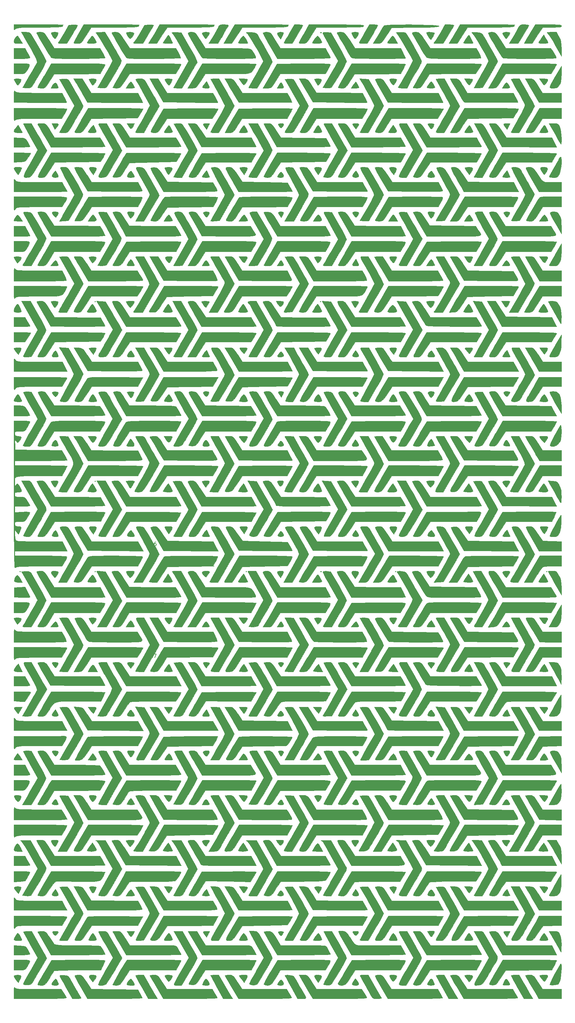
<source format=gbr>
G04 #@! TF.GenerationSoftware,KiCad,Pcbnew,9.0.2*
G04 #@! TF.CreationDate,2025-09-19T14:37:03-04:00*
G04 #@! TF.ProjectId,Trackball,54726163-6b62-4616-9c6c-2e6b69636164,rev?*
G04 #@! TF.SameCoordinates,Original*
G04 #@! TF.FileFunction,Legend,Top*
G04 #@! TF.FilePolarity,Positive*
%FSLAX46Y46*%
G04 Gerber Fmt 4.6, Leading zero omitted, Abs format (unit mm)*
G04 Created by KiCad (PCBNEW 9.0.2) date 2025-09-19 14:37:03*
%MOMM*%
%LPD*%
G01*
G04 APERTURE LIST*
%ADD10C,0.150000*%
%ADD11C,0.010000*%
G04 APERTURE END LIST*
D10*
X32888095Y-86304819D02*
X32888095Y-85304819D01*
X32888095Y-85781009D02*
X33459523Y-85781009D01*
X33459523Y-86304819D02*
X33459523Y-85304819D01*
X34364285Y-85304819D02*
X34173809Y-85304819D01*
X34173809Y-85304819D02*
X34078571Y-85352438D01*
X34078571Y-85352438D02*
X34030952Y-85400057D01*
X34030952Y-85400057D02*
X33935714Y-85542914D01*
X33935714Y-85542914D02*
X33888095Y-85733390D01*
X33888095Y-85733390D02*
X33888095Y-86114342D01*
X33888095Y-86114342D02*
X33935714Y-86209580D01*
X33935714Y-86209580D02*
X33983333Y-86257200D01*
X33983333Y-86257200D02*
X34078571Y-86304819D01*
X34078571Y-86304819D02*
X34269047Y-86304819D01*
X34269047Y-86304819D02*
X34364285Y-86257200D01*
X34364285Y-86257200D02*
X34411904Y-86209580D01*
X34411904Y-86209580D02*
X34459523Y-86114342D01*
X34459523Y-86114342D02*
X34459523Y-85876247D01*
X34459523Y-85876247D02*
X34411904Y-85781009D01*
X34411904Y-85781009D02*
X34364285Y-85733390D01*
X34364285Y-85733390D02*
X34269047Y-85685771D01*
X34269047Y-85685771D02*
X34078571Y-85685771D01*
X34078571Y-85685771D02*
X33983333Y-85733390D01*
X33983333Y-85733390D02*
X33935714Y-85781009D01*
X33935714Y-85781009D02*
X33888095Y-85876247D01*
X49138095Y-112054819D02*
X49138095Y-111054819D01*
X49138095Y-111531009D02*
X49709523Y-111531009D01*
X49709523Y-112054819D02*
X49709523Y-111054819D01*
X50090476Y-111054819D02*
X50709523Y-111054819D01*
X50709523Y-111054819D02*
X50376190Y-111435771D01*
X50376190Y-111435771D02*
X50519047Y-111435771D01*
X50519047Y-111435771D02*
X50614285Y-111483390D01*
X50614285Y-111483390D02*
X50661904Y-111531009D01*
X50661904Y-111531009D02*
X50709523Y-111626247D01*
X50709523Y-111626247D02*
X50709523Y-111864342D01*
X50709523Y-111864342D02*
X50661904Y-111959580D01*
X50661904Y-111959580D02*
X50614285Y-112007200D01*
X50614285Y-112007200D02*
X50519047Y-112054819D01*
X50519047Y-112054819D02*
X50233333Y-112054819D01*
X50233333Y-112054819D02*
X50138095Y-112007200D01*
X50138095Y-112007200D02*
X50090476Y-111959580D01*
X32888095Y-117804819D02*
X32888095Y-116804819D01*
X32888095Y-117281009D02*
X33459523Y-117281009D01*
X33459523Y-117804819D02*
X33459523Y-116804819D01*
X33840476Y-116804819D02*
X34507142Y-116804819D01*
X34507142Y-116804819D02*
X34078571Y-117804819D01*
X49138095Y-92054819D02*
X49138095Y-91054819D01*
X49138095Y-91531009D02*
X49709523Y-91531009D01*
X49709523Y-92054819D02*
X49709523Y-91054819D01*
X50138095Y-91150057D02*
X50185714Y-91102438D01*
X50185714Y-91102438D02*
X50280952Y-91054819D01*
X50280952Y-91054819D02*
X50519047Y-91054819D01*
X50519047Y-91054819D02*
X50614285Y-91102438D01*
X50614285Y-91102438D02*
X50661904Y-91150057D01*
X50661904Y-91150057D02*
X50709523Y-91245295D01*
X50709523Y-91245295D02*
X50709523Y-91340533D01*
X50709523Y-91340533D02*
X50661904Y-91483390D01*
X50661904Y-91483390D02*
X50090476Y-92054819D01*
X50090476Y-92054819D02*
X50709523Y-92054819D01*
D11*
X139931228Y-207082699D02*
X140338048Y-207196307D01*
X140704882Y-207491204D01*
X141137736Y-208055099D01*
X141742613Y-208975701D01*
X141801962Y-209067935D01*
X143089188Y-211068947D01*
X148402105Y-211068947D01*
X148402105Y-213742631D01*
X142007804Y-213742631D01*
X141285341Y-212472631D01*
X140788576Y-211610983D01*
X140145305Y-210510811D01*
X139484231Y-209392076D01*
X139402491Y-209254727D01*
X138875025Y-208355625D01*
X138472922Y-207644206D01*
X138260089Y-207234589D01*
X138242105Y-207182622D01*
X138480447Y-207107628D01*
X139079783Y-207065934D01*
X139378421Y-207062672D01*
X139931228Y-207082699D01*
G36*
X139931228Y-207082699D02*
G01*
X140338048Y-207196307D01*
X140704882Y-207491204D01*
X141137736Y-208055099D01*
X141742613Y-208975701D01*
X141801962Y-209067935D01*
X143089188Y-211068947D01*
X148402105Y-211068947D01*
X148402105Y-213742631D01*
X142007804Y-213742631D01*
X141285341Y-212472631D01*
X140788576Y-211610983D01*
X140145305Y-210510811D01*
X139484231Y-209392076D01*
X139402491Y-209254727D01*
X138875025Y-208355625D01*
X138472922Y-207644206D01*
X138260089Y-207234589D01*
X138242105Y-207182622D01*
X138480447Y-207107628D01*
X139079783Y-207065934D01*
X139378421Y-207062672D01*
X139931228Y-207082699D01*
G37*
X148345428Y-204027804D02*
X148410743Y-204514177D01*
X148419492Y-205279962D01*
X148378440Y-206199804D01*
X148294352Y-207148349D01*
X148173990Y-208000240D01*
X148024120Y-208630124D01*
X147955069Y-208796316D01*
X147647323Y-209362346D01*
X147463443Y-209674889D01*
X147455455Y-209685406D01*
X147123129Y-209802419D01*
X146500183Y-209880204D01*
X145808762Y-209907326D01*
X145271008Y-209872349D01*
X145105888Y-209806354D01*
X145185594Y-209522734D01*
X145472123Y-208887332D01*
X145906043Y-208012103D01*
X146427922Y-207009002D01*
X146978328Y-205989983D01*
X147497829Y-205067002D01*
X147926995Y-204352013D01*
X148206392Y-203956971D01*
X148216783Y-203946199D01*
X148345428Y-204027804D01*
G36*
X148345428Y-204027804D02*
G01*
X148410743Y-204514177D01*
X148419492Y-205279962D01*
X148378440Y-206199804D01*
X148294352Y-207148349D01*
X148173990Y-208000240D01*
X148024120Y-208630124D01*
X147955069Y-208796316D01*
X147647323Y-209362346D01*
X147463443Y-209674889D01*
X147455455Y-209685406D01*
X147123129Y-209802419D01*
X146500183Y-209880204D01*
X145808762Y-209907326D01*
X145271008Y-209872349D01*
X145105888Y-209806354D01*
X145185594Y-209522734D01*
X145472123Y-208887332D01*
X145906043Y-208012103D01*
X146427922Y-207009002D01*
X146978328Y-205989983D01*
X147497829Y-205067002D01*
X147926995Y-204352013D01*
X148206392Y-203956971D01*
X148216783Y-203946199D01*
X148345428Y-204027804D01*
G37*
X146174509Y-194761164D02*
X146988093Y-194800126D01*
X147468420Y-194976586D01*
X147815155Y-195384012D01*
X147934210Y-195584937D01*
X148212198Y-196298248D01*
X148361450Y-197296226D01*
X148402105Y-198568860D01*
X148389685Y-199550429D01*
X148356628Y-200269914D01*
X148309241Y-200609950D01*
X148291925Y-200619298D01*
X148119541Y-200350350D01*
X147754569Y-199728809D01*
X147264019Y-198869576D01*
X147057494Y-198502631D01*
X146465706Y-197455152D01*
X145905144Y-196476681D01*
X145478070Y-195745403D01*
X145407973Y-195628421D01*
X144882703Y-194759474D01*
X146174509Y-194761164D01*
G36*
X146174509Y-194761164D02*
G01*
X146988093Y-194800126D01*
X147468420Y-194976586D01*
X147815155Y-195384012D01*
X147934210Y-195584937D01*
X148212198Y-196298248D01*
X148361450Y-197296226D01*
X148402105Y-198568860D01*
X148389685Y-199550429D01*
X148356628Y-200269914D01*
X148309241Y-200609950D01*
X148291925Y-200619298D01*
X148119541Y-200350350D01*
X147754569Y-199728809D01*
X147264019Y-198869576D01*
X147057494Y-198502631D01*
X146465706Y-197455152D01*
X145905144Y-196476681D01*
X145478070Y-195745403D01*
X145407973Y-195628421D01*
X144882703Y-194759474D01*
X146174509Y-194761164D01*
G37*
X148402105Y-193135899D02*
X143239283Y-193288947D01*
X141870104Y-195294210D01*
X141141251Y-196312334D01*
X140589097Y-196946276D01*
X140129764Y-197278805D01*
X139749983Y-197386254D01*
X139037260Y-197430971D01*
X138644653Y-197319241D01*
X138567931Y-196985312D01*
X138802860Y-196363434D01*
X139345210Y-195387854D01*
X139594536Y-194971110D01*
X140257345Y-193854249D01*
X140884241Y-192765321D01*
X141373916Y-191881463D01*
X141512308Y-191617895D01*
X142091818Y-190481579D01*
X148402105Y-190481579D01*
X148402105Y-193135899D01*
G36*
X148402105Y-193135899D02*
G01*
X143239283Y-193288947D01*
X141870104Y-195294210D01*
X141141251Y-196312334D01*
X140589097Y-196946276D01*
X140129764Y-197278805D01*
X139749983Y-197386254D01*
X139037260Y-197430971D01*
X138644653Y-197319241D01*
X138567931Y-196985312D01*
X138802860Y-196363434D01*
X139345210Y-195387854D01*
X139594536Y-194971110D01*
X140257345Y-193854249D01*
X140884241Y-192765321D01*
X141373916Y-191881463D01*
X141512308Y-191617895D01*
X142091818Y-190481579D01*
X148402105Y-190481579D01*
X148402105Y-193135899D01*
G37*
X139967020Y-182208135D02*
X140384724Y-182310848D01*
X140751931Y-182587965D01*
X141176676Y-183126158D01*
X141766990Y-184012095D01*
X141886015Y-184194968D01*
X143188421Y-186196778D01*
X148402105Y-186203684D01*
X148402105Y-188877368D01*
X142118947Y-188870810D01*
X140915789Y-186818828D01*
X140254926Y-185692302D01*
X139589972Y-184559748D01*
X139044840Y-183632193D01*
X138955299Y-183480002D01*
X138197966Y-182193158D01*
X139390788Y-182193158D01*
X139967020Y-182208135D01*
G36*
X139967020Y-182208135D02*
G01*
X140384724Y-182310848D01*
X140751931Y-182587965D01*
X141176676Y-183126158D01*
X141766990Y-184012095D01*
X141886015Y-184194968D01*
X143188421Y-186196778D01*
X148402105Y-186203684D01*
X148402105Y-188877368D01*
X142118947Y-188870810D01*
X140915789Y-186818828D01*
X140254926Y-185692302D01*
X139589972Y-184559748D01*
X139044840Y-183632193D01*
X138955299Y-183480002D01*
X138197966Y-182193158D01*
X139390788Y-182193158D01*
X139967020Y-182208135D01*
G37*
X148346655Y-178933517D02*
X148373669Y-179546688D01*
X148382382Y-180463828D01*
X148379955Y-180878596D01*
X148334762Y-182150808D01*
X148210736Y-183043284D01*
X147980526Y-183708543D01*
X147820606Y-183997895D01*
X147407447Y-184553806D01*
X146939220Y-184804820D01*
X146187533Y-184866609D01*
X146104862Y-184866842D01*
X145395648Y-184836892D01*
X144975614Y-184761286D01*
X144926316Y-184719072D01*
X145050067Y-184457367D01*
X145380307Y-183841797D01*
X145855518Y-182981223D01*
X146414182Y-181984507D01*
X146994779Y-180960509D01*
X147535790Y-180018091D01*
X147975698Y-179266113D01*
X148252983Y-178813436D01*
X148305362Y-178739649D01*
X148346655Y-178933517D01*
G36*
X148346655Y-178933517D02*
G01*
X148373669Y-179546688D01*
X148382382Y-180463828D01*
X148379955Y-180878596D01*
X148334762Y-182150808D01*
X148210736Y-183043284D01*
X147980526Y-183708543D01*
X147820606Y-183997895D01*
X147407447Y-184553806D01*
X146939220Y-184804820D01*
X146187533Y-184866609D01*
X146104862Y-184866842D01*
X145395648Y-184836892D01*
X144975614Y-184761286D01*
X144926316Y-184719072D01*
X145050067Y-184457367D01*
X145380307Y-183841797D01*
X145855518Y-182981223D01*
X146414182Y-181984507D01*
X146994779Y-180960509D01*
X147535790Y-180018091D01*
X147975698Y-179266113D01*
X148252983Y-178813436D01*
X148305362Y-178739649D01*
X148346655Y-178933517D01*
G37*
X147708278Y-170276031D02*
X148066572Y-170964393D01*
X148276366Y-171632989D01*
X148374602Y-172464349D01*
X148398217Y-173641006D01*
X148398156Y-173684979D01*
X148394208Y-175910000D01*
X146593419Y-172642727D01*
X145912478Y-171449534D01*
X145289451Y-170435135D01*
X144782384Y-169688578D01*
X144449320Y-169298910D01*
X144391579Y-169264795D01*
X144409293Y-169201662D01*
X144860247Y-169149327D01*
X145502489Y-169123120D01*
X147014451Y-169092105D01*
X147708278Y-170276031D01*
G36*
X147708278Y-170276031D02*
G01*
X148066572Y-170964393D01*
X148276366Y-171632989D01*
X148374602Y-172464349D01*
X148398217Y-173641006D01*
X148398156Y-173684979D01*
X148394208Y-175910000D01*
X146593419Y-172642727D01*
X145912478Y-171449534D01*
X145289451Y-170435135D01*
X144782384Y-169688578D01*
X144449320Y-169298910D01*
X144391579Y-169264795D01*
X144409293Y-169201662D01*
X144860247Y-169149327D01*
X145502489Y-169123120D01*
X147014451Y-169092105D01*
X147708278Y-170276031D01*
G37*
X148402105Y-167755263D02*
X143113920Y-167755263D01*
X141680644Y-170024526D01*
X141023990Y-171052953D01*
X140559211Y-171711628D01*
X140192955Y-172083114D01*
X139831872Y-172249976D01*
X139382609Y-172294775D01*
X139111052Y-172297157D01*
X138416740Y-172277056D01*
X138014785Y-172222523D01*
X137974737Y-172194886D01*
X138103804Y-171940706D01*
X138460232Y-171307359D01*
X138997854Y-170375169D01*
X139670506Y-169224457D01*
X140126109Y-168451728D01*
X142277481Y-164814210D01*
X148402105Y-164814210D01*
X148402105Y-167755263D01*
G36*
X148402105Y-167755263D02*
G01*
X143113920Y-167755263D01*
X141680644Y-170024526D01*
X141023990Y-171052953D01*
X140559211Y-171711628D01*
X140192955Y-172083114D01*
X139831872Y-172249976D01*
X139382609Y-172294775D01*
X139111052Y-172297157D01*
X138416740Y-172277056D01*
X138014785Y-172222523D01*
X137974737Y-172194886D01*
X138103804Y-171940706D01*
X138460232Y-171307359D01*
X138997854Y-170375169D01*
X139670506Y-169224457D01*
X140126109Y-168451728D01*
X142277481Y-164814210D01*
X148402105Y-164814210D01*
X148402105Y-167755263D01*
G37*
X139930710Y-156549023D02*
X140338324Y-156662518D01*
X140707369Y-156956975D01*
X141143954Y-157519644D01*
X141754187Y-158437773D01*
X141817143Y-158534506D01*
X143119549Y-160536316D01*
X148402105Y-160536316D01*
X148402105Y-163494338D01*
X145275299Y-163419011D01*
X142148494Y-163343684D01*
X140195299Y-160040396D01*
X139499709Y-158857034D01*
X138913392Y-157846298D01*
X138484819Y-157092787D01*
X138262463Y-156681099D01*
X138242105Y-156631448D01*
X138480472Y-156567613D01*
X139079864Y-156532059D01*
X139378421Y-156529243D01*
X139930710Y-156549023D01*
G36*
X139930710Y-156549023D02*
G01*
X140338324Y-156662518D01*
X140707369Y-156956975D01*
X141143954Y-157519644D01*
X141754187Y-158437773D01*
X141817143Y-158534506D01*
X143119549Y-160536316D01*
X148402105Y-160536316D01*
X148402105Y-163494338D01*
X145275299Y-163419011D01*
X142148494Y-163343684D01*
X140195299Y-160040396D01*
X139499709Y-158857034D01*
X138913392Y-157846298D01*
X138484819Y-157092787D01*
X138262463Y-156681099D01*
X138242105Y-156631448D01*
X138480472Y-156567613D01*
X139079864Y-156532059D01*
X139378421Y-156529243D01*
X139930710Y-156549023D01*
G37*
X148344361Y-153563284D02*
X148380983Y-154215323D01*
X148397378Y-155144922D01*
X148397601Y-155389474D01*
X148359399Y-156598967D01*
X148229821Y-157444285D01*
X147976963Y-158092673D01*
X147836608Y-158330526D01*
X147411572Y-158885019D01*
X146936353Y-159136488D01*
X146181203Y-159199186D01*
X146089250Y-159199474D01*
X144898380Y-159199474D01*
X145671569Y-157795789D01*
X146683538Y-155973462D01*
X147450737Y-154625245D01*
X147973758Y-153750126D01*
X148253193Y-153347093D01*
X148293943Y-153317368D01*
X148344361Y-153563284D01*
G36*
X148344361Y-153563284D02*
G01*
X148380983Y-154215323D01*
X148397378Y-155144922D01*
X148397601Y-155389474D01*
X148359399Y-156598967D01*
X148229821Y-157444285D01*
X147976963Y-158092673D01*
X147836608Y-158330526D01*
X147411572Y-158885019D01*
X146936353Y-159136488D01*
X146181203Y-159199186D01*
X146089250Y-159199474D01*
X144898380Y-159199474D01*
X145671569Y-157795789D01*
X146683538Y-155973462D01*
X147450737Y-154625245D01*
X147973758Y-153750126D01*
X148253193Y-153347093D01*
X148293943Y-153317368D01*
X148344361Y-153563284D01*
G37*
X146960868Y-144024520D02*
X147427529Y-144313267D01*
X147840959Y-144910546D01*
X148144750Y-145550402D01*
X148318134Y-146296970D01*
X148390726Y-147317132D01*
X148398423Y-148052125D01*
X148394742Y-150242631D01*
X146797895Y-147435263D01*
X146177232Y-146318205D01*
X145668514Y-145353353D01*
X145324354Y-144643979D01*
X145197366Y-144293684D01*
X145442907Y-144056416D01*
X146138586Y-143960424D01*
X146236748Y-143959474D01*
X146960868Y-144024520D01*
G36*
X146960868Y-144024520D02*
G01*
X147427529Y-144313267D01*
X147840959Y-144910546D01*
X148144750Y-145550402D01*
X148318134Y-146296970D01*
X148390726Y-147317132D01*
X148398423Y-148052125D01*
X148394742Y-150242631D01*
X146797895Y-147435263D01*
X146177232Y-146318205D01*
X145668514Y-145353353D01*
X145324354Y-144643979D01*
X145197366Y-144293684D01*
X145442907Y-144056416D01*
X146138586Y-143960424D01*
X146236748Y-143959474D01*
X146960868Y-144024520D01*
G37*
X148402105Y-142603268D02*
X143222659Y-142756316D01*
X141922097Y-144694737D01*
X141282187Y-145628519D01*
X140825756Y-146201272D01*
X140445860Y-146500965D01*
X140035554Y-146615564D01*
X139565504Y-146633158D01*
X138900495Y-146598305D01*
X138534222Y-146511374D01*
X138509473Y-146478012D01*
X138634384Y-146201142D01*
X138976905Y-145549719D01*
X139488716Y-144613113D01*
X140121501Y-143480695D01*
X140314210Y-143139937D01*
X142118947Y-139957009D01*
X148402105Y-139948947D01*
X148402105Y-142603268D01*
G36*
X148402105Y-142603268D02*
G01*
X143222659Y-142756316D01*
X141922097Y-144694737D01*
X141282187Y-145628519D01*
X140825756Y-146201272D01*
X140445860Y-146500965D01*
X140035554Y-146615564D01*
X139565504Y-146633158D01*
X138900495Y-146598305D01*
X138534222Y-146511374D01*
X138509473Y-146478012D01*
X138634384Y-146201142D01*
X138976905Y-145549719D01*
X139488716Y-144613113D01*
X140121501Y-143480695D01*
X140314210Y-143139937D01*
X142118947Y-139957009D01*
X148402105Y-139948947D01*
X148402105Y-142603268D01*
G37*
X141877783Y-133665789D02*
X143148068Y-135671053D01*
X148402105Y-135671053D01*
X148402105Y-138344737D01*
X145260526Y-138341458D01*
X142118947Y-138338178D01*
X140915789Y-136286197D01*
X140254926Y-135159671D01*
X139589972Y-134027117D01*
X139044840Y-133099561D01*
X138955299Y-132947371D01*
X138197966Y-131660526D01*
X140607498Y-131660526D01*
X141877783Y-133665789D01*
G36*
X141877783Y-133665789D02*
G01*
X143148068Y-135671053D01*
X148402105Y-135671053D01*
X148402105Y-138344737D01*
X145260526Y-138341458D01*
X142118947Y-138338178D01*
X140915789Y-136286197D01*
X140254926Y-135159671D01*
X139589972Y-134027117D01*
X139044840Y-133099561D01*
X138955299Y-132947371D01*
X138197966Y-131660526D01*
X140607498Y-131660526D01*
X141877783Y-133665789D01*
G37*
X148346655Y-128400885D02*
X148373669Y-129014057D01*
X148382382Y-129931196D01*
X148379955Y-130345965D01*
X148334762Y-131618176D01*
X148210736Y-132510652D01*
X147980526Y-133175911D01*
X147820606Y-133465263D01*
X147407447Y-134021174D01*
X146939220Y-134272188D01*
X146187533Y-134333977D01*
X146104862Y-134334210D01*
X145395648Y-134304261D01*
X144975614Y-134228655D01*
X144926316Y-134186440D01*
X145050067Y-133924735D01*
X145380307Y-133309165D01*
X145855518Y-132448592D01*
X146414182Y-131451876D01*
X146994779Y-130427878D01*
X147535790Y-129485459D01*
X147975698Y-128733481D01*
X148252983Y-128280804D01*
X148305362Y-128207017D01*
X148346655Y-128400885D01*
G36*
X148346655Y-128400885D02*
G01*
X148373669Y-129014057D01*
X148382382Y-129931196D01*
X148379955Y-130345965D01*
X148334762Y-131618176D01*
X148210736Y-132510652D01*
X147980526Y-133175911D01*
X147820606Y-133465263D01*
X147407447Y-134021174D01*
X146939220Y-134272188D01*
X146187533Y-134333977D01*
X146104862Y-134334210D01*
X145395648Y-134304261D01*
X144975614Y-134228655D01*
X144926316Y-134186440D01*
X145050067Y-133924735D01*
X145380307Y-133309165D01*
X145855518Y-132448592D01*
X146414182Y-131451876D01*
X146994779Y-130427878D01*
X147535790Y-129485459D01*
X147975698Y-128733481D01*
X148252983Y-128280804D01*
X148305362Y-128207017D01*
X148346655Y-128400885D01*
G37*
X146915511Y-119139764D02*
X147398320Y-119349100D01*
X147788287Y-119831231D01*
X147870299Y-119963158D01*
X148152720Y-120554920D01*
X148316660Y-121283220D01*
X148387649Y-122300555D01*
X148396262Y-123104737D01*
X148392418Y-125377368D01*
X147633923Y-124001858D01*
X147097573Y-123032836D01*
X146448806Y-121865797D01*
X145887787Y-120860279D01*
X144900145Y-119094210D01*
X146120318Y-119094210D01*
X146915511Y-119139764D01*
G36*
X146915511Y-119139764D02*
G01*
X147398320Y-119349100D01*
X147788287Y-119831231D01*
X147870299Y-119963158D01*
X148152720Y-120554920D01*
X148316660Y-121283220D01*
X148387649Y-122300555D01*
X148396262Y-123104737D01*
X148392418Y-125377368D01*
X147633923Y-124001858D01*
X147097573Y-123032836D01*
X146448806Y-121865797D01*
X145887787Y-120860279D01*
X144900145Y-119094210D01*
X146120318Y-119094210D01*
X146915511Y-119139764D01*
G37*
X148402105Y-117757368D02*
X143095659Y-117757368D01*
X141825374Y-119762631D01*
X141211478Y-120717414D01*
X140776211Y-121307662D01*
X140412792Y-121621039D01*
X140014438Y-121745210D01*
X139474367Y-121767839D01*
X139382818Y-121767895D01*
X138704377Y-121727857D01*
X138341811Y-121626615D01*
X138322280Y-121567368D01*
X138491287Y-121275444D01*
X138878939Y-120611012D01*
X139433366Y-119662832D01*
X140102697Y-118519661D01*
X140353532Y-118091579D01*
X142273050Y-114816316D01*
X148402105Y-114816316D01*
X148402105Y-117757368D01*
G36*
X148402105Y-117757368D02*
G01*
X143095659Y-117757368D01*
X141825374Y-119762631D01*
X141211478Y-120717414D01*
X140776211Y-121307662D01*
X140412792Y-121621039D01*
X140014438Y-121745210D01*
X139474367Y-121767839D01*
X139382818Y-121767895D01*
X138704377Y-121727857D01*
X138341811Y-121626615D01*
X138322280Y-121567368D01*
X138491287Y-121275444D01*
X138878939Y-120611012D01*
X139433366Y-119662832D01*
X140102697Y-118519661D01*
X140353532Y-118091579D01*
X142273050Y-114816316D01*
X148402105Y-114816316D01*
X148402105Y-117757368D01*
G37*
X139389190Y-106527895D02*
X139954428Y-106543721D01*
X140364743Y-106649674D01*
X140726694Y-106933462D01*
X141146838Y-107482797D01*
X141731734Y-108385386D01*
X141825374Y-108533158D01*
X143095659Y-110538421D01*
X148402105Y-110538421D01*
X148402105Y-113504321D01*
X145326260Y-113461739D01*
X142250414Y-113419156D01*
X140548141Y-110575104D01*
X139671617Y-109113881D01*
X139043804Y-108052548D01*
X138646522Y-107327626D01*
X138461594Y-106875634D01*
X138470842Y-106633090D01*
X138656088Y-106536513D01*
X138999152Y-106522423D01*
X139389190Y-106527895D01*
G36*
X139389190Y-106527895D02*
G01*
X139954428Y-106543721D01*
X140364743Y-106649674D01*
X140726694Y-106933462D01*
X141146838Y-107482797D01*
X141731734Y-108385386D01*
X141825374Y-108533158D01*
X143095659Y-110538421D01*
X148402105Y-110538421D01*
X148402105Y-113504321D01*
X145326260Y-113461739D01*
X142250414Y-113419156D01*
X140548141Y-110575104D01*
X139671617Y-109113881D01*
X139043804Y-108052548D01*
X138646522Y-107327626D01*
X138461594Y-106875634D01*
X138470842Y-106633090D01*
X138656088Y-106536513D01*
X138999152Y-106522423D01*
X139389190Y-106527895D01*
G37*
X148397601Y-105197527D02*
X148367771Y-106431710D01*
X148265655Y-107288025D01*
X148063513Y-107921482D01*
X147836608Y-108332631D01*
X147409278Y-108889035D01*
X146930613Y-109140081D01*
X146169222Y-109201403D01*
X146097784Y-109201579D01*
X144915448Y-109201579D01*
X145435036Y-108198947D01*
X145809614Y-107501708D01*
X146354250Y-106518843D01*
X146970593Y-105427219D01*
X147178365Y-105063843D01*
X148402105Y-102931370D01*
X148397601Y-105197527D01*
G36*
X148397601Y-105197527D02*
G01*
X148367771Y-106431710D01*
X148265655Y-107288025D01*
X148063513Y-107921482D01*
X147836608Y-108332631D01*
X147409278Y-108889035D01*
X146930613Y-109140081D01*
X146169222Y-109201403D01*
X146097784Y-109201579D01*
X144915448Y-109201579D01*
X145435036Y-108198947D01*
X145809614Y-107501708D01*
X146354250Y-106518843D01*
X146970593Y-105427219D01*
X147178365Y-105063843D01*
X148402105Y-102931370D01*
X148397601Y-105197527D01*
G37*
X146547192Y-93459001D02*
X146996067Y-93635621D01*
X147367780Y-94076913D01*
X147710825Y-94663676D01*
X148075689Y-95403258D01*
X148285741Y-96121787D01*
X148379950Y-97012568D01*
X148398014Y-98072623D01*
X148393922Y-100244737D01*
X146526435Y-96942851D01*
X145857710Y-95753349D01*
X145294976Y-94738777D01*
X144885401Y-93985238D01*
X144676154Y-93578836D01*
X144658947Y-93533903D01*
X144897875Y-93469512D01*
X145501116Y-93431346D01*
X145839246Y-93426842D01*
X146547192Y-93459001D01*
G36*
X146547192Y-93459001D02*
G01*
X146996067Y-93635621D01*
X147367780Y-94076913D01*
X147710825Y-94663676D01*
X148075689Y-95403258D01*
X148285741Y-96121787D01*
X148379950Y-97012568D01*
X148398014Y-98072623D01*
X148393922Y-100244737D01*
X146526435Y-96942851D01*
X145857710Y-95753349D01*
X145294976Y-94738777D01*
X144885401Y-93985238D01*
X144676154Y-93578836D01*
X144658947Y-93533903D01*
X144897875Y-93469512D01*
X145501116Y-93431346D01*
X145839246Y-93426842D01*
X146547192Y-93459001D01*
G37*
X148402105Y-92090000D02*
X145928947Y-92094094D01*
X144811522Y-92116064D01*
X143889492Y-92171491D01*
X143299179Y-92250457D01*
X143172492Y-92294620D01*
X142912824Y-92598342D01*
X142457324Y-93245083D01*
X141885563Y-94119505D01*
X141607450Y-94563158D01*
X140325704Y-96635263D01*
X137931124Y-96635263D01*
X138452085Y-95766316D01*
X138790840Y-95193369D01*
X139322806Y-94284543D01*
X139973741Y-93167006D01*
X140637420Y-92023158D01*
X142301794Y-89148947D01*
X148402105Y-89148947D01*
X148402105Y-92090000D01*
G36*
X148402105Y-92090000D02*
G01*
X145928947Y-92094094D01*
X144811522Y-92116064D01*
X143889492Y-92171491D01*
X143299179Y-92250457D01*
X143172492Y-92294620D01*
X142912824Y-92598342D01*
X142457324Y-93245083D01*
X141885563Y-94119505D01*
X141607450Y-94563158D01*
X140325704Y-96635263D01*
X137931124Y-96635263D01*
X138452085Y-95766316D01*
X138790840Y-95193369D01*
X139322806Y-94284543D01*
X139973741Y-93167006D01*
X140637420Y-92023158D01*
X142301794Y-89148947D01*
X148402105Y-89148947D01*
X148402105Y-92090000D01*
G37*
X139896152Y-80897775D02*
X140278057Y-81065742D01*
X140684998Y-81448759D01*
X141211672Y-82131160D01*
X141771404Y-82932631D01*
X143194676Y-85004737D01*
X145798391Y-85081261D01*
X148402105Y-85157785D01*
X148402105Y-87812105D01*
X145260526Y-87807775D01*
X142118947Y-87803444D01*
X140204730Y-84534659D01*
X139526862Y-83349272D01*
X138972582Y-82326302D01*
X138587242Y-81553753D01*
X138416195Y-81119630D01*
X138415773Y-81063200D01*
X138742360Y-80925619D01*
X139371071Y-80861188D01*
X139444582Y-80860526D01*
X139896152Y-80897775D01*
G36*
X139896152Y-80897775D02*
G01*
X140278057Y-81065742D01*
X140684998Y-81448759D01*
X141211672Y-82131160D01*
X141771404Y-82932631D01*
X143194676Y-85004737D01*
X145798391Y-85081261D01*
X148402105Y-85157785D01*
X148402105Y-87812105D01*
X145260526Y-87807775D01*
X142118947Y-87803444D01*
X140204730Y-84534659D01*
X139526862Y-83349272D01*
X138972582Y-82326302D01*
X138587242Y-81553753D01*
X138416195Y-81119630D01*
X138415773Y-81063200D01*
X138742360Y-80925619D01*
X139371071Y-80861188D01*
X139444582Y-80860526D01*
X139896152Y-80897775D01*
G37*
X148341903Y-77866085D02*
X148377111Y-78474032D01*
X148391805Y-79379810D01*
X148391400Y-79679649D01*
X148302268Y-81279801D01*
X148053004Y-82375656D01*
X147951483Y-82598421D01*
X147573240Y-83206485D01*
X147241722Y-83586515D01*
X147226925Y-83596958D01*
X146751530Y-83743979D01*
X146077534Y-83791918D01*
X145445617Y-83741428D01*
X145096461Y-83593159D01*
X145095215Y-83591190D01*
X145181074Y-83316646D01*
X145474845Y-82689553D01*
X145916863Y-81820339D01*
X146447465Y-80819431D01*
X147006988Y-79797255D01*
X147535768Y-78864240D01*
X147974141Y-78130813D01*
X148262444Y-77707401D01*
X148292050Y-77674386D01*
X148341903Y-77866085D01*
G36*
X148341903Y-77866085D02*
G01*
X148377111Y-78474032D01*
X148391805Y-79379810D01*
X148391400Y-79679649D01*
X148302268Y-81279801D01*
X148053004Y-82375656D01*
X147951483Y-82598421D01*
X147573240Y-83206485D01*
X147241722Y-83586515D01*
X147226925Y-83596958D01*
X146751530Y-83743979D01*
X146077534Y-83791918D01*
X145445617Y-83741428D01*
X145096461Y-83593159D01*
X145095215Y-83591190D01*
X145181074Y-83316646D01*
X145474845Y-82689553D01*
X145916863Y-81820339D01*
X146447465Y-80819431D01*
X147006988Y-79797255D01*
X147535768Y-78864240D01*
X147974141Y-78130813D01*
X148262444Y-77707401D01*
X148292050Y-77674386D01*
X148341903Y-77866085D01*
G37*
X145887219Y-68077612D02*
X146700596Y-68168171D01*
X147195289Y-68393629D01*
X147587337Y-68884880D01*
X147789224Y-69230000D01*
X148121524Y-69940500D01*
X148309541Y-70721500D01*
X148388323Y-71757362D01*
X148397707Y-72431070D01*
X148390088Y-73470859D01*
X148350753Y-74051020D01*
X148263000Y-74246448D01*
X148110123Y-74132043D01*
X148039935Y-74035281D01*
X147726322Y-73531506D01*
X147264765Y-72736471D01*
X146800100Y-71903684D01*
X146222421Y-70858227D01*
X145630853Y-69803968D01*
X145255867Y-69147086D01*
X144589298Y-67994699D01*
X145887219Y-68077612D01*
G36*
X145887219Y-68077612D02*
G01*
X146700596Y-68168171D01*
X147195289Y-68393629D01*
X147587337Y-68884880D01*
X147789224Y-69230000D01*
X148121524Y-69940500D01*
X148309541Y-70721500D01*
X148388323Y-71757362D01*
X148397707Y-72431070D01*
X148390088Y-73470859D01*
X148350753Y-74051020D01*
X148263000Y-74246448D01*
X148110123Y-74132043D01*
X148039935Y-74035281D01*
X147726322Y-73531506D01*
X147264765Y-72736471D01*
X146800100Y-71903684D01*
X146222421Y-70858227D01*
X145630853Y-69803968D01*
X145255867Y-69147086D01*
X144589298Y-67994699D01*
X145887219Y-68077612D01*
G37*
X148402105Y-66690000D02*
X143118128Y-66690000D01*
X141686769Y-68962631D01*
X141026267Y-69995803D01*
X140556298Y-70656399D01*
X140187654Y-71027576D01*
X139831129Y-71192489D01*
X139397515Y-71234294D01*
X139248757Y-71235263D01*
X138556484Y-71158204D01*
X138247549Y-70953836D01*
X138242105Y-70916191D01*
X138372787Y-70584222D01*
X138732499Y-69884343D01*
X139272741Y-68905723D01*
X139945010Y-67737532D01*
X140278112Y-67173034D01*
X142314118Y-63748947D01*
X148402105Y-63748947D01*
X148402105Y-66690000D01*
G36*
X148402105Y-66690000D02*
G01*
X143118128Y-66690000D01*
X141686769Y-68962631D01*
X141026267Y-69995803D01*
X140556298Y-70656399D01*
X140187654Y-71027576D01*
X139831129Y-71192489D01*
X139397515Y-71234294D01*
X139248757Y-71235263D01*
X138556484Y-71158204D01*
X138247549Y-70953836D01*
X138242105Y-70916191D01*
X138372787Y-70584222D01*
X138732499Y-69884343D01*
X139272741Y-68905723D01*
X139945010Y-67737532D01*
X140278112Y-67173034D01*
X142314118Y-63748947D01*
X148402105Y-63748947D01*
X148402105Y-66690000D01*
G37*
X139930710Y-55483760D02*
X140338324Y-55597254D01*
X140707369Y-55891712D01*
X141143954Y-56454381D01*
X141754187Y-57372510D01*
X141817143Y-57469243D01*
X143119549Y-59471053D01*
X148402105Y-59471053D01*
X148402105Y-62412105D01*
X142289044Y-62412105D01*
X141736101Y-61635568D01*
X141369015Y-61083569D01*
X141187361Y-60738892D01*
X141183158Y-60715284D01*
X141052386Y-60441539D01*
X140698815Y-59813865D01*
X140180562Y-58933338D01*
X139712631Y-58157752D01*
X139108172Y-57152964D01*
X138624234Y-56324538D01*
X138318924Y-55773447D01*
X138242105Y-55602246D01*
X138480429Y-55516384D01*
X139079726Y-55468071D01*
X139378421Y-55463980D01*
X139930710Y-55483760D01*
G36*
X139930710Y-55483760D02*
G01*
X140338324Y-55597254D01*
X140707369Y-55891712D01*
X141143954Y-56454381D01*
X141754187Y-57372510D01*
X141817143Y-57469243D01*
X143119549Y-59471053D01*
X148402105Y-59471053D01*
X148402105Y-62412105D01*
X142289044Y-62412105D01*
X141736101Y-61635568D01*
X141369015Y-61083569D01*
X141187361Y-60738892D01*
X141183158Y-60715284D01*
X141052386Y-60441539D01*
X140698815Y-59813865D01*
X140180562Y-58933338D01*
X139712631Y-58157752D01*
X139108172Y-57152964D01*
X138624234Y-56324538D01*
X138318924Y-55773447D01*
X138242105Y-55602246D01*
X138480429Y-55516384D01*
X139079726Y-55468071D01*
X139378421Y-55463980D01*
X139930710Y-55483760D01*
G37*
X148302025Y-52504876D02*
X148366574Y-53083887D01*
X148399814Y-53973135D01*
X148402105Y-54306952D01*
X148375498Y-55480608D01*
X148273310Y-56289042D01*
X148061989Y-56900115D01*
X147791991Y-57359408D01*
X147184708Y-58041479D01*
X146467372Y-58331066D01*
X146287467Y-58354212D01*
X145616480Y-58353277D01*
X145194246Y-58234350D01*
X145178813Y-58220528D01*
X145234604Y-57937811D01*
X145498555Y-57302789D01*
X145912915Y-56427093D01*
X146419934Y-55422353D01*
X146961859Y-54400197D01*
X147480941Y-53472257D01*
X147919428Y-52750161D01*
X148216783Y-52348304D01*
X148302025Y-52504876D01*
G36*
X148302025Y-52504876D02*
G01*
X148366574Y-53083887D01*
X148399814Y-53973135D01*
X148402105Y-54306952D01*
X148375498Y-55480608D01*
X148273310Y-56289042D01*
X148061989Y-56900115D01*
X147791991Y-57359408D01*
X147184708Y-58041479D01*
X146467372Y-58331066D01*
X146287467Y-58354212D01*
X145616480Y-58353277D01*
X145194246Y-58234350D01*
X145178813Y-58220528D01*
X145234604Y-57937811D01*
X145498555Y-57302789D01*
X145912915Y-56427093D01*
X146419934Y-55422353D01*
X146961859Y-54400197D01*
X147480941Y-53472257D01*
X147919428Y-52750161D01*
X148216783Y-52348304D01*
X148302025Y-52504876D01*
G37*
X146725516Y-42949780D02*
X147191950Y-43089840D01*
X147205123Y-43098831D01*
X147814406Y-43752540D01*
X148197657Y-44717007D01*
X148379263Y-46070806D01*
X148402105Y-46955161D01*
X148402105Y-49163346D01*
X146696166Y-46229305D01*
X146061015Y-45106964D01*
X145552239Y-44150118D01*
X145217384Y-43452594D01*
X145104000Y-43108224D01*
X145107735Y-43094737D01*
X145442297Y-42951758D01*
X146061928Y-42903596D01*
X146725516Y-42949780D01*
G36*
X146725516Y-42949780D02*
G01*
X147191950Y-43089840D01*
X147205123Y-43098831D01*
X147814406Y-43752540D01*
X148197657Y-44717007D01*
X148379263Y-46070806D01*
X148402105Y-46955161D01*
X148402105Y-49163346D01*
X146696166Y-46229305D01*
X146061015Y-45106964D01*
X145552239Y-44150118D01*
X145217384Y-43452594D01*
X145104000Y-43108224D01*
X145107735Y-43094737D01*
X145442297Y-42951758D01*
X146061928Y-42903596D01*
X146725516Y-42949780D01*
G37*
X148402105Y-41557368D02*
X145795263Y-41561109D01*
X143188421Y-41564849D01*
X141851579Y-43633214D01*
X141157489Y-44662076D01*
X140634876Y-45306723D01*
X140200301Y-45653002D01*
X139770324Y-45786763D01*
X139756888Y-45788360D01*
X138959527Y-45828885D01*
X138564587Y-45675905D01*
X138550084Y-45263139D01*
X138894037Y-44524306D01*
X139176877Y-44039572D01*
X139806803Y-42971216D01*
X140523815Y-41722209D01*
X141103015Y-40688421D01*
X142097791Y-38883684D01*
X148402105Y-38883684D01*
X148402105Y-41557368D01*
G36*
X148402105Y-41557368D02*
G01*
X145795263Y-41561109D01*
X143188421Y-41564849D01*
X141851579Y-43633214D01*
X141157489Y-44662076D01*
X140634876Y-45306723D01*
X140200301Y-45653002D01*
X139770324Y-45786763D01*
X139756888Y-45788360D01*
X138959527Y-45828885D01*
X138564587Y-45675905D01*
X138550084Y-45263139D01*
X138894037Y-44524306D01*
X139176877Y-44039572D01*
X139806803Y-42971216D01*
X140523815Y-41722209D01*
X141103015Y-40688421D01*
X142097791Y-38883684D01*
X148402105Y-38883684D01*
X148402105Y-41557368D01*
G37*
X139967020Y-30610241D02*
X140384724Y-30712953D01*
X140751931Y-30990071D01*
X141176676Y-31528263D01*
X141766990Y-32414200D01*
X141886015Y-32597073D01*
X143188421Y-34598883D01*
X148402105Y-34605789D01*
X148402105Y-37279474D01*
X145260526Y-37276194D01*
X142118947Y-37272915D01*
X140915789Y-35220933D01*
X140254926Y-34094407D01*
X139589972Y-32961854D01*
X139044840Y-32034298D01*
X138955299Y-31882107D01*
X138197966Y-30595263D01*
X139390788Y-30595263D01*
X139967020Y-30610241D01*
G36*
X139967020Y-30610241D02*
G01*
X140384724Y-30712953D01*
X140751931Y-30990071D01*
X141176676Y-31528263D01*
X141766990Y-32414200D01*
X141886015Y-32597073D01*
X143188421Y-34598883D01*
X148402105Y-34605789D01*
X148402105Y-37279474D01*
X145260526Y-37276194D01*
X142118947Y-37272915D01*
X140915789Y-35220933D01*
X140254926Y-34094407D01*
X139589972Y-32961854D01*
X139044840Y-32034298D01*
X138955299Y-31882107D01*
X138197966Y-30595263D01*
X139390788Y-30595263D01*
X139967020Y-30610241D01*
G37*
X148390288Y-29126055D02*
X148334744Y-30475395D01*
X148166679Y-31461736D01*
X147857645Y-32250169D01*
X147849164Y-32266316D01*
X147475149Y-32887213D01*
X147082346Y-33179181D01*
X146456031Y-33264915D01*
X146094481Y-33268947D01*
X145571432Y-33271504D01*
X145226888Y-33232882D01*
X145074298Y-33083638D01*
X145127110Y-32754333D01*
X145398773Y-32175525D01*
X145902735Y-31277774D01*
X146652446Y-29991638D01*
X146767387Y-29794477D01*
X148402105Y-26988427D01*
X148390288Y-29126055D01*
G36*
X148390288Y-29126055D02*
G01*
X148334744Y-30475395D01*
X148166679Y-31461736D01*
X147857645Y-32250169D01*
X147849164Y-32266316D01*
X147475149Y-32887213D01*
X147082346Y-33179181D01*
X146456031Y-33264915D01*
X146094481Y-33268947D01*
X145571432Y-33271504D01*
X145226888Y-33232882D01*
X145074298Y-33083638D01*
X145127110Y-32754333D01*
X145398773Y-32175525D01*
X145902735Y-31277774D01*
X146652446Y-29991638D01*
X146767387Y-29794477D01*
X148402105Y-26988427D01*
X148390288Y-29126055D01*
G37*
X146577238Y-17529193D02*
X147043075Y-17716159D01*
X147432766Y-18178132D01*
X147722413Y-18654017D01*
X148093300Y-19383861D01*
X148301504Y-20115214D01*
X148389406Y-21048129D01*
X148402105Y-21862438D01*
X148388867Y-22832438D01*
X148353794Y-23554313D01*
X148303851Y-23898762D01*
X148291769Y-23911053D01*
X148128616Y-23690956D01*
X147761242Y-23089190D01*
X147241462Y-22193544D01*
X146621090Y-21091806D01*
X146516450Y-20903158D01*
X145881285Y-19755832D01*
X145339615Y-18777651D01*
X144944207Y-18063888D01*
X144747830Y-17709815D01*
X144739428Y-17694737D01*
X144907868Y-17576327D01*
X145462646Y-17504334D01*
X145835055Y-17494210D01*
X146577238Y-17529193D01*
G36*
X146577238Y-17529193D02*
G01*
X147043075Y-17716159D01*
X147432766Y-18178132D01*
X147722413Y-18654017D01*
X148093300Y-19383861D01*
X148301504Y-20115214D01*
X148389406Y-21048129D01*
X148402105Y-21862438D01*
X148388867Y-22832438D01*
X148353794Y-23554313D01*
X148303851Y-23898762D01*
X148291769Y-23911053D01*
X148128616Y-23690956D01*
X147761242Y-23089190D01*
X147241462Y-22193544D01*
X146621090Y-21091806D01*
X146516450Y-20903158D01*
X145881285Y-19755832D01*
X145339615Y-18777651D01*
X144944207Y-18063888D01*
X144747830Y-17709815D01*
X144739428Y-17694737D01*
X144907868Y-17576327D01*
X145462646Y-17504334D01*
X145835055Y-17494210D01*
X146577238Y-17529193D01*
G37*
X148402105Y-16157368D02*
X143126300Y-16157368D01*
X141686834Y-18418778D01*
X141026471Y-19444527D01*
X140558572Y-20101452D01*
X140189286Y-20472358D01*
X139824764Y-20640051D01*
X139371155Y-20687334D01*
X139111052Y-20691410D01*
X138416811Y-20674050D01*
X138014834Y-20617126D01*
X137974737Y-20587167D01*
X138103939Y-20329559D01*
X138460690Y-19693323D01*
X138998706Y-18759134D01*
X139671701Y-17607668D01*
X140122246Y-16844009D01*
X142269755Y-13216316D01*
X148402105Y-13216316D01*
X148402105Y-16157368D01*
G36*
X148402105Y-16157368D02*
G01*
X143126300Y-16157368D01*
X141686834Y-18418778D01*
X141026471Y-19444527D01*
X140558572Y-20101452D01*
X140189286Y-20472358D01*
X139824764Y-20640051D01*
X139371155Y-20687334D01*
X139111052Y-20691410D01*
X138416811Y-20674050D01*
X138014834Y-20617126D01*
X137974737Y-20587167D01*
X138103939Y-20329559D01*
X138460690Y-19693323D01*
X138998706Y-18759134D01*
X139671701Y-17607668D01*
X140122246Y-16844009D01*
X142269755Y-13216316D01*
X148402105Y-13216316D01*
X148402105Y-16157368D01*
G37*
X139972386Y-4943750D02*
X140382577Y-5049794D01*
X140744512Y-5333745D01*
X141164726Y-5883321D01*
X141749755Y-6786239D01*
X141842844Y-6933158D01*
X143112988Y-8938421D01*
X148402105Y-8938421D01*
X148402105Y-11879474D01*
X142281501Y-11879474D01*
X140261803Y-8500509D01*
X139551226Y-7305487D01*
X138950103Y-6282681D01*
X138506637Y-5515040D01*
X138269027Y-5085517D01*
X138242105Y-5024720D01*
X138480858Y-4966172D01*
X139082840Y-4931740D01*
X139407403Y-4927895D01*
X139972386Y-4943750D01*
G36*
X139972386Y-4943750D02*
G01*
X140382577Y-5049794D01*
X140744512Y-5333745D01*
X141164726Y-5883321D01*
X141749755Y-6786239D01*
X141842844Y-6933158D01*
X143112988Y-8938421D01*
X148402105Y-8938421D01*
X148402105Y-11879474D01*
X142281501Y-11879474D01*
X140261803Y-8500509D01*
X139551226Y-7305487D01*
X138950103Y-6282681D01*
X138506637Y-5515040D01*
X138269027Y-5085517D01*
X138242105Y-5024720D01*
X138480858Y-4966172D01*
X139082840Y-4931740D01*
X139407403Y-4927895D01*
X139972386Y-4943750D01*
G37*
X148396170Y-3591053D02*
X148367472Y-4825221D01*
X148266999Y-5681164D01*
X148067201Y-6313563D01*
X147836608Y-6732631D01*
X147407793Y-7290266D01*
X146926893Y-7541034D01*
X146161457Y-7601461D01*
X146103217Y-7601579D01*
X145394520Y-7580896D01*
X144975196Y-7528691D01*
X144926316Y-7499682D01*
X145051440Y-7242773D01*
X145393821Y-6611936D01*
X145903974Y-5696701D01*
X146532413Y-4586597D01*
X146662780Y-4358103D01*
X148399244Y-1318421D01*
X148396170Y-3591053D01*
G36*
X148396170Y-3591053D02*
G01*
X148367472Y-4825221D01*
X148266999Y-5681164D01*
X148067201Y-6313563D01*
X147836608Y-6732631D01*
X147407793Y-7290266D01*
X146926893Y-7541034D01*
X146161457Y-7601461D01*
X146103217Y-7601579D01*
X145394520Y-7580896D01*
X144975196Y-7528691D01*
X144926316Y-7499682D01*
X145051440Y-7242773D01*
X145393821Y-6611936D01*
X145903974Y-5696701D01*
X146532413Y-4586597D01*
X146662780Y-4358103D01*
X148399244Y-1318421D01*
X148396170Y-3591053D01*
G37*
X146960868Y7573375D02*
X147427529Y7284627D01*
X147840959Y6687349D01*
X148144750Y6047493D01*
X148318134Y5300925D01*
X148390726Y4280762D01*
X148398423Y3545770D01*
X148394742Y1355263D01*
X146797895Y4162632D01*
X146177232Y5279690D01*
X145668514Y6244541D01*
X145324354Y6953915D01*
X145197366Y7304211D01*
X145442907Y7541479D01*
X146138586Y7637471D01*
X146236748Y7638421D01*
X146960868Y7573375D01*
G36*
X146960868Y7573375D02*
G01*
X147427529Y7284627D01*
X147840959Y6687349D01*
X148144750Y6047493D01*
X148318134Y5300925D01*
X148390726Y4280762D01*
X148398423Y3545770D01*
X148394742Y1355263D01*
X146797895Y4162632D01*
X146177232Y5279690D01*
X145668514Y6244541D01*
X145324354Y6953915D01*
X145197366Y7304211D01*
X145442907Y7541479D01*
X146138586Y7637471D01*
X146236748Y7638421D01*
X146960868Y7573375D01*
G37*
X148402105Y8975263D02*
X145795263Y8974743D01*
X143188421Y8974222D01*
X141911396Y6969480D01*
X141290070Y6012400D01*
X140847567Y5421595D01*
X140480952Y5108855D01*
X140087287Y4985972D01*
X139571922Y4964737D01*
X138904645Y5011066D01*
X138535401Y5126707D01*
X138509473Y5172223D01*
X138640498Y5499056D01*
X138991942Y6173496D01*
X139501361Y7089354D01*
X140106311Y8140441D01*
X140744346Y9220567D01*
X141353023Y10223543D01*
X141869897Y11043181D01*
X142232524Y11573289D01*
X142355002Y11711695D01*
X142732424Y11792690D01*
X143519729Y11858263D01*
X144592117Y11900530D01*
X145527895Y11912222D01*
X148402105Y11916316D01*
X148402105Y8975263D01*
G36*
X148402105Y8975263D02*
G01*
X145795263Y8974743D01*
X143188421Y8974222D01*
X141911396Y6969480D01*
X141290070Y6012400D01*
X140847567Y5421595D01*
X140480952Y5108855D01*
X140087287Y4985972D01*
X139571922Y4964737D01*
X138904645Y5011066D01*
X138535401Y5126707D01*
X138509473Y5172223D01*
X138640498Y5499056D01*
X138991942Y6173496D01*
X139501361Y7089354D01*
X140106311Y8140441D01*
X140744346Y9220567D01*
X141353023Y10223543D01*
X141869897Y11043181D01*
X142232524Y11573289D01*
X142355002Y11711695D01*
X142732424Y11792690D01*
X143519729Y11858263D01*
X144592117Y11900530D01*
X145527895Y11912222D01*
X148402105Y11916316D01*
X148402105Y8975263D01*
G37*
X139755152Y20157833D02*
X140230068Y20008597D01*
X140701567Y19615655D01*
X141265283Y18886074D01*
X141632832Y18333158D01*
X142314704Y17280269D01*
X142824235Y16589555D01*
X143295477Y16184934D01*
X143862479Y15990327D01*
X144659294Y15929652D01*
X145819971Y15926828D01*
X145872646Y15926842D01*
X148402105Y15926842D01*
X148402105Y13253158D01*
X142118947Y13259716D01*
X140915789Y15309729D01*
X139996105Y16881098D01*
X139319969Y18053728D01*
X138858106Y18888783D01*
X138581238Y19447428D01*
X138460091Y19790826D01*
X138465388Y19980141D01*
X138567853Y20076537D01*
X138622824Y20100247D01*
X139158507Y20178842D01*
X139755152Y20157833D01*
G36*
X139755152Y20157833D02*
G01*
X140230068Y20008597D01*
X140701567Y19615655D01*
X141265283Y18886074D01*
X141632832Y18333158D01*
X142314704Y17280269D01*
X142824235Y16589555D01*
X143295477Y16184934D01*
X143862479Y15990327D01*
X144659294Y15929652D01*
X145819971Y15926828D01*
X145872646Y15926842D01*
X148402105Y15926842D01*
X148402105Y13253158D01*
X142118947Y13259716D01*
X140915789Y15309729D01*
X139996105Y16881098D01*
X139319969Y18053728D01*
X138858106Y18888783D01*
X138581238Y19447428D01*
X138460091Y19790826D01*
X138465388Y19980141D01*
X138567853Y20076537D01*
X138622824Y20100247D01*
X139158507Y20178842D01*
X139755152Y20157833D01*
G37*
X148372562Y22777492D02*
X148438757Y22146987D01*
X148432986Y21313805D01*
X148358930Y20386470D01*
X148220268Y19473510D01*
X148020681Y18683449D01*
X147849164Y18266316D01*
X147469381Y17639135D01*
X147068331Y17348426D01*
X146426356Y17266596D01*
X146123086Y17263684D01*
X145407533Y17295666D01*
X144979837Y17376531D01*
X144926316Y17423782D01*
X145053718Y17708255D01*
X145396690Y18344639D01*
X145896380Y19225894D01*
X146263158Y19855230D01*
X146832263Y20837524D01*
X147282684Y21644154D01*
X147555060Y22167166D01*
X147608503Y22301975D01*
X147759798Y22629062D01*
X148009556Y22996365D01*
X148230721Y23096793D01*
X148372562Y22777492D01*
G36*
X148372562Y22777492D02*
G01*
X148438757Y22146987D01*
X148432986Y21313805D01*
X148358930Y20386470D01*
X148220268Y19473510D01*
X148020681Y18683449D01*
X147849164Y18266316D01*
X147469381Y17639135D01*
X147068331Y17348426D01*
X146426356Y17266596D01*
X146123086Y17263684D01*
X145407533Y17295666D01*
X144979837Y17376531D01*
X144926316Y17423782D01*
X145053718Y17708255D01*
X145396690Y18344639D01*
X145896380Y19225894D01*
X146263158Y19855230D01*
X146832263Y20837524D01*
X147282684Y21644154D01*
X147555060Y22167166D01*
X147608503Y22301975D01*
X147759798Y22629062D01*
X148009556Y22996365D01*
X148230721Y23096793D01*
X148372562Y22777492D01*
G37*
X146994234Y32473937D02*
X147454911Y32315813D01*
X147766287Y31925991D01*
X147951532Y31558824D01*
X148119653Y30999519D01*
X148262054Y30160157D01*
X148369281Y29179835D01*
X148431877Y28197651D01*
X148440388Y27352703D01*
X148385357Y26784087D01*
X148287149Y26621579D01*
X148117264Y26839914D01*
X147760439Y27423778D01*
X147280597Y28266459D01*
X147045907Y28693684D01*
X146462410Y29757384D01*
X145909379Y30748803D01*
X145484482Y31493290D01*
X145401162Y31634737D01*
X144882703Y32503684D01*
X146191831Y32503684D01*
X146994234Y32473937D01*
G36*
X146994234Y32473937D02*
G01*
X147454911Y32315813D01*
X147766287Y31925991D01*
X147951532Y31558824D01*
X148119653Y30999519D01*
X148262054Y30160157D01*
X148369281Y29179835D01*
X148431877Y28197651D01*
X148440388Y27352703D01*
X148385357Y26784087D01*
X148287149Y26621579D01*
X148117264Y26839914D01*
X147760439Y27423778D01*
X147280597Y28266459D01*
X147045907Y28693684D01*
X146462410Y29757384D01*
X145909379Y30748803D01*
X145484482Y31493290D01*
X145401162Y31634737D01*
X144882703Y32503684D01*
X146191831Y32503684D01*
X146994234Y32473937D01*
G37*
X148402105Y33840526D02*
X143119549Y33840526D01*
X141817143Y31838717D01*
X141187732Y30886772D01*
X140741001Y30297481D01*
X140370511Y29983659D01*
X139969823Y29858123D01*
X139432499Y29833687D01*
X139369014Y29833453D01*
X138924140Y29823523D01*
X138614143Y29839011D01*
X138457666Y29943258D01*
X138473352Y30199606D01*
X138679842Y30671397D01*
X139095781Y31421972D01*
X139739811Y32514673D01*
X140568056Y33907369D01*
X142272350Y36781579D01*
X148402105Y36781579D01*
X148402105Y33840526D01*
G36*
X148402105Y33840526D02*
G01*
X143119549Y33840526D01*
X141817143Y31838717D01*
X141187732Y30886772D01*
X140741001Y30297481D01*
X140370511Y29983659D01*
X139969823Y29858123D01*
X139432499Y29833687D01*
X139369014Y29833453D01*
X138924140Y29823523D01*
X138614143Y29839011D01*
X138457666Y29943258D01*
X138473352Y30199606D01*
X138679842Y30671397D01*
X139095781Y31421972D01*
X139739811Y32514673D01*
X140568056Y33907369D01*
X142272350Y36781579D01*
X148402105Y36781579D01*
X148402105Y33840526D01*
G37*
X139957959Y45055394D02*
X140373121Y44953220D01*
X140734907Y44675941D01*
X141150739Y44136022D01*
X141728042Y43245927D01*
X141842844Y43064737D01*
X143112988Y41059474D01*
X148402105Y41059474D01*
X148402105Y38385790D01*
X142113267Y38385790D01*
X140884098Y40457895D01*
X140220064Y41581596D01*
X139558999Y42707378D01*
X139021587Y43629559D01*
X138923111Y43800000D01*
X138191293Y45070000D01*
X139381997Y45070000D01*
X139957959Y45055394D01*
G36*
X139957959Y45055394D02*
G01*
X140373121Y44953220D01*
X140734907Y44675941D01*
X141150739Y44136022D01*
X141728042Y43245927D01*
X141842844Y43064737D01*
X143112988Y41059474D01*
X148402105Y41059474D01*
X148402105Y38385790D01*
X142113267Y38385790D01*
X140884098Y40457895D01*
X140220064Y41581596D01*
X139558999Y42707378D01*
X139021587Y43629559D01*
X138923111Y43800000D01*
X138191293Y45070000D01*
X139381997Y45070000D01*
X139957959Y45055394D01*
G37*
X148397601Y46402562D02*
X148367848Y45168049D01*
X148265984Y44311543D01*
X148064315Y43678161D01*
X147836608Y43265263D01*
X147405462Y42705702D01*
X146921048Y42455380D01*
X146149254Y42396365D01*
X146111609Y42396316D01*
X145603864Y42397897D01*
X145273194Y42448391D01*
X145133556Y42616428D01*
X145198913Y42970634D01*
X145483224Y43579637D01*
X146000449Y44512067D01*
X146764548Y45836550D01*
X146836871Y45961695D01*
X148402105Y48670914D01*
X148397601Y46402562D01*
G36*
X148397601Y46402562D02*
G01*
X148367848Y45168049D01*
X148265984Y44311543D01*
X148064315Y43678161D01*
X147836608Y43265263D01*
X147405462Y42705702D01*
X146921048Y42455380D01*
X146149254Y42396365D01*
X146111609Y42396316D01*
X145603864Y42397897D01*
X145273194Y42448391D01*
X145133556Y42616428D01*
X145198913Y42970634D01*
X145483224Y43579637D01*
X146000449Y44512067D01*
X146764548Y45836550D01*
X146836871Y45961695D01*
X148402105Y48670914D01*
X148397601Y46402562D01*
G37*
X147710825Y56934219D02*
X148076124Y56193165D01*
X148286607Y55471863D01*
X148381407Y54576819D01*
X148400252Y53525272D01*
X148398399Y51353158D01*
X146779289Y54294211D01*
X146111478Y55466185D01*
X145482160Y56497397D01*
X144961131Y57278035D01*
X144618186Y57698284D01*
X144612574Y57703158D01*
X144330221Y57969267D01*
X144340390Y58108689D01*
X144724338Y58162319D01*
X145542258Y58171053D01*
X147019546Y58171053D01*
X147710825Y56934219D01*
G36*
X147710825Y56934219D02*
G01*
X148076124Y56193165D01*
X148286607Y55471863D01*
X148381407Y54576819D01*
X148400252Y53525272D01*
X148398399Y51353158D01*
X146779289Y54294211D01*
X146111478Y55466185D01*
X145482160Y56497397D01*
X144961131Y57278035D01*
X144618186Y57698284D01*
X144612574Y57703158D01*
X144330221Y57969267D01*
X144340390Y58108689D01*
X144724338Y58162319D01*
X145542258Y58171053D01*
X147019546Y58171053D01*
X147710825Y56934219D01*
G37*
X146216754Y60301775D02*
X147254706Y60271494D01*
X147912442Y60210748D01*
X148267137Y60111129D01*
X148395963Y59964227D01*
X148402105Y59908947D01*
X148312827Y59720400D01*
X147985939Y59599984D01*
X147332860Y59534156D01*
X146265008Y59509376D01*
X145778663Y59507895D01*
X143155221Y59507895D01*
X141702241Y57235263D01*
X140249260Y54962632D01*
X137923925Y54962632D01*
X138655536Y56232632D01*
X139230038Y57224092D01*
X139883198Y58343081D01*
X140213934Y58906316D01*
X141040721Y60310000D01*
X144721413Y60310000D01*
X146216754Y60301775D01*
G36*
X146216754Y60301775D02*
G01*
X147254706Y60271494D01*
X147912442Y60210748D01*
X148267137Y60111129D01*
X148395963Y59964227D01*
X148402105Y59908947D01*
X148312827Y59720400D01*
X147985939Y59599984D01*
X147332860Y59534156D01*
X146265008Y59509376D01*
X145778663Y59507895D01*
X143155221Y59507895D01*
X141702241Y57235263D01*
X140249260Y54962632D01*
X137923925Y54962632D01*
X138655536Y56232632D01*
X139230038Y57224092D01*
X139883198Y58343081D01*
X140213934Y58906316D01*
X141040721Y60310000D01*
X144721413Y60310000D01*
X146216754Y60301775D01*
G37*
X141458752Y-202791561D02*
X143218536Y-202809432D01*
X144724262Y-202838111D01*
X145908730Y-202875864D01*
X146704746Y-202920952D01*
X147045110Y-202971641D01*
X147052814Y-202981053D01*
X146931195Y-203313780D01*
X146632495Y-203951678D01*
X146379268Y-204451579D01*
X145718172Y-205721579D01*
X132761052Y-205748045D01*
X131424210Y-207806917D01*
X130776225Y-208782915D01*
X130310179Y-209392434D01*
X129927280Y-209724112D01*
X129528734Y-209866588D01*
X129084737Y-209905923D01*
X128424068Y-209863348D01*
X128094032Y-209701302D01*
X128082105Y-209654938D01*
X128211758Y-209330737D01*
X128567905Y-208639187D01*
X129101327Y-207671113D01*
X129762804Y-206517343D01*
X130020526Y-206077881D01*
X131958947Y-202791944D01*
X139512105Y-202786235D01*
X141458752Y-202791561D01*
G36*
X141458752Y-202791561D02*
G01*
X143218536Y-202809432D01*
X144724262Y-202838111D01*
X145908730Y-202875864D01*
X146704746Y-202920952D01*
X147045110Y-202971641D01*
X147052814Y-202981053D01*
X146931195Y-203313780D01*
X146632495Y-203951678D01*
X146379268Y-204451579D01*
X145718172Y-205721579D01*
X132761052Y-205748045D01*
X131424210Y-207806917D01*
X130776225Y-208782915D01*
X130310179Y-209392434D01*
X129927280Y-209724112D01*
X129528734Y-209866588D01*
X129084737Y-209905923D01*
X128424068Y-209863348D01*
X128094032Y-209701302D01*
X128082105Y-209654938D01*
X128211758Y-209330737D01*
X128567905Y-208639187D01*
X129101327Y-207671113D01*
X129762804Y-206517343D01*
X130020526Y-206077881D01*
X131958947Y-202791944D01*
X139512105Y-202786235D01*
X141458752Y-202791561D01*
G37*
X129773178Y-194799198D02*
X130180618Y-194917907D01*
X130547042Y-195218843D01*
X130978752Y-195790916D01*
X131582050Y-196723035D01*
X131619489Y-196782047D01*
X132884241Y-198775958D01*
X136833173Y-198757445D01*
X138499190Y-198751632D01*
X140225986Y-198748997D01*
X141824126Y-198749628D01*
X143104178Y-198753613D01*
X143250759Y-198754466D01*
X145719413Y-198770000D01*
X147074271Y-201443684D01*
X131841356Y-201443684D01*
X129961731Y-198267302D01*
X129279011Y-197102195D01*
X128707034Y-196104395D01*
X128295500Y-195362276D01*
X128094113Y-194964212D01*
X128082105Y-194925197D01*
X128320308Y-194826971D01*
X128919336Y-194775894D01*
X129218421Y-194773804D01*
X129773178Y-194799198D01*
G36*
X129773178Y-194799198D02*
G01*
X130180618Y-194917907D01*
X130547042Y-195218843D01*
X130978752Y-195790916D01*
X131582050Y-196723035D01*
X131619489Y-196782047D01*
X132884241Y-198775958D01*
X136833173Y-198757445D01*
X138499190Y-198751632D01*
X140225986Y-198748997D01*
X141824126Y-198749628D01*
X143104178Y-198753613D01*
X143250759Y-198754466D01*
X145719413Y-198770000D01*
X147074271Y-201443684D01*
X131841356Y-201443684D01*
X129961731Y-198267302D01*
X129279011Y-197102195D01*
X128707034Y-196104395D01*
X128295500Y-195362276D01*
X128094113Y-194964212D01*
X128082105Y-194925197D01*
X128320308Y-194826971D01*
X128919336Y-194775894D01*
X129218421Y-194773804D01*
X129773178Y-194799198D01*
G37*
X141423477Y-177922026D02*
X143189847Y-177941133D01*
X144702844Y-177970811D01*
X145895366Y-178009288D01*
X146700310Y-178054789D01*
X147050574Y-178105543D01*
X147060183Y-178115789D01*
X146925455Y-178437091D01*
X146584298Y-179050127D01*
X146275884Y-179556918D01*
X145496666Y-180797520D01*
X139262543Y-180816536D01*
X137488601Y-180822352D01*
X135896202Y-180828347D01*
X134562242Y-180834168D01*
X133563614Y-180839462D01*
X132977215Y-180843875D01*
X132855568Y-180845933D01*
X132646495Y-181062334D01*
X132234210Y-181632121D01*
X131692241Y-182451122D01*
X131432891Y-182861579D01*
X130823050Y-183821207D01*
X130388217Y-184412528D01*
X130026274Y-184724561D01*
X129635105Y-184846324D01*
X129132585Y-184866842D01*
X128466886Y-184800904D01*
X128104970Y-184635896D01*
X128082105Y-184574917D01*
X128212659Y-184249668D01*
X128570760Y-183559791D01*
X129106066Y-182597517D01*
X129768236Y-181455078D01*
X129979257Y-181099128D01*
X131876409Y-177915263D01*
X139470836Y-177915263D01*
X141423477Y-177922026D01*
G36*
X141423477Y-177922026D02*
G01*
X143189847Y-177941133D01*
X144702844Y-177970811D01*
X145895366Y-178009288D01*
X146700310Y-178054789D01*
X147050574Y-178105543D01*
X147060183Y-178115789D01*
X146925455Y-178437091D01*
X146584298Y-179050127D01*
X146275884Y-179556918D01*
X145496666Y-180797520D01*
X139262543Y-180816536D01*
X137488601Y-180822352D01*
X135896202Y-180828347D01*
X134562242Y-180834168D01*
X133563614Y-180839462D01*
X132977215Y-180843875D01*
X132855568Y-180845933D01*
X132646495Y-181062334D01*
X132234210Y-181632121D01*
X131692241Y-182451122D01*
X131432891Y-182861579D01*
X130823050Y-183821207D01*
X130388217Y-184412528D01*
X130026274Y-184724561D01*
X129635105Y-184846324D01*
X129132585Y-184866842D01*
X128466886Y-184800904D01*
X128104970Y-184635896D01*
X128082105Y-184574917D01*
X128212659Y-184249668D01*
X128570760Y-183559791D01*
X129106066Y-182597517D01*
X129768236Y-181455078D01*
X129979257Y-181099128D01*
X131876409Y-177915263D01*
X139470836Y-177915263D01*
X141423477Y-177922026D01*
G37*
X129342804Y-169111817D02*
X129717937Y-169226307D01*
X130072759Y-169518604D01*
X130497954Y-170071739D01*
X131084205Y-170968743D01*
X131329832Y-171356527D01*
X132761052Y-173620949D01*
X139240233Y-173629159D01*
X145719413Y-173637368D01*
X146396842Y-174974210D01*
X147074271Y-176311053D01*
X131643728Y-176311053D01*
X131369610Y-175709474D01*
X131127184Y-175247217D01*
X130674565Y-174443482D01*
X130078166Y-173414424D01*
X129455114Y-172361051D01*
X128816406Y-171270803D01*
X128293900Y-170339462D01*
X127941912Y-169666624D01*
X127814737Y-169353157D01*
X128051540Y-169187927D01*
X128641347Y-169097749D01*
X128856674Y-169092105D01*
X129342804Y-169111817D01*
G36*
X129342804Y-169111817D02*
G01*
X129717937Y-169226307D01*
X130072759Y-169518604D01*
X130497954Y-170071739D01*
X131084205Y-170968743D01*
X131329832Y-171356527D01*
X132761052Y-173620949D01*
X139240233Y-173629159D01*
X145719413Y-173637368D01*
X146396842Y-174974210D01*
X147074271Y-176311053D01*
X131643728Y-176311053D01*
X131369610Y-175709474D01*
X131127184Y-175247217D01*
X130674565Y-174443482D01*
X130078166Y-173414424D01*
X129455114Y-172361051D01*
X128816406Y-171270803D01*
X128293900Y-170339462D01*
X127941912Y-169666624D01*
X127814737Y-169353157D01*
X128051540Y-169187927D01*
X128641347Y-169097749D01*
X128856674Y-169092105D01*
X129342804Y-169111817D01*
G37*
X141433018Y-152254667D02*
X143197536Y-152273799D01*
X144708469Y-152303515D01*
X145898696Y-152342038D01*
X146701097Y-152387590D01*
X147048549Y-152438396D01*
X147057597Y-152448421D01*
X146929881Y-152775133D01*
X146609598Y-153401653D01*
X146322333Y-153917859D01*
X145594737Y-155186771D01*
X139177895Y-155189215D01*
X132761052Y-155191660D01*
X131498861Y-157195567D01*
X130884622Y-158152987D01*
X130447335Y-158743558D01*
X130083644Y-159055809D01*
X129690193Y-159178270D01*
X129163628Y-159199473D01*
X129159387Y-159199474D01*
X128486533Y-159163982D01*
X128110624Y-159075256D01*
X128082105Y-159038502D01*
X128208625Y-158761244D01*
X128556321Y-158108878D01*
X129077394Y-157168459D01*
X129724047Y-156027045D01*
X129990458Y-155562713D01*
X131898811Y-152247895D01*
X139482037Y-152247895D01*
X141433018Y-152254667D01*
G36*
X141433018Y-152254667D02*
G01*
X143197536Y-152273799D01*
X144708469Y-152303515D01*
X145898696Y-152342038D01*
X146701097Y-152387590D01*
X147048549Y-152438396D01*
X147057597Y-152448421D01*
X146929881Y-152775133D01*
X146609598Y-153401653D01*
X146322333Y-153917859D01*
X145594737Y-155186771D01*
X139177895Y-155189215D01*
X132761052Y-155191660D01*
X131498861Y-157195567D01*
X130884622Y-158152987D01*
X130447335Y-158743558D01*
X130083644Y-159055809D01*
X129690193Y-159178270D01*
X129163628Y-159199473D01*
X129159387Y-159199474D01*
X128486533Y-159163982D01*
X128110624Y-159075256D01*
X128082105Y-159038502D01*
X128208625Y-158761244D01*
X128556321Y-158108878D01*
X129077394Y-157168459D01*
X129724047Y-156027045D01*
X129990458Y-155562713D01*
X131898811Y-152247895D01*
X139482037Y-152247895D01*
X141433018Y-152254667D01*
G37*
X129649253Y-143981865D02*
X130037880Y-144108386D01*
X130400582Y-144428053D01*
X130839475Y-145029887D01*
X131432891Y-145964737D01*
X132682716Y-147970000D01*
X145454344Y-147970000D01*
X146142320Y-149059823D01*
X146490497Y-149596159D01*
X146747268Y-150018069D01*
X146863681Y-150339194D01*
X146790782Y-150573177D01*
X146479617Y-150733661D01*
X145881233Y-150834287D01*
X144946676Y-150888699D01*
X143626992Y-150910537D01*
X141873229Y-150913446D01*
X139636433Y-150911066D01*
X139499441Y-150911053D01*
X131876409Y-150911053D01*
X129979257Y-147727188D01*
X129289421Y-146549393D01*
X128711680Y-145524706D01*
X128296376Y-144745358D01*
X128093851Y-144303581D01*
X128082105Y-144251398D01*
X128319380Y-144066403D01*
X128913154Y-143965828D01*
X129132585Y-143959474D01*
X129649253Y-143981865D01*
G36*
X129649253Y-143981865D02*
G01*
X130037880Y-144108386D01*
X130400582Y-144428053D01*
X130839475Y-145029887D01*
X131432891Y-145964737D01*
X132682716Y-147970000D01*
X145454344Y-147970000D01*
X146142320Y-149059823D01*
X146490497Y-149596159D01*
X146747268Y-150018069D01*
X146863681Y-150339194D01*
X146790782Y-150573177D01*
X146479617Y-150733661D01*
X145881233Y-150834287D01*
X144946676Y-150888699D01*
X143626992Y-150910537D01*
X141873229Y-150913446D01*
X139636433Y-150911066D01*
X139499441Y-150911053D01*
X131876409Y-150911053D01*
X129979257Y-147727188D01*
X129289421Y-146549393D01*
X128711680Y-145524706D01*
X128296376Y-144745358D01*
X128093851Y-144303581D01*
X128082105Y-144251398D01*
X128319380Y-144066403D01*
X128913154Y-143965828D01*
X129132585Y-143959474D01*
X129649253Y-143981865D01*
G37*
X141417751Y-127389389D02*
X143185040Y-127408480D01*
X144699016Y-127438135D01*
X145892606Y-127476583D01*
X146698735Y-127522052D01*
X147050330Y-127572774D01*
X147060214Y-127583158D01*
X146924685Y-127906974D01*
X146584066Y-128513173D01*
X146324951Y-128933883D01*
X145594737Y-130084082D01*
X139506102Y-130080894D01*
X137738266Y-130086199D01*
X136138319Y-130102822D01*
X134787675Y-130128958D01*
X133767747Y-130162803D01*
X133159949Y-130202552D01*
X133035358Y-130224335D01*
X132727615Y-130506886D01*
X132236023Y-131134260D01*
X131648502Y-131990752D01*
X131418156Y-132352587D01*
X130812133Y-133305549D01*
X130379620Y-133890601D01*
X130017289Y-134197332D01*
X129621810Y-134315328D01*
X129132585Y-134334210D01*
X128469974Y-134270854D01*
X128106096Y-134112899D01*
X128082105Y-134053244D01*
X128211928Y-133731797D01*
X128568062Y-133044463D01*
X129100505Y-132083170D01*
X129759257Y-130939847D01*
X129972643Y-130577455D01*
X131863181Y-127382631D01*
X139464222Y-127382631D01*
X141417751Y-127389389D01*
G36*
X141417751Y-127389389D02*
G01*
X143185040Y-127408480D01*
X144699016Y-127438135D01*
X145892606Y-127476583D01*
X146698735Y-127522052D01*
X147050330Y-127572774D01*
X147060214Y-127583158D01*
X146924685Y-127906974D01*
X146584066Y-128513173D01*
X146324951Y-128933883D01*
X145594737Y-130084082D01*
X139506102Y-130080894D01*
X137738266Y-130086199D01*
X136138319Y-130102822D01*
X134787675Y-130128958D01*
X133767747Y-130162803D01*
X133159949Y-130202552D01*
X133035358Y-130224335D01*
X132727615Y-130506886D01*
X132236023Y-131134260D01*
X131648502Y-131990752D01*
X131418156Y-132352587D01*
X130812133Y-133305549D01*
X130379620Y-133890601D01*
X130017289Y-134197332D01*
X129621810Y-134315328D01*
X129132585Y-134334210D01*
X128469974Y-134270854D01*
X128106096Y-134112899D01*
X128082105Y-134053244D01*
X128211928Y-133731797D01*
X128568062Y-133044463D01*
X129100505Y-132083170D01*
X129759257Y-130939847D01*
X129972643Y-130577455D01*
X131863181Y-127382631D01*
X139464222Y-127382631D01*
X141417751Y-127389389D01*
G37*
X129680416Y-119115666D02*
X130074790Y-119239015D01*
X130440915Y-119552728D01*
X130882507Y-120145275D01*
X131493549Y-121089802D01*
X132761052Y-123085394D01*
X139240233Y-123095065D01*
X145719413Y-123104737D01*
X147074271Y-125778421D01*
X131691579Y-125770359D01*
X129886842Y-122587431D01*
X129228792Y-121416122D01*
X128678156Y-120415546D01*
X128283252Y-119675074D01*
X128092398Y-119284076D01*
X128082105Y-119249357D01*
X128319564Y-119152256D01*
X128912852Y-119098198D01*
X129154076Y-119094210D01*
X129680416Y-119115666D01*
G36*
X129680416Y-119115666D02*
G01*
X130074790Y-119239015D01*
X130440915Y-119552728D01*
X130882507Y-120145275D01*
X131493549Y-121089802D01*
X132761052Y-123085394D01*
X139240233Y-123095065D01*
X145719413Y-123104737D01*
X147074271Y-125778421D01*
X131691579Y-125770359D01*
X129886842Y-122587431D01*
X129228792Y-121416122D01*
X128678156Y-120415546D01*
X128283252Y-119675074D01*
X128092398Y-119284076D01*
X128082105Y-119249357D01*
X128319564Y-119152256D01*
X128912852Y-119098198D01*
X129154076Y-119094210D01*
X129680416Y-119115666D01*
G37*
X141412504Y-102256752D02*
X143180302Y-102275828D01*
X144694726Y-102305460D01*
X145888758Y-102343879D01*
X146695382Y-102389318D01*
X147047581Y-102440008D01*
X147057597Y-102450526D01*
X146929881Y-102777238D01*
X146609598Y-103403759D01*
X146322333Y-103919964D01*
X145594737Y-105188876D01*
X139149457Y-105189964D01*
X132704178Y-105191053D01*
X131510771Y-107129474D01*
X130921871Y-108069073D01*
X130497485Y-108646611D01*
X130123295Y-108956310D01*
X129684986Y-109092396D01*
X129068239Y-109149093D01*
X129059811Y-109149641D01*
X127802257Y-109231387D01*
X128825686Y-107545431D01*
X129512143Y-106391339D01*
X130272319Y-105078554D01*
X130850275Y-104054737D01*
X131851434Y-102250000D01*
X139458348Y-102250000D01*
X141412504Y-102256752D01*
G36*
X141412504Y-102256752D02*
G01*
X143180302Y-102275828D01*
X144694726Y-102305460D01*
X145888758Y-102343879D01*
X146695382Y-102389318D01*
X147047581Y-102440008D01*
X147057597Y-102450526D01*
X146929881Y-102777238D01*
X146609598Y-103403759D01*
X146322333Y-103919964D01*
X145594737Y-105188876D01*
X139149457Y-105189964D01*
X132704178Y-105191053D01*
X131510771Y-107129474D01*
X130921871Y-108069073D01*
X130497485Y-108646611D01*
X130123295Y-108956310D01*
X129684986Y-109092396D01*
X129068239Y-109149093D01*
X129059811Y-109149641D01*
X127802257Y-109231387D01*
X128825686Y-107545431D01*
X129512143Y-106391339D01*
X130272319Y-105078554D01*
X130850275Y-104054737D01*
X131851434Y-102250000D01*
X139458348Y-102250000D01*
X141412504Y-102256752D01*
G37*
X129268740Y-93453478D02*
X129645696Y-93572752D01*
X130007926Y-93870781D01*
X130446303Y-94429895D01*
X131051699Y-95332418D01*
X131290526Y-95699474D01*
X132761052Y-97964525D01*
X145454344Y-97972105D01*
X146078099Y-98974737D01*
X146591136Y-99805373D01*
X146871086Y-100293307D01*
X146968204Y-100549336D01*
X146932743Y-100684259D01*
X146879748Y-100742181D01*
X146577842Y-100786761D01*
X145811275Y-100827009D01*
X144650117Y-100861345D01*
X143164439Y-100888190D01*
X141424310Y-100905965D01*
X139499799Y-100913092D01*
X139292590Y-100913158D01*
X131876409Y-100913158D01*
X129946093Y-97673636D01*
X129063929Y-96184143D01*
X128441841Y-95091023D01*
X128063112Y-94333127D01*
X127911025Y-93849302D01*
X127968865Y-93578397D01*
X128219913Y-93459263D01*
X128647453Y-93430746D01*
X128786185Y-93430632D01*
X129268740Y-93453478D01*
G36*
X129268740Y-93453478D02*
G01*
X129645696Y-93572752D01*
X130007926Y-93870781D01*
X130446303Y-94429895D01*
X131051699Y-95332418D01*
X131290526Y-95699474D01*
X132761052Y-97964525D01*
X145454344Y-97972105D01*
X146078099Y-98974737D01*
X146591136Y-99805373D01*
X146871086Y-100293307D01*
X146968204Y-100549336D01*
X146932743Y-100684259D01*
X146879748Y-100742181D01*
X146577842Y-100786761D01*
X145811275Y-100827009D01*
X144650117Y-100861345D01*
X143164439Y-100888190D01*
X141424310Y-100905965D01*
X139499799Y-100913092D01*
X139292590Y-100913158D01*
X131876409Y-100913158D01*
X129946093Y-97673636D01*
X129063929Y-96184143D01*
X128441841Y-95091023D01*
X128063112Y-94333127D01*
X127911025Y-93849302D01*
X127968865Y-93578397D01*
X128219913Y-93459263D01*
X128647453Y-93430746D01*
X128786185Y-93430632D01*
X129268740Y-93453478D01*
G37*
X144569533Y-76776859D02*
X145763837Y-76791061D01*
X146570659Y-76813880D01*
X146921457Y-76844785D01*
X146930458Y-76850000D01*
X146864784Y-77142473D01*
X146609247Y-77750625D01*
X146364834Y-78253684D01*
X145718172Y-79523684D01*
X132887996Y-79523684D01*
X131509035Y-81662631D01*
X130856982Y-82656946D01*
X130393169Y-83282990D01*
X130022117Y-83625756D01*
X129648344Y-83770234D01*
X129176369Y-83801415D01*
X129106089Y-83801579D01*
X128418944Y-83728406D01*
X128091762Y-83537808D01*
X128082105Y-83491293D01*
X128212762Y-83158699D01*
X128570976Y-82462758D01*
X129106111Y-81496798D01*
X129767533Y-80354148D01*
X129963488Y-80023607D01*
X131844870Y-76866207D01*
X139347144Y-76791261D01*
X141292645Y-76776428D01*
X143056288Y-76771804D01*
X144569533Y-76776859D01*
G36*
X144569533Y-76776859D02*
G01*
X145763837Y-76791061D01*
X146570659Y-76813880D01*
X146921457Y-76844785D01*
X146930458Y-76850000D01*
X146864784Y-77142473D01*
X146609247Y-77750625D01*
X146364834Y-78253684D01*
X145718172Y-79523684D01*
X132887996Y-79523684D01*
X131509035Y-81662631D01*
X130856982Y-82656946D01*
X130393169Y-83282990D01*
X130022117Y-83625756D01*
X129648344Y-83770234D01*
X129176369Y-83801415D01*
X129106089Y-83801579D01*
X128418944Y-83728406D01*
X128091762Y-83537808D01*
X128082105Y-83491293D01*
X128212762Y-83158699D01*
X128570976Y-82462758D01*
X129106111Y-81496798D01*
X129767533Y-80354148D01*
X129963488Y-80023607D01*
X131844870Y-76866207D01*
X139347144Y-76791261D01*
X141292645Y-76776428D01*
X143056288Y-76771804D01*
X144569533Y-76776859D01*
G37*
X129323381Y-68048426D02*
X129701065Y-68167302D01*
X130067927Y-68464659D01*
X130514772Y-69021685D01*
X131132399Y-69919566D01*
X131385822Y-70299474D01*
X132898229Y-72572105D01*
X145719413Y-72572105D01*
X147078437Y-75254011D01*
X131727547Y-75112105D01*
X129771142Y-71777329D01*
X129075189Y-70577382D01*
X128488368Y-69539546D01*
X128059055Y-68751423D01*
X127835627Y-68300611D01*
X127814737Y-68234698D01*
X128051477Y-68102453D01*
X128640257Y-68030962D01*
X128844076Y-68026842D01*
X129323381Y-68048426D01*
G36*
X129323381Y-68048426D02*
G01*
X129701065Y-68167302D01*
X130067927Y-68464659D01*
X130514772Y-69021685D01*
X131132399Y-69919566D01*
X131385822Y-70299474D01*
X132898229Y-72572105D01*
X145719413Y-72572105D01*
X147078437Y-75254011D01*
X131727547Y-75112105D01*
X129771142Y-71777329D01*
X129075189Y-70577382D01*
X128488368Y-69539546D01*
X128059055Y-68751423D01*
X127835627Y-68300611D01*
X127814737Y-68234698D01*
X128051477Y-68102453D01*
X128640257Y-68030962D01*
X128844076Y-68026842D01*
X129323381Y-68048426D01*
G37*
X141459045Y-51193667D02*
X143219388Y-51211540D01*
X144725879Y-51240224D01*
X145911265Y-51277981D01*
X146708293Y-51323075D01*
X147049707Y-51373769D01*
X147057597Y-51383158D01*
X146929881Y-51709870D01*
X146609598Y-52336390D01*
X146322333Y-52852596D01*
X145594737Y-54121507D01*
X139177895Y-54135829D01*
X132761052Y-54150151D01*
X131424210Y-56209023D01*
X130776225Y-57185021D01*
X130310179Y-57794539D01*
X129927280Y-58126217D01*
X129528734Y-58268693D01*
X129084737Y-58308029D01*
X128424068Y-58265453D01*
X128094032Y-58103407D01*
X128082105Y-58057043D01*
X128211758Y-57732842D01*
X128567905Y-57041292D01*
X129101327Y-56073219D01*
X129762804Y-54919448D01*
X130020526Y-54479986D01*
X131958947Y-51194049D01*
X139512105Y-51188340D01*
X141459045Y-51193667D01*
G36*
X141459045Y-51193667D02*
G01*
X143219388Y-51211540D01*
X144725879Y-51240224D01*
X145911265Y-51277981D01*
X146708293Y-51323075D01*
X147049707Y-51373769D01*
X147057597Y-51383158D01*
X146929881Y-51709870D01*
X146609598Y-52336390D01*
X146322333Y-52852596D01*
X145594737Y-54121507D01*
X139177895Y-54135829D01*
X132761052Y-54150151D01*
X131424210Y-56209023D01*
X130776225Y-57185021D01*
X130310179Y-57794539D01*
X129927280Y-58126217D01*
X129528734Y-58268693D01*
X129084737Y-58308029D01*
X128424068Y-58265453D01*
X128094032Y-58103407D01*
X128082105Y-58057043D01*
X128211758Y-57732842D01*
X128567905Y-57041292D01*
X129101327Y-56073219D01*
X129762804Y-54919448D01*
X130020526Y-54479986D01*
X131958947Y-51194049D01*
X139512105Y-51188340D01*
X141459045Y-51193667D01*
G37*
X129649785Y-42916676D02*
X130038671Y-43043491D01*
X130401596Y-43363789D01*
X130840916Y-43966698D01*
X131429963Y-44894776D01*
X132676861Y-46895342D01*
X139135799Y-46966882D01*
X145594737Y-47038421D01*
X146346969Y-48442105D01*
X147099202Y-49845789D01*
X131845682Y-49845789D01*
X129963894Y-46654682D01*
X129279611Y-45474694D01*
X128706530Y-44449131D01*
X128294592Y-43670239D01*
X128093739Y-43230265D01*
X128082105Y-43178892D01*
X128318973Y-42999327D01*
X128909513Y-42900714D01*
X129132585Y-42894210D01*
X129649785Y-42916676D01*
G36*
X129649785Y-42916676D02*
G01*
X130038671Y-43043491D01*
X130401596Y-43363789D01*
X130840916Y-43966698D01*
X131429963Y-44894776D01*
X132676861Y-46895342D01*
X139135799Y-46966882D01*
X145594737Y-47038421D01*
X146346969Y-48442105D01*
X147099202Y-49845789D01*
X131845682Y-49845789D01*
X129963894Y-46654682D01*
X129279611Y-45474694D01*
X128706530Y-44449131D01*
X128294592Y-43670239D01*
X128093739Y-43230265D01*
X128082105Y-43178892D01*
X128318973Y-42999327D01*
X128909513Y-42900714D01*
X129132585Y-42894210D01*
X129649785Y-42916676D01*
G37*
X141409844Y-26324117D02*
X143177719Y-26343185D01*
X144692126Y-26372805D01*
X145886092Y-26411209D01*
X146692645Y-26456631D01*
X147044815Y-26507304D01*
X147054830Y-26517895D01*
X146920987Y-26846115D01*
X146591700Y-27458370D01*
X146359260Y-27854737D01*
X145674123Y-28991053D01*
X132875261Y-28991053D01*
X131492681Y-31130000D01*
X130838582Y-32124442D01*
X130373075Y-32750599D01*
X130000982Y-33093417D01*
X129627126Y-33237841D01*
X129156329Y-33268818D01*
X129096103Y-33268947D01*
X128447247Y-33202605D01*
X128100265Y-33037879D01*
X128082105Y-32984266D01*
X128211615Y-32661125D01*
X128566850Y-31972026D01*
X129097868Y-31009215D01*
X129754727Y-29864938D01*
X129963894Y-29508476D01*
X131845682Y-26317368D01*
X139455472Y-26317368D01*
X141409844Y-26324117D01*
G36*
X141409844Y-26324117D02*
G01*
X143177719Y-26343185D01*
X144692126Y-26372805D01*
X145886092Y-26411209D01*
X146692645Y-26456631D01*
X147044815Y-26507304D01*
X147054830Y-26517895D01*
X146920987Y-26846115D01*
X146591700Y-27458370D01*
X146359260Y-27854737D01*
X145674123Y-28991053D01*
X132875261Y-28991053D01*
X131492681Y-31130000D01*
X130838582Y-32124442D01*
X130373075Y-32750599D01*
X130000982Y-33093417D01*
X129627126Y-33237841D01*
X129156329Y-33268818D01*
X129096103Y-33268947D01*
X128447247Y-33202605D01*
X128100265Y-33037879D01*
X128082105Y-32984266D01*
X128211615Y-32661125D01*
X128566850Y-31972026D01*
X129097868Y-31009215D01*
X129754727Y-29864938D01*
X129963894Y-29508476D01*
X131845682Y-26317368D01*
X139455472Y-26317368D01*
X141409844Y-26324117D01*
G37*
X131325476Y-19700000D02*
X132781614Y-21905789D01*
X139252920Y-21977380D01*
X145724225Y-22048971D01*
X146399248Y-23381064D01*
X147074271Y-24713158D01*
X131691579Y-24701478D01*
X130296972Y-22234160D01*
X129629857Y-21062617D01*
X128977635Y-19932114D01*
X128435817Y-19007553D01*
X128209712Y-18630526D01*
X127517059Y-17494210D01*
X129869338Y-17494210D01*
X131325476Y-19700000D01*
G36*
X131325476Y-19700000D02*
G01*
X132781614Y-21905789D01*
X139252920Y-21977380D01*
X145724225Y-22048971D01*
X146399248Y-23381064D01*
X147074271Y-24713158D01*
X131691579Y-24701478D01*
X130296972Y-22234160D01*
X129629857Y-21062617D01*
X128977635Y-19932114D01*
X128435817Y-19007553D01*
X128209712Y-18630526D01*
X127517059Y-17494210D01*
X129869338Y-17494210D01*
X131325476Y-19700000D01*
G37*
X141412504Y-656752D02*
X143180302Y-675828D01*
X144694726Y-705460D01*
X145888758Y-743879D01*
X146695382Y-789318D01*
X147047581Y-840008D01*
X147057597Y-850526D01*
X146929881Y-1177238D01*
X146609598Y-1803759D01*
X146322333Y-2319964D01*
X145594737Y-3588876D01*
X139177895Y-3598815D01*
X132761052Y-3608755D01*
X131478601Y-5605167D01*
X130853673Y-6559309D01*
X130408452Y-7147878D01*
X130039649Y-7459017D01*
X129643977Y-7580867D01*
X129139128Y-7601579D01*
X128473886Y-7553064D01*
X128107103Y-7432035D01*
X128082105Y-7385324D01*
X128210739Y-7059150D01*
X128545981Y-6424014D01*
X128957815Y-5714271D01*
X129554724Y-4704108D01*
X130250520Y-3499819D01*
X130842479Y-2454737D01*
X131851434Y-650000D01*
X139458348Y-650000D01*
X141412504Y-656752D01*
G36*
X141412504Y-656752D02*
G01*
X143180302Y-675828D01*
X144694726Y-705460D01*
X145888758Y-743879D01*
X146695382Y-789318D01*
X147047581Y-840008D01*
X147057597Y-850526D01*
X146929881Y-1177238D01*
X146609598Y-1803759D01*
X146322333Y-2319964D01*
X145594737Y-3588876D01*
X139177895Y-3598815D01*
X132761052Y-3608755D01*
X131478601Y-5605167D01*
X130853673Y-6559309D01*
X130408452Y-7147878D01*
X130039649Y-7459017D01*
X129643977Y-7580867D01*
X129139128Y-7601579D01*
X128473886Y-7553064D01*
X128107103Y-7432035D01*
X128082105Y-7385324D01*
X128210739Y-7059150D01*
X128545981Y-6424014D01*
X128957815Y-5714271D01*
X129554724Y-4704108D01*
X130250520Y-3499819D01*
X130842479Y-2454737D01*
X131851434Y-650000D01*
X139458348Y-650000D01*
X141412504Y-656752D01*
G37*
X129649253Y7616030D02*
X130037880Y7489509D01*
X130400582Y7169841D01*
X130839475Y6568008D01*
X131432891Y5633158D01*
X132682716Y3627895D01*
X145454344Y3627895D01*
X146142320Y2538071D01*
X146490377Y2001938D01*
X146747121Y1580139D01*
X146863611Y1259051D01*
X146790909Y1025047D01*
X146480074Y864504D01*
X145882168Y763797D01*
X144948251Y709300D01*
X143629383Y687390D01*
X141876626Y684440D01*
X139641040Y686827D01*
X139492827Y686842D01*
X131863181Y686842D01*
X129972643Y3881665D01*
X129285915Y5061462D01*
X128710590Y6086631D01*
X128296672Y6865244D01*
X128094160Y7305371D01*
X128082105Y7357455D01*
X128318984Y7534680D01*
X128909546Y7632004D01*
X129132585Y7638421D01*
X129649253Y7616030D01*
G36*
X129649253Y7616030D02*
G01*
X130037880Y7489509D01*
X130400582Y7169841D01*
X130839475Y6568008D01*
X131432891Y5633158D01*
X132682716Y3627895D01*
X145454344Y3627895D01*
X146142320Y2538071D01*
X146490377Y2001938D01*
X146747121Y1580139D01*
X146863611Y1259051D01*
X146790909Y1025047D01*
X146480074Y864504D01*
X145882168Y763797D01*
X144948251Y709300D01*
X143629383Y687390D01*
X141876626Y684440D01*
X139641040Y686827D01*
X139492827Y686842D01*
X131863181Y686842D01*
X129972643Y3881665D01*
X129285915Y5061462D01*
X128710590Y6086631D01*
X128296672Y6865244D01*
X128094160Y7305371D01*
X128082105Y7357455D01*
X128318984Y7534680D01*
X128909546Y7632004D01*
X129132585Y7638421D01*
X129649253Y7616030D01*
G37*
X141408850Y24208518D02*
X143174834Y24189458D01*
X144686644Y24159851D01*
X145877499Y24121463D01*
X146680619Y24076058D01*
X147029224Y24025403D01*
X147038519Y24014737D01*
X146898224Y23683753D01*
X146571249Y23066529D01*
X146350065Y22677895D01*
X145688356Y21541579D01*
X132875261Y21541579D01*
X131492681Y19402632D01*
X130838582Y18408189D01*
X130373075Y17782032D01*
X130000982Y17439215D01*
X129627126Y17294790D01*
X129156329Y17263813D01*
X129096103Y17263684D01*
X128447247Y17330027D01*
X128100265Y17494752D01*
X128082105Y17548366D01*
X128211615Y17871507D01*
X128566850Y18560606D01*
X129097868Y19523417D01*
X129754727Y20667694D01*
X129963894Y21024155D01*
X131845682Y24215263D01*
X139455472Y24215263D01*
X141408850Y24208518D01*
G36*
X141408850Y24208518D02*
G01*
X143174834Y24189458D01*
X144686644Y24159851D01*
X145877499Y24121463D01*
X146680619Y24076058D01*
X147029224Y24025403D01*
X147038519Y24014737D01*
X146898224Y23683753D01*
X146571249Y23066529D01*
X146350065Y22677895D01*
X145688356Y21541579D01*
X132875261Y21541579D01*
X131492681Y19402632D01*
X130838582Y18408189D01*
X130373075Y17782032D01*
X130000982Y17439215D01*
X129627126Y17294790D01*
X129156329Y17263813D01*
X129096103Y17263684D01*
X128447247Y17330027D01*
X128100265Y17494752D01*
X128082105Y17548366D01*
X128211615Y17871507D01*
X128566850Y18560606D01*
X129097868Y19523417D01*
X129754727Y20667694D01*
X129963894Y21024155D01*
X131845682Y24215263D01*
X139455472Y24215263D01*
X141408850Y24208518D01*
G37*
X129662829Y32480432D02*
X130061048Y32353258D01*
X130441788Y32036035D01*
X130908753Y31442637D01*
X131557895Y30498421D01*
X132911032Y28493158D01*
X145719413Y28493158D01*
X147074271Y25819474D01*
X131691579Y25837800D01*
X129886842Y29009773D01*
X129227894Y30179101D01*
X128676746Y31178421D01*
X128281929Y31918107D01*
X128091975Y32308533D01*
X128082105Y32342715D01*
X128319403Y32443872D01*
X128911625Y32499791D01*
X129143431Y32503684D01*
X129662829Y32480432D01*
G36*
X129662829Y32480432D02*
G01*
X130061048Y32353258D01*
X130441788Y32036035D01*
X130908753Y31442637D01*
X131557895Y30498421D01*
X132911032Y28493158D01*
X145719413Y28493158D01*
X147074271Y25819474D01*
X131691579Y25837800D01*
X129886842Y29009773D01*
X129227894Y30179101D01*
X128676746Y31178421D01*
X128281929Y31918107D01*
X128091975Y32308533D01*
X128082105Y32342715D01*
X128319403Y32443872D01*
X128911625Y32499791D01*
X129143431Y32503684D01*
X129662829Y32480432D01*
G37*
X141424001Y49341132D02*
X143189961Y49322024D01*
X144702430Y49292345D01*
X145894331Y49253868D01*
X146698589Y49208365D01*
X147048129Y49157611D01*
X147057597Y49147369D01*
X146929881Y48820656D01*
X146609598Y48194136D01*
X146322333Y47677931D01*
X145594737Y46409019D01*
X139177895Y46404477D01*
X132761052Y46399936D01*
X131458646Y44398126D01*
X130829491Y43446360D01*
X130383240Y42857294D01*
X130013452Y42543935D01*
X129613688Y42419289D01*
X129077509Y42396363D01*
X129009344Y42396316D01*
X127862447Y42396316D01*
X129870215Y45872105D01*
X131877984Y49347895D01*
X139471623Y49347895D01*
X141424001Y49341132D01*
G36*
X141424001Y49341132D02*
G01*
X143189961Y49322024D01*
X144702430Y49292345D01*
X145894331Y49253868D01*
X146698589Y49208365D01*
X147048129Y49157611D01*
X147057597Y49147369D01*
X146929881Y48820656D01*
X146609598Y48194136D01*
X146322333Y47677931D01*
X145594737Y46409019D01*
X139177895Y46404477D01*
X132761052Y46399936D01*
X131458646Y44398126D01*
X130829491Y43446360D01*
X130383240Y42857294D01*
X130013452Y42543935D01*
X129613688Y42419289D01*
X129077509Y42396363D01*
X129009344Y42396316D01*
X127862447Y42396316D01*
X129870215Y45872105D01*
X131877984Y49347895D01*
X139471623Y49347895D01*
X141424001Y49341132D01*
G37*
X129298671Y58148764D02*
X129670821Y58026941D01*
X130031890Y57723148D01*
X130471693Y57154949D01*
X131080042Y56239909D01*
X131298785Y55901050D01*
X132761052Y53631047D01*
X139092846Y53628418D01*
X145424640Y53625790D01*
X145939675Y52890526D01*
X146593868Y51869690D01*
X146903548Y51174009D01*
X146877610Y50853576D01*
X146567702Y50802004D01*
X145807777Y50760542D01*
X144682456Y50728987D01*
X143276361Y50707135D01*
X141674111Y50694784D01*
X139960328Y50691732D01*
X138219634Y50697775D01*
X136536647Y50712711D01*
X134995990Y50736338D01*
X133682284Y50768453D01*
X132680149Y50808852D01*
X132074205Y50857334D01*
X131937220Y50889357D01*
X131684399Y51195015D01*
X131237434Y51859166D01*
X130657586Y52778431D01*
X130006114Y53849432D01*
X129344280Y54968791D01*
X128733343Y56033129D01*
X128234564Y56939067D01*
X127909204Y57583228D01*
X127814737Y57846147D01*
X128059531Y58072574D01*
X128720153Y58169762D01*
X128825627Y58171053D01*
X129298671Y58148764D01*
G36*
X129298671Y58148764D02*
G01*
X129670821Y58026941D01*
X130031890Y57723148D01*
X130471693Y57154949D01*
X131080042Y56239909D01*
X131298785Y55901050D01*
X132761052Y53631047D01*
X139092846Y53628418D01*
X145424640Y53625790D01*
X145939675Y52890526D01*
X146593868Y51869690D01*
X146903548Y51174009D01*
X146877610Y50853576D01*
X146567702Y50802004D01*
X145807777Y50760542D01*
X144682456Y50728987D01*
X143276361Y50707135D01*
X141674111Y50694784D01*
X139960328Y50691732D01*
X138219634Y50697775D01*
X136536647Y50712711D01*
X134995990Y50736338D01*
X133682284Y50768453D01*
X132680149Y50808852D01*
X132074205Y50857334D01*
X131937220Y50889357D01*
X131684399Y51195015D01*
X131237434Y51859166D01*
X130657586Y52778431D01*
X130006114Y53849432D01*
X129344280Y54968791D01*
X128733343Y56033129D01*
X128234564Y56939067D01*
X127909204Y57583228D01*
X127814737Y57846147D01*
X128059531Y58072574D01*
X128720153Y58169762D01*
X128825627Y58171053D01*
X129298671Y58148764D01*
G37*
X144247015Y-207089058D02*
X144576090Y-207250576D01*
X144514946Y-207647379D01*
X144238651Y-208194737D01*
X143900418Y-208708254D01*
X143636245Y-208929797D01*
X143631215Y-208930000D01*
X143366003Y-208736833D01*
X142955073Y-208279935D01*
X142545225Y-207743213D01*
X142283257Y-207310573D01*
X142252631Y-207202932D01*
X142491796Y-207116718D01*
X143096855Y-207065028D01*
X143455789Y-207058421D01*
X144247015Y-207089058D01*
G36*
X144247015Y-207089058D02*
G01*
X144576090Y-207250576D01*
X144514946Y-207647379D01*
X144238651Y-208194737D01*
X143900418Y-208708254D01*
X143636245Y-208929797D01*
X143631215Y-208930000D01*
X143366003Y-208736833D01*
X142955073Y-208279935D01*
X142545225Y-207743213D01*
X142283257Y-207310573D01*
X142252631Y-207202932D01*
X142491796Y-207116718D01*
X143096855Y-207065028D01*
X143455789Y-207058421D01*
X144247015Y-207089058D01*
G37*
X143808431Y-195505785D02*
X144156697Y-196006535D01*
X144478102Y-196595499D01*
X144652319Y-197071714D01*
X144658947Y-197140200D01*
X144416239Y-197322573D01*
X143782612Y-197423393D01*
X143455789Y-197433158D01*
X142738034Y-197399574D01*
X142307670Y-197314611D01*
X142252631Y-197264190D01*
X142387375Y-196909602D01*
X142710046Y-196353554D01*
X143098303Y-195781294D01*
X143429804Y-195378072D01*
X143553633Y-195294210D01*
X143808431Y-195505785D01*
G36*
X143808431Y-195505785D02*
G01*
X144156697Y-196006535D01*
X144478102Y-196595499D01*
X144652319Y-197071714D01*
X144658947Y-197140200D01*
X144416239Y-197322573D01*
X143782612Y-197423393D01*
X143455789Y-197433158D01*
X142738034Y-197399574D01*
X142307670Y-197314611D01*
X142252631Y-197264190D01*
X142387375Y-196909602D01*
X142710046Y-196353554D01*
X143098303Y-195781294D01*
X143429804Y-195378072D01*
X143553633Y-195294210D01*
X143808431Y-195505785D01*
G37*
X144252839Y-182226056D02*
X144581896Y-182389896D01*
X144503755Y-182782400D01*
X144188853Y-183329474D01*
X143837431Y-183833848D01*
X143602967Y-184060440D01*
X143594388Y-184061427D01*
X143377005Y-183856611D01*
X142999549Y-183347727D01*
X142851752Y-183125638D01*
X142247715Y-182193158D01*
X143453331Y-182193158D01*
X144252839Y-182226056D01*
G36*
X144252839Y-182226056D02*
G01*
X144581896Y-182389896D01*
X144503755Y-182782400D01*
X144188853Y-183329474D01*
X143837431Y-183833848D01*
X143602967Y-184060440D01*
X143594388Y-184061427D01*
X143377005Y-183856611D01*
X142999549Y-183347727D01*
X142851752Y-183125638D01*
X142247715Y-182193158D01*
X143453331Y-182193158D01*
X144252839Y-182226056D01*
G37*
X143633411Y-170106102D02*
X143936562Y-170620343D01*
X144272900Y-171254784D01*
X144545877Y-171827274D01*
X144658945Y-172155665D01*
X144658947Y-172156191D01*
X144418325Y-172238550D01*
X143803132Y-172290808D01*
X143322105Y-172300526D01*
X142559381Y-172263583D01*
X142075361Y-172169130D01*
X141985263Y-172095223D01*
X142120761Y-171774027D01*
X142450594Y-171221735D01*
X142859769Y-170609970D01*
X143233297Y-170110356D01*
X143456183Y-169894517D01*
X143459994Y-169894210D01*
X143633411Y-170106102D01*
G36*
X143633411Y-170106102D02*
G01*
X143936562Y-170620343D01*
X144272900Y-171254784D01*
X144545877Y-171827274D01*
X144658945Y-172155665D01*
X144658947Y-172156191D01*
X144418325Y-172238550D01*
X143803132Y-172290808D01*
X143322105Y-172300526D01*
X142559381Y-172263583D01*
X142075361Y-172169130D01*
X141985263Y-172095223D01*
X142120761Y-171774027D01*
X142450594Y-171221735D01*
X142859769Y-170609970D01*
X143233297Y-170110356D01*
X143456183Y-169894517D01*
X143459994Y-169894210D01*
X143633411Y-170106102D01*
G37*
X144231468Y-156555170D02*
X144571088Y-156712321D01*
X144520268Y-157100760D01*
X144229982Y-157678650D01*
X143861045Y-158204595D01*
X143507586Y-158279154D01*
X143086055Y-157886070D01*
X142747405Y-157390168D01*
X142200119Y-156525789D01*
X143429533Y-156525789D01*
X144231468Y-156555170D01*
G36*
X144231468Y-156555170D02*
G01*
X144571088Y-156712321D01*
X144520268Y-157100760D01*
X144229982Y-157678650D01*
X143861045Y-158204595D01*
X143507586Y-158279154D01*
X143086055Y-157886070D01*
X142747405Y-157390168D01*
X142200119Y-156525789D01*
X143429533Y-156525789D01*
X144231468Y-156555170D01*
G37*
X143785941Y-144964279D02*
X144131918Y-145437827D01*
X144464091Y-145980394D01*
X144650539Y-146390152D01*
X144658947Y-146445801D01*
X144421657Y-146549931D01*
X143827588Y-146652531D01*
X143569487Y-146680888D01*
X142867783Y-146711730D01*
X142435066Y-146662817D01*
X142384591Y-146630367D01*
X142451213Y-146325051D01*
X142728335Y-145795259D01*
X143093945Y-145235294D01*
X143426031Y-144839463D01*
X143558083Y-144761579D01*
X143785941Y-144964279D01*
G36*
X143785941Y-144964279D02*
G01*
X144131918Y-145437827D01*
X144464091Y-145980394D01*
X144650539Y-146390152D01*
X144658947Y-146445801D01*
X144421657Y-146549931D01*
X143827588Y-146652531D01*
X143569487Y-146680888D01*
X142867783Y-146711730D01*
X142435066Y-146662817D01*
X142384591Y-146630367D01*
X142451213Y-146325051D01*
X142728335Y-145795259D01*
X143093945Y-145235294D01*
X143426031Y-144839463D01*
X143558083Y-144761579D01*
X143785941Y-144964279D01*
G37*
X144252839Y-131693424D02*
X144581896Y-131857265D01*
X144503755Y-132249768D01*
X144188853Y-132796842D01*
X143837431Y-133301216D01*
X143602967Y-133527808D01*
X143594388Y-133528796D01*
X143377005Y-133323979D01*
X142999549Y-132815095D01*
X142851752Y-132593006D01*
X142247715Y-131660526D01*
X143453331Y-131660526D01*
X144252839Y-131693424D01*
G36*
X144252839Y-131693424D02*
G01*
X144581896Y-131857265D01*
X144503755Y-132249768D01*
X144188853Y-132796842D01*
X143837431Y-133301216D01*
X143602967Y-133527808D01*
X143594388Y-133528796D01*
X143377005Y-133323979D01*
X142999549Y-132815095D01*
X142851752Y-132593006D01*
X142247715Y-131660526D01*
X143453331Y-131660526D01*
X144252839Y-131693424D01*
G37*
X143789362Y-119842392D02*
X144085895Y-120346941D01*
X144394475Y-120951101D01*
X144613181Y-121460066D01*
X144658947Y-121643281D01*
X144419762Y-121717628D01*
X143814656Y-121762199D01*
X143455789Y-121767895D01*
X142737985Y-121740575D01*
X142307632Y-121671458D01*
X142252631Y-121630461D01*
X142388797Y-121313950D01*
X142715903Y-120776784D01*
X143111862Y-120199115D01*
X143454588Y-119761093D01*
X143606796Y-119632257D01*
X143789362Y-119842392D01*
G36*
X143789362Y-119842392D02*
G01*
X144085895Y-120346941D01*
X144394475Y-120951101D01*
X144613181Y-121460066D01*
X144658947Y-121643281D01*
X144419762Y-121717628D01*
X143814656Y-121762199D01*
X143455789Y-121767895D01*
X142737985Y-121740575D01*
X142307632Y-121671458D01*
X142252631Y-121630461D01*
X142388797Y-121313950D01*
X142715903Y-120776784D01*
X143111862Y-120199115D01*
X143454588Y-119761093D01*
X143606796Y-119632257D01*
X143789362Y-119842392D01*
G37*
X144231468Y-106557275D02*
X144571088Y-106714427D01*
X144520268Y-107102866D01*
X144229982Y-107680755D01*
X143861045Y-108206700D01*
X143507586Y-108281259D01*
X143086055Y-107888175D01*
X142747405Y-107392273D01*
X142200119Y-106527895D01*
X143429533Y-106527895D01*
X144231468Y-106557275D01*
G36*
X144231468Y-106557275D02*
G01*
X144571088Y-106714427D01*
X144520268Y-107102866D01*
X144229982Y-107680755D01*
X143861045Y-108206700D01*
X143507586Y-108281259D01*
X143086055Y-107888175D01*
X142747405Y-107392273D01*
X142200119Y-106527895D01*
X143429533Y-106527895D01*
X144231468Y-106557275D01*
G37*
X144037520Y-95212184D02*
X144413098Y-95873524D01*
X144633486Y-96340663D01*
X144657577Y-96434737D01*
X144417849Y-96549136D01*
X143803411Y-96621740D01*
X143322105Y-96635263D01*
X142559279Y-96610169D01*
X142075270Y-96546010D01*
X141985263Y-96495846D01*
X142120403Y-96210405D01*
X142464253Y-95640560D01*
X142702048Y-95273294D01*
X143418833Y-94190159D01*
X144037520Y-95212184D01*
G36*
X144037520Y-95212184D02*
G01*
X144413098Y-95873524D01*
X144633486Y-96340663D01*
X144657577Y-96434737D01*
X144417849Y-96549136D01*
X143803411Y-96621740D01*
X143322105Y-96635263D01*
X142559279Y-96610169D01*
X142075270Y-96546010D01*
X141985263Y-96495846D01*
X142120403Y-96210405D01*
X142464253Y-95640560D01*
X142702048Y-95273294D01*
X143418833Y-94190159D01*
X144037520Y-95212184D01*
G37*
X144036659Y-80883924D02*
X144516402Y-80963654D01*
X144641848Y-81061053D01*
X144520959Y-81414189D01*
X144246279Y-82020749D01*
X144192287Y-82130526D01*
X143871268Y-82699442D01*
X143634603Y-82987361D01*
X143607808Y-82996164D01*
X143353825Y-82788784D01*
X143003473Y-82299003D01*
X142667031Y-81714318D01*
X142454779Y-81222227D01*
X142447037Y-81022612D01*
X142792263Y-80909730D01*
X143392041Y-80864724D01*
X144036659Y-80883924D01*
G36*
X144036659Y-80883924D02*
G01*
X144516402Y-80963654D01*
X144641848Y-81061053D01*
X144520959Y-81414189D01*
X144246279Y-82020749D01*
X144192287Y-82130526D01*
X143871268Y-82699442D01*
X143634603Y-82987361D01*
X143607808Y-82996164D01*
X143353825Y-82788784D01*
X143003473Y-82299003D01*
X142667031Y-81714318D01*
X142454779Y-81222227D01*
X142447037Y-81022612D01*
X142792263Y-80909730D01*
X143392041Y-80864724D01*
X144036659Y-80883924D01*
G37*
X143655742Y-69039175D02*
X143990067Y-69545364D01*
X144338712Y-70160772D01*
X144593792Y-70698655D01*
X144658947Y-70932611D01*
X144409417Y-71123538D01*
X143723354Y-71224670D01*
X143322105Y-71235263D01*
X142559381Y-71198320D01*
X142075361Y-71103867D01*
X141985263Y-71029960D01*
X142119292Y-70716005D01*
X142445469Y-70167140D01*
X142849926Y-69555220D01*
X143218796Y-69052097D01*
X143438210Y-68829626D01*
X143443622Y-68828947D01*
X143655742Y-69039175D01*
G36*
X143655742Y-69039175D02*
G01*
X143990067Y-69545364D01*
X144338712Y-70160772D01*
X144593792Y-70698655D01*
X144658947Y-70932611D01*
X144409417Y-71123538D01*
X143723354Y-71224670D01*
X143322105Y-71235263D01*
X142559381Y-71198320D01*
X142075361Y-71103867D01*
X141985263Y-71029960D01*
X142119292Y-70716005D01*
X142445469Y-70167140D01*
X142849926Y-69555220D01*
X143218796Y-69052097D01*
X143438210Y-68829626D01*
X143443622Y-68828947D01*
X143655742Y-69039175D01*
G37*
X144247015Y-55491164D02*
X144576090Y-55652681D01*
X144514946Y-56049485D01*
X144238651Y-56596842D01*
X143900418Y-57110359D01*
X143636245Y-57331902D01*
X143631215Y-57332105D01*
X143366003Y-57138938D01*
X142955073Y-56682040D01*
X142545225Y-56145318D01*
X142283257Y-55712679D01*
X142252631Y-55605037D01*
X142491796Y-55518823D01*
X143096855Y-55467133D01*
X143455789Y-55460526D01*
X144247015Y-55491164D01*
G36*
X144247015Y-55491164D02*
G01*
X144576090Y-55652681D01*
X144514946Y-56049485D01*
X144238651Y-56596842D01*
X143900418Y-57110359D01*
X143636245Y-57331902D01*
X143631215Y-57332105D01*
X143366003Y-57138938D01*
X142955073Y-56682040D01*
X142545225Y-56145318D01*
X142283257Y-55712679D01*
X142252631Y-55605037D01*
X142491796Y-55518823D01*
X143096855Y-55467133D01*
X143455789Y-55460526D01*
X144247015Y-55491164D01*
G37*
X143808431Y-43907891D02*
X144156697Y-44408641D01*
X144478102Y-44997604D01*
X144652319Y-45473819D01*
X144658947Y-45542305D01*
X144416239Y-45724678D01*
X143782612Y-45825499D01*
X143455789Y-45835263D01*
X142738034Y-45801680D01*
X142307670Y-45716716D01*
X142252631Y-45666295D01*
X142387375Y-45311708D01*
X142710046Y-44755659D01*
X143098303Y-44183399D01*
X143429804Y-43780177D01*
X143553633Y-43696316D01*
X143808431Y-43907891D01*
G36*
X143808431Y-43907891D02*
G01*
X144156697Y-44408641D01*
X144478102Y-44997604D01*
X144652319Y-45473819D01*
X144658947Y-45542305D01*
X144416239Y-45724678D01*
X143782612Y-45825499D01*
X143455789Y-45835263D01*
X142738034Y-45801680D01*
X142307670Y-45716716D01*
X142252631Y-45666295D01*
X142387375Y-45311708D01*
X142710046Y-44755659D01*
X143098303Y-44183399D01*
X143429804Y-43780177D01*
X143553633Y-43696316D01*
X143808431Y-43907891D01*
G37*
X144242019Y-30625475D02*
X144561973Y-30785521D01*
X144478575Y-31179521D01*
X144166608Y-31731101D01*
X143823960Y-32236702D01*
X143596858Y-32462249D01*
X143589473Y-32463055D01*
X143375236Y-32258651D01*
X142999660Y-31750188D01*
X142851752Y-31527743D01*
X142247715Y-30595263D01*
X143453331Y-30595263D01*
X144242019Y-30625475D01*
G36*
X144242019Y-30625475D02*
G01*
X144561973Y-30785521D01*
X144478575Y-31179521D01*
X144166608Y-31731101D01*
X143823960Y-32236702D01*
X143596858Y-32462249D01*
X143589473Y-32463055D01*
X143375236Y-32258651D01*
X142999660Y-31750188D01*
X142851752Y-31527743D01*
X142247715Y-30595263D01*
X143453331Y-30595263D01*
X144242019Y-30625475D01*
G37*
X143635112Y-18506351D02*
X143959233Y-19013491D01*
X144306928Y-19633282D01*
X144573742Y-20181274D01*
X144658947Y-20450546D01*
X144418458Y-20594353D01*
X143803574Y-20685626D01*
X143322105Y-20702631D01*
X142559381Y-20665689D01*
X142075361Y-20571235D01*
X141985263Y-20497329D01*
X142118881Y-20185424D01*
X142444033Y-19637533D01*
X142847168Y-19025574D01*
X143214736Y-18521465D01*
X143433184Y-18297125D01*
X143439019Y-18296316D01*
X143635112Y-18506351D01*
G36*
X143635112Y-18506351D02*
G01*
X143959233Y-19013491D01*
X144306928Y-19633282D01*
X144573742Y-20181274D01*
X144658947Y-20450546D01*
X144418458Y-20594353D01*
X143803574Y-20685626D01*
X143322105Y-20702631D01*
X142559381Y-20665689D01*
X142075361Y-20571235D01*
X141985263Y-20497329D01*
X142118881Y-20185424D01*
X142444033Y-19637533D01*
X142847168Y-19025574D01*
X143214736Y-18521465D01*
X143433184Y-18297125D01*
X143439019Y-18296316D01*
X143635112Y-18506351D01*
G37*
X144231468Y-4957275D02*
X144571088Y-5114427D01*
X144520268Y-5502866D01*
X144229982Y-6080755D01*
X143861045Y-6606700D01*
X143507586Y-6681259D01*
X143086055Y-6288175D01*
X142747405Y-5792273D01*
X142200119Y-4927895D01*
X143429533Y-4927895D01*
X144231468Y-4957275D01*
G36*
X144231468Y-4957275D02*
G01*
X144571088Y-5114427D01*
X144520268Y-5502866D01*
X144229982Y-6080755D01*
X143861045Y-6606700D01*
X143507586Y-6681259D01*
X143086055Y-6288175D01*
X142747405Y-5792273D01*
X142200119Y-4927895D01*
X143429533Y-4927895D01*
X144231468Y-4957275D01*
G37*
X143815219Y6625881D02*
X144167075Y6175985D01*
X144489241Y5624411D01*
X144655307Y5163298D01*
X144658947Y5111699D01*
X144419480Y5024814D01*
X143812306Y4972073D01*
X143429533Y4964737D01*
X142200119Y4964737D01*
X142747405Y5829115D01*
X143167634Y6412787D01*
X143510585Y6756679D01*
X143560082Y6781957D01*
X143815219Y6625881D01*
G36*
X143815219Y6625881D02*
G01*
X144167075Y6175985D01*
X144489241Y5624411D01*
X144655307Y5163298D01*
X144658947Y5111699D01*
X144419480Y5024814D01*
X143812306Y4972073D01*
X143429533Y4964737D01*
X142200119Y4964737D01*
X142747405Y5829115D01*
X143167634Y6412787D01*
X143510585Y6756679D01*
X143560082Y6781957D01*
X143815219Y6625881D01*
G37*
X143746795Y20157833D02*
X144353937Y19991773D01*
X144523979Y19634833D01*
X144282435Y19004292D01*
X144165136Y18801531D01*
X143823372Y18295761D01*
X143596751Y18070359D01*
X143589473Y18069577D01*
X143375410Y18274034D01*
X142999398Y18783008D01*
X142847851Y19010840D01*
X142498415Y19690181D01*
X142562218Y20073071D01*
X143072006Y20201293D01*
X143746795Y20157833D01*
G36*
X143746795Y20157833D02*
G01*
X144353937Y19991773D01*
X144523979Y19634833D01*
X144282435Y19004292D01*
X144165136Y18801531D01*
X143823372Y18295761D01*
X143596751Y18070359D01*
X143589473Y18069577D01*
X143375410Y18274034D01*
X142999398Y18783008D01*
X142847851Y19010840D01*
X142498415Y19690181D01*
X142562218Y20073071D01*
X143072006Y20201293D01*
X143746795Y20157833D01*
G37*
X143827729Y31757641D02*
X144156139Y31261233D01*
X144468152Y30677571D01*
X144648024Y30207812D01*
X144658947Y30122958D01*
X144416239Y29940585D01*
X143782612Y29839764D01*
X143455789Y29830000D01*
X142737985Y29857320D01*
X142307632Y29926437D01*
X142252631Y29967434D01*
X142388001Y30280319D01*
X142713146Y30815901D01*
X143106616Y31393890D01*
X143446962Y31833993D01*
X143598669Y31965638D01*
X143827729Y31757641D01*
G36*
X143827729Y31757641D02*
G01*
X144156139Y31261233D01*
X144468152Y30677571D01*
X144648024Y30207812D01*
X144658947Y30122958D01*
X144416239Y29940585D01*
X143782612Y29839764D01*
X143455789Y29830000D01*
X142737985Y29857320D01*
X142307632Y29926437D01*
X142252631Y29967434D01*
X142388001Y30280319D01*
X142713146Y30815901D01*
X143106616Y31393890D01*
X143446962Y31833993D01*
X143598669Y31965638D01*
X143827729Y31757641D01*
G37*
X144238647Y45038159D02*
X144577836Y44878769D01*
X144510971Y44496033D01*
X144188026Y43932322D01*
X143805126Y43418565D01*
X143477183Y43330487D01*
X143096570Y43688504D01*
X142747405Y44205622D01*
X142200119Y45070000D01*
X143429533Y45070000D01*
X144238647Y45038159D01*
G36*
X144238647Y45038159D02*
G01*
X144577836Y44878769D01*
X144510971Y44496033D01*
X144188026Y43932322D01*
X143805126Y43418565D01*
X143477183Y43330487D01*
X143096570Y43688504D01*
X142747405Y44205622D01*
X142200119Y45070000D01*
X143429533Y45070000D01*
X144238647Y45038159D01*
G37*
X144038190Y56384601D02*
X144413536Y55723601D01*
X144633637Y55256842D01*
X144657577Y55163158D01*
X144417849Y55048759D01*
X143803411Y54976155D01*
X143322105Y54962632D01*
X142559347Y54996132D01*
X142075331Y55081784D01*
X141985263Y55148787D01*
X142125443Y55461275D01*
X142480753Y56040762D01*
X142702718Y56370230D01*
X143420173Y57405517D01*
X144038190Y56384601D01*
G36*
X144038190Y56384601D02*
G01*
X144413536Y55723601D01*
X144633637Y55256842D01*
X144657577Y55163158D01*
X144417849Y55048759D01*
X143803411Y54976155D01*
X143322105Y54962632D01*
X142559347Y54996132D01*
X142075331Y55081784D01*
X141985263Y55148787D01*
X142125443Y55461275D01*
X142480753Y56040762D01*
X142702718Y56370230D01*
X143420173Y57405517D01*
X144038190Y56384601D01*
G37*
X144391579Y-93560526D02*
X144257895Y-93694210D01*
X144124210Y-93560526D01*
X144257895Y-93426842D01*
X144391579Y-93560526D01*
G36*
X144391579Y-93560526D02*
G01*
X144257895Y-93694210D01*
X144124210Y-93560526D01*
X144257895Y-93426842D01*
X144391579Y-93560526D01*
G37*
X138749550Y-185921678D02*
X139480179Y-187193978D01*
X140103090Y-188306882D01*
X140573312Y-189177753D01*
X140845873Y-189723955D01*
X140895779Y-189865362D01*
X140755765Y-190170282D01*
X140393503Y-190823646D01*
X139869024Y-191719739D01*
X139425252Y-192454902D01*
X138825130Y-193447841D01*
X138346003Y-194260733D01*
X138046419Y-194793001D01*
X137974737Y-194946729D01*
X137835809Y-195214044D01*
X137478686Y-195775745D01*
X137159787Y-196248669D01*
X136636288Y-196948056D01*
X136195997Y-197300832D01*
X135653350Y-197422668D01*
X135259602Y-197433158D01*
X134810362Y-197432118D01*
X134508157Y-197386678D01*
X134370069Y-197233358D01*
X134413179Y-196908677D01*
X134654570Y-196349155D01*
X135111321Y-195491313D01*
X135800515Y-194271669D01*
X136386312Y-193245911D01*
X137057709Y-192050732D01*
X137620901Y-191012246D01*
X138027440Y-190222569D01*
X138228875Y-189773813D01*
X138242105Y-189717604D01*
X138116535Y-189358787D01*
X137787998Y-188689206D01*
X137347526Y-187889061D01*
X136774466Y-186880919D01*
X136084085Y-185646073D01*
X135412695Y-184428581D01*
X135323535Y-184265263D01*
X134194123Y-182193158D01*
X136583312Y-182193158D01*
X138749550Y-185921678D01*
G36*
X138749550Y-185921678D02*
G01*
X139480179Y-187193978D01*
X140103090Y-188306882D01*
X140573312Y-189177753D01*
X140845873Y-189723955D01*
X140895779Y-189865362D01*
X140755765Y-190170282D01*
X140393503Y-190823646D01*
X139869024Y-191719739D01*
X139425252Y-192454902D01*
X138825130Y-193447841D01*
X138346003Y-194260733D01*
X138046419Y-194793001D01*
X137974737Y-194946729D01*
X137835809Y-195214044D01*
X137478686Y-195775745D01*
X137159787Y-196248669D01*
X136636288Y-196948056D01*
X136195997Y-197300832D01*
X135653350Y-197422668D01*
X135259602Y-197433158D01*
X134810362Y-197432118D01*
X134508157Y-197386678D01*
X134370069Y-197233358D01*
X134413179Y-196908677D01*
X134654570Y-196349155D01*
X135111321Y-195491313D01*
X135800515Y-194271669D01*
X136386312Y-193245911D01*
X137057709Y-192050732D01*
X137620901Y-191012246D01*
X138027440Y-190222569D01*
X138228875Y-189773813D01*
X138242105Y-189717604D01*
X138116535Y-189358787D01*
X137787998Y-188689206D01*
X137347526Y-187889061D01*
X136774466Y-186880919D01*
X136084085Y-185646073D01*
X135412695Y-184428581D01*
X135323535Y-184265263D01*
X134194123Y-182193158D01*
X136583312Y-182193158D01*
X138749550Y-185921678D01*
G37*
X138684136Y-160199510D02*
X139405552Y-161471427D01*
X140029470Y-162587859D01*
X140508675Y-163463016D01*
X140795948Y-164011103D01*
X140856252Y-164146172D01*
X140766004Y-164510451D01*
X140454370Y-165148757D01*
X140177068Y-165619293D01*
X139731802Y-166348513D01*
X139111475Y-167390487D01*
X138405877Y-168593430D01*
X137845916Y-169560000D01*
X136268096Y-172300526D01*
X133745019Y-172300526D01*
X135993562Y-168405270D01*
X136739245Y-167097886D01*
X137380405Y-165943980D01*
X137872633Y-165025905D01*
X138171517Y-164426014D01*
X138242105Y-164235608D01*
X138150796Y-163925221D01*
X137863558Y-163313340D01*
X137360421Y-162362395D01*
X136621417Y-161034814D01*
X135626578Y-159293026D01*
X135480090Y-159038846D01*
X134936246Y-158078472D01*
X134512278Y-157296465D01*
X134267886Y-156804655D01*
X134231579Y-156700043D01*
X134470395Y-156595142D01*
X135073212Y-156533049D01*
X135408873Y-156525789D01*
X136586168Y-156525789D01*
X138684136Y-160199510D01*
G36*
X138684136Y-160199510D02*
G01*
X139405552Y-161471427D01*
X140029470Y-162587859D01*
X140508675Y-163463016D01*
X140795948Y-164011103D01*
X140856252Y-164146172D01*
X140766004Y-164510451D01*
X140454370Y-165148757D01*
X140177068Y-165619293D01*
X139731802Y-166348513D01*
X139111475Y-167390487D01*
X138405877Y-168593430D01*
X137845916Y-169560000D01*
X136268096Y-172300526D01*
X133745019Y-172300526D01*
X135993562Y-168405270D01*
X136739245Y-167097886D01*
X137380405Y-165943980D01*
X137872633Y-165025905D01*
X138171517Y-164426014D01*
X138242105Y-164235608D01*
X138150796Y-163925221D01*
X137863558Y-163313340D01*
X137360421Y-162362395D01*
X136621417Y-161034814D01*
X135626578Y-159293026D01*
X135480090Y-159038846D01*
X134936246Y-158078472D01*
X134512278Y-157296465D01*
X134267886Y-156804655D01*
X134231579Y-156700043D01*
X134470395Y-156595142D01*
X135073212Y-156533049D01*
X135408873Y-156525789D01*
X136586168Y-156525789D01*
X138684136Y-160199510D01*
G37*
X138752133Y-135361420D02*
X139484294Y-136630300D01*
X140107879Y-137742603D01*
X140577500Y-138614807D01*
X140847766Y-139163389D01*
X140895256Y-139305104D01*
X140755957Y-139616964D01*
X140392089Y-140285531D01*
X139859177Y-141212001D01*
X139224203Y-142278622D01*
X138527258Y-143436574D01*
X137890041Y-144504070D01*
X137388172Y-145353905D01*
X137118225Y-145821253D01*
X136763887Y-146332740D01*
X136327775Y-146569335D01*
X135601272Y-146632399D01*
X135447172Y-146633158D01*
X134725023Y-146613867D01*
X134289522Y-146565011D01*
X134231579Y-146535184D01*
X134358021Y-146281747D01*
X134706367Y-145648664D01*
X135230142Y-144718802D01*
X135882873Y-143575025D01*
X136236842Y-142959623D01*
X136939236Y-141721935D01*
X137534202Y-140636224D01*
X137974555Y-139791550D01*
X138213113Y-139276975D01*
X138242105Y-139174613D01*
X138107857Y-138801001D01*
X137726822Y-138031250D01*
X137131566Y-136925189D01*
X136354654Y-135542646D01*
X135428653Y-133943448D01*
X134986696Y-133193878D01*
X134571281Y-132471469D01*
X134297013Y-131953244D01*
X134231579Y-131790194D01*
X134470463Y-131712158D01*
X135073499Y-131665946D01*
X135410028Y-131660526D01*
X136588476Y-131660526D01*
X138752133Y-135361420D01*
G36*
X138752133Y-135361420D02*
G01*
X139484294Y-136630300D01*
X140107879Y-137742603D01*
X140577500Y-138614807D01*
X140847766Y-139163389D01*
X140895256Y-139305104D01*
X140755957Y-139616964D01*
X140392089Y-140285531D01*
X139859177Y-141212001D01*
X139224203Y-142278622D01*
X138527258Y-143436574D01*
X137890041Y-144504070D01*
X137388172Y-145353905D01*
X137118225Y-145821253D01*
X136763887Y-146332740D01*
X136327775Y-146569335D01*
X135601272Y-146632399D01*
X135447172Y-146633158D01*
X134725023Y-146613867D01*
X134289522Y-146565011D01*
X134231579Y-146535184D01*
X134358021Y-146281747D01*
X134706367Y-145648664D01*
X135230142Y-144718802D01*
X135882873Y-143575025D01*
X136236842Y-142959623D01*
X136939236Y-141721935D01*
X137534202Y-140636224D01*
X137974555Y-139791550D01*
X138213113Y-139276975D01*
X138242105Y-139174613D01*
X138107857Y-138801001D01*
X137726822Y-138031250D01*
X137131566Y-136925189D01*
X136354654Y-135542646D01*
X135428653Y-133943448D01*
X134986696Y-133193878D01*
X134571281Y-132471469D01*
X134297013Y-131953244D01*
X134231579Y-131790194D01*
X134470463Y-131712158D01*
X135073499Y-131665946D01*
X135410028Y-131660526D01*
X136588476Y-131660526D01*
X138752133Y-135361420D01*
G37*
X138684136Y-110201616D02*
X139405552Y-111473532D01*
X140029470Y-112589965D01*
X140508675Y-113465121D01*
X140795948Y-114013208D01*
X140856252Y-114148277D01*
X140765584Y-114512212D01*
X140452894Y-115149928D01*
X140173877Y-115621398D01*
X139709650Y-116378943D01*
X139080822Y-117433189D01*
X138387143Y-118616014D01*
X137994391Y-119294737D01*
X136571429Y-121767895D01*
X135372898Y-121767895D01*
X134884688Y-121771458D01*
X134551129Y-121739060D01*
X134387895Y-121606069D01*
X134410660Y-121307854D01*
X134635096Y-120779783D01*
X135076876Y-119957223D01*
X135751672Y-118775545D01*
X136350762Y-117735406D01*
X137030711Y-116533683D01*
X137602105Y-115487472D01*
X138016567Y-114688173D01*
X138225720Y-114227191D01*
X138241470Y-114163137D01*
X138116359Y-113842354D01*
X137771902Y-113144886D01*
X137253714Y-112158523D01*
X136607411Y-110971057D01*
X136236207Y-110303888D01*
X135544221Y-109063095D01*
X134955618Y-107995934D01*
X134515406Y-107184946D01*
X134268595Y-106712674D01*
X134231579Y-106627572D01*
X134470477Y-106567557D01*
X135073477Y-106532041D01*
X135408873Y-106527895D01*
X136586168Y-106527895D01*
X138684136Y-110201616D01*
G36*
X138684136Y-110201616D02*
G01*
X139405552Y-111473532D01*
X140029470Y-112589965D01*
X140508675Y-113465121D01*
X140795948Y-114013208D01*
X140856252Y-114148277D01*
X140765584Y-114512212D01*
X140452894Y-115149928D01*
X140173877Y-115621398D01*
X139709650Y-116378943D01*
X139080822Y-117433189D01*
X138387143Y-118616014D01*
X137994391Y-119294737D01*
X136571429Y-121767895D01*
X135372898Y-121767895D01*
X134884688Y-121771458D01*
X134551129Y-121739060D01*
X134387895Y-121606069D01*
X134410660Y-121307854D01*
X134635096Y-120779783D01*
X135076876Y-119957223D01*
X135751672Y-118775545D01*
X136350762Y-117735406D01*
X137030711Y-116533683D01*
X137602105Y-115487472D01*
X138016567Y-114688173D01*
X138225720Y-114227191D01*
X138241470Y-114163137D01*
X138116359Y-113842354D01*
X137771902Y-113144886D01*
X137253714Y-112158523D01*
X136607411Y-110971057D01*
X136236207Y-110303888D01*
X135544221Y-109063095D01*
X134955618Y-107995934D01*
X134515406Y-107184946D01*
X134268595Y-106712674D01*
X134231579Y-106627572D01*
X134470477Y-106567557D01*
X135073477Y-106532041D01*
X135408873Y-106527895D01*
X136586168Y-106527895D01*
X138684136Y-110201616D01*
G37*
X135595817Y-80907893D02*
X135945889Y-80966005D01*
X136257231Y-81110996D01*
X136584881Y-81410733D01*
X136983876Y-81933082D01*
X137509252Y-82745910D01*
X138216046Y-83917085D01*
X138701346Y-84737368D01*
X139443989Y-86014259D01*
X140077389Y-87137587D01*
X140556133Y-88024026D01*
X140834808Y-88590250D01*
X140887093Y-88747895D01*
X140747685Y-89056069D01*
X140376120Y-89738680D01*
X139818964Y-90713815D01*
X139122786Y-91899562D01*
X138569107Y-92825263D01*
X136273406Y-96635263D01*
X135118808Y-96635263D01*
X134332403Y-96593058D01*
X134016101Y-96417871D01*
X134108657Y-96036843D01*
X134326025Y-95692123D01*
X134657744Y-95162974D01*
X135118266Y-94374658D01*
X135425158Y-93827895D01*
X135948737Y-92892821D01*
X136598636Y-91751705D01*
X137202290Y-90706509D01*
X137698810Y-89819214D01*
X138066350Y-89095413D01*
X138237391Y-88669669D01*
X138242105Y-88634165D01*
X138117148Y-88311143D01*
X137772853Y-87612206D01*
X137255085Y-86625778D01*
X136609708Y-85440284D01*
X136255435Y-84803971D01*
X135580019Y-83562062D01*
X135031757Y-82480851D01*
X134650994Y-81646009D01*
X134478079Y-81143210D01*
X134483542Y-81041577D01*
X134874619Y-80914602D01*
X135535861Y-80902653D01*
X135595817Y-80907893D01*
G36*
X135595817Y-80907893D02*
G01*
X135945889Y-80966005D01*
X136257231Y-81110996D01*
X136584881Y-81410733D01*
X136983876Y-81933082D01*
X137509252Y-82745910D01*
X138216046Y-83917085D01*
X138701346Y-84737368D01*
X139443989Y-86014259D01*
X140077389Y-87137587D01*
X140556133Y-88024026D01*
X140834808Y-88590250D01*
X140887093Y-88747895D01*
X140747685Y-89056069D01*
X140376120Y-89738680D01*
X139818964Y-90713815D01*
X139122786Y-91899562D01*
X138569107Y-92825263D01*
X136273406Y-96635263D01*
X135118808Y-96635263D01*
X134332403Y-96593058D01*
X134016101Y-96417871D01*
X134108657Y-96036843D01*
X134326025Y-95692123D01*
X134657744Y-95162974D01*
X135118266Y-94374658D01*
X135425158Y-93827895D01*
X135948737Y-92892821D01*
X136598636Y-91751705D01*
X137202290Y-90706509D01*
X137698810Y-89819214D01*
X138066350Y-89095413D01*
X138237391Y-88669669D01*
X138242105Y-88634165D01*
X138117148Y-88311143D01*
X137772853Y-87612206D01*
X137255085Y-86625778D01*
X136609708Y-85440284D01*
X136255435Y-84803971D01*
X135580019Y-83562062D01*
X135031757Y-82480851D01*
X134650994Y-81646009D01*
X134478079Y-81143210D01*
X134483542Y-81041577D01*
X134874619Y-80914602D01*
X135535861Y-80902653D01*
X135595817Y-80907893D01*
G37*
X138722438Y-59274603D02*
X139455237Y-60556423D01*
X140084043Y-61670717D01*
X140564500Y-62537717D01*
X140852255Y-63077653D01*
X140915272Y-63218287D01*
X140785898Y-63479804D01*
X140427678Y-64123441D01*
X139884932Y-65071617D01*
X139201978Y-66246751D01*
X138588317Y-67291579D01*
X136261878Y-71235263D01*
X135113044Y-71235263D01*
X134414447Y-71190458D01*
X134007036Y-71077651D01*
X133964210Y-71019342D01*
X134092456Y-70723614D01*
X134445439Y-70054486D01*
X134975528Y-69098734D01*
X135635091Y-67943130D01*
X135959615Y-67384161D01*
X136678603Y-66136909D01*
X137305399Y-65021000D01*
X137787009Y-64132958D01*
X138070436Y-63569305D01*
X138116754Y-63455323D01*
X138056295Y-62985932D01*
X137702072Y-62106408D01*
X137049615Y-60806921D01*
X136255033Y-59360980D01*
X135556958Y-58114526D01*
X134963077Y-57035543D01*
X134518737Y-56207906D01*
X134269285Y-55715487D01*
X134231579Y-55618371D01*
X134470061Y-55522368D01*
X135070460Y-55466397D01*
X135380332Y-55460526D01*
X136529086Y-55460526D01*
X138722438Y-59274603D01*
G36*
X138722438Y-59274603D02*
G01*
X139455237Y-60556423D01*
X140084043Y-61670717D01*
X140564500Y-62537717D01*
X140852255Y-63077653D01*
X140915272Y-63218287D01*
X140785898Y-63479804D01*
X140427678Y-64123441D01*
X139884932Y-65071617D01*
X139201978Y-66246751D01*
X138588317Y-67291579D01*
X136261878Y-71235263D01*
X135113044Y-71235263D01*
X134414447Y-71190458D01*
X134007036Y-71077651D01*
X133964210Y-71019342D01*
X134092456Y-70723614D01*
X134445439Y-70054486D01*
X134975528Y-69098734D01*
X135635091Y-67943130D01*
X135959615Y-67384161D01*
X136678603Y-66136909D01*
X137305399Y-65021000D01*
X137787009Y-64132958D01*
X138070436Y-63569305D01*
X138116754Y-63455323D01*
X138056295Y-62985932D01*
X137702072Y-62106408D01*
X137049615Y-60806921D01*
X136255033Y-59360980D01*
X135556958Y-58114526D01*
X134963077Y-57035543D01*
X134518737Y-56207906D01*
X134269285Y-55715487D01*
X134231579Y-55618371D01*
X134470061Y-55522368D01*
X135070460Y-55466397D01*
X135380332Y-55460526D01*
X136529086Y-55460526D01*
X138722438Y-59274603D01*
G37*
X135329718Y-30594925D02*
X135393433Y-30595263D01*
X136574102Y-30595263D01*
X138744945Y-34300067D01*
X139478812Y-35568912D01*
X140103841Y-36680951D01*
X140574651Y-37552893D01*
X140845858Y-38101451D01*
X140893784Y-38243752D01*
X140751923Y-38551456D01*
X140381202Y-39215925D01*
X139837036Y-40141008D01*
X139174839Y-41230556D01*
X139138159Y-41290000D01*
X138456371Y-42405573D01*
X137873691Y-43380500D01*
X137451080Y-44111304D01*
X137249501Y-44494509D01*
X137247945Y-44498421D01*
X136689936Y-45359272D01*
X135838249Y-45780311D01*
X135259614Y-45835263D01*
X134586230Y-45787652D01*
X134298771Y-45587342D01*
X134377910Y-45148119D01*
X134804321Y-44383767D01*
X134900000Y-44231053D01*
X135295038Y-43583109D01*
X135534946Y-43146875D01*
X135568421Y-43058340D01*
X135695410Y-42794284D01*
X136037339Y-42175198D01*
X136535656Y-41305556D01*
X136905263Y-40673124D01*
X137475751Y-39675403D01*
X137924910Y-38835752D01*
X138193002Y-38268877D01*
X138242105Y-38106206D01*
X138116684Y-37773228D01*
X137773928Y-37074922D01*
X137264097Y-36108925D01*
X136637449Y-34972875D01*
X136542530Y-34804529D01*
X135686085Y-33295691D01*
X135065637Y-32194395D01*
X134663878Y-31437247D01*
X134463503Y-30960852D01*
X134447206Y-30701817D01*
X134597680Y-30596747D01*
X134897620Y-30582248D01*
X135329718Y-30594925D01*
G36*
X135329718Y-30594925D02*
G01*
X135393433Y-30595263D01*
X136574102Y-30595263D01*
X138744945Y-34300067D01*
X139478812Y-35568912D01*
X140103841Y-36680951D01*
X140574651Y-37552893D01*
X140845858Y-38101451D01*
X140893784Y-38243752D01*
X140751923Y-38551456D01*
X140381202Y-39215925D01*
X139837036Y-40141008D01*
X139174839Y-41230556D01*
X139138159Y-41290000D01*
X138456371Y-42405573D01*
X137873691Y-43380500D01*
X137451080Y-44111304D01*
X137249501Y-44494509D01*
X137247945Y-44498421D01*
X136689936Y-45359272D01*
X135838249Y-45780311D01*
X135259614Y-45835263D01*
X134586230Y-45787652D01*
X134298771Y-45587342D01*
X134377910Y-45148119D01*
X134804321Y-44383767D01*
X134900000Y-44231053D01*
X135295038Y-43583109D01*
X135534946Y-43146875D01*
X135568421Y-43058340D01*
X135695410Y-42794284D01*
X136037339Y-42175198D01*
X136535656Y-41305556D01*
X136905263Y-40673124D01*
X137475751Y-39675403D01*
X137924910Y-38835752D01*
X138193002Y-38268877D01*
X138242105Y-38106206D01*
X138116684Y-37773228D01*
X137773928Y-37074922D01*
X137264097Y-36108925D01*
X136637449Y-34972875D01*
X136542530Y-34804529D01*
X135686085Y-33295691D01*
X135065637Y-32194395D01*
X134663878Y-31437247D01*
X134463503Y-30960852D01*
X134447206Y-30701817D01*
X134597680Y-30596747D01*
X134897620Y-30582248D01*
X135329718Y-30594925D01*
G37*
X138684136Y-8601616D02*
X139404486Y-9873033D01*
X140025841Y-10988755D01*
X140501341Y-11863120D01*
X140784124Y-12410470D01*
X140841589Y-12545300D01*
X140731170Y-12853812D01*
X140387909Y-13539395D01*
X139855326Y-14521332D01*
X139176940Y-15718908D01*
X138569756Y-16758947D01*
X136238439Y-20702631D01*
X133730413Y-20702631D01*
X135986259Y-16773153D01*
X136731312Y-15461513D01*
X137372602Y-14306151D01*
X137866153Y-13388452D01*
X138167989Y-12789800D01*
X138242105Y-12598440D01*
X138118509Y-12289577D01*
X137778190Y-11603013D01*
X137266854Y-10626959D01*
X136630206Y-9449626D01*
X136303684Y-8857235D01*
X135618245Y-7617465D01*
X135026987Y-6541291D01*
X134577793Y-5716390D01*
X134318543Y-5230438D01*
X134276140Y-5144580D01*
X134458649Y-5016055D01*
X135023014Y-4938381D01*
X135386593Y-4927895D01*
X136586168Y-4927895D01*
X138684136Y-8601616D01*
G36*
X138684136Y-8601616D02*
G01*
X139404486Y-9873033D01*
X140025841Y-10988755D01*
X140501341Y-11863120D01*
X140784124Y-12410470D01*
X140841589Y-12545300D01*
X140731170Y-12853812D01*
X140387909Y-13539395D01*
X139855326Y-14521332D01*
X139176940Y-15718908D01*
X138569756Y-16758947D01*
X136238439Y-20702631D01*
X133730413Y-20702631D01*
X135986259Y-16773153D01*
X136731312Y-15461513D01*
X137372602Y-14306151D01*
X137866153Y-13388452D01*
X138167989Y-12789800D01*
X138242105Y-12598440D01*
X138118509Y-12289577D01*
X137778190Y-11603013D01*
X137266854Y-10626959D01*
X136630206Y-9449626D01*
X136303684Y-8857235D01*
X135618245Y-7617465D01*
X135026987Y-6541291D01*
X134577793Y-5716390D01*
X134318543Y-5230438D01*
X134276140Y-5144580D01*
X134458649Y-5016055D01*
X135023014Y-4938381D01*
X135386593Y-4927895D01*
X136586168Y-4927895D01*
X138684136Y-8601616D01*
G37*
X136161476Y20043398D02*
X136693748Y19752925D01*
X136730140Y19715789D01*
X137069703Y19283898D01*
X137172631Y19069673D01*
X137301116Y18792823D01*
X137652258Y18148716D01*
X138174594Y17229225D01*
X138816658Y16126224D01*
X138915073Y15959166D01*
X139584581Y14815338D01*
X140156787Y13820769D01*
X140575029Y13075149D01*
X140782648Y12678171D01*
X140790272Y12659865D01*
X140706680Y12320912D01*
X140389123Y11612108D01*
X139881311Y10620593D01*
X139226951Y9433507D01*
X138807142Y8706163D01*
X136691253Y5098421D01*
X135433877Y5015805D01*
X134721809Y5008792D01*
X134313048Y5083228D01*
X134270882Y5152219D01*
X134430751Y5451399D01*
X134806705Y6126315D01*
X135349102Y7088662D01*
X136008304Y8250136D01*
X136303684Y8768424D01*
X136990502Y9989718D01*
X137570311Y11054305D01*
X137995788Y11872654D01*
X138219612Y12355238D01*
X138242105Y12435697D01*
X138116818Y12752155D01*
X137771630Y13444644D01*
X137252548Y14425261D01*
X136605583Y15606104D01*
X136252003Y16237960D01*
X135569165Y17478421D01*
X135005386Y18557636D01*
X134603172Y19389731D01*
X134405024Y19888831D01*
X134396203Y19987431D01*
X134790805Y20186477D01*
X135453196Y20196524D01*
X136161476Y20043398D01*
G36*
X136161476Y20043398D02*
G01*
X136693748Y19752925D01*
X136730140Y19715789D01*
X137069703Y19283898D01*
X137172631Y19069673D01*
X137301116Y18792823D01*
X137652258Y18148716D01*
X138174594Y17229225D01*
X138816658Y16126224D01*
X138915073Y15959166D01*
X139584581Y14815338D01*
X140156787Y13820769D01*
X140575029Y13075149D01*
X140782648Y12678171D01*
X140790272Y12659865D01*
X140706680Y12320912D01*
X140389123Y11612108D01*
X139881311Y10620593D01*
X139226951Y9433507D01*
X138807142Y8706163D01*
X136691253Y5098421D01*
X135433877Y5015805D01*
X134721809Y5008792D01*
X134313048Y5083228D01*
X134270882Y5152219D01*
X134430751Y5451399D01*
X134806705Y6126315D01*
X135349102Y7088662D01*
X136008304Y8250136D01*
X136303684Y8768424D01*
X136990502Y9989718D01*
X137570311Y11054305D01*
X137995788Y11872654D01*
X138219612Y12355238D01*
X138242105Y12435697D01*
X138116818Y12752155D01*
X137771630Y13444644D01*
X137252548Y14425261D01*
X136605583Y15606104D01*
X136252003Y16237960D01*
X135569165Y17478421D01*
X135005386Y18557636D01*
X134603172Y19389731D01*
X134405024Y19888831D01*
X134396203Y19987431D01*
X134790805Y20186477D01*
X135453196Y20196524D01*
X136161476Y20043398D01*
G37*
X138757114Y41279611D02*
X139480364Y39998742D01*
X140098157Y38883759D01*
X140566618Y38015545D01*
X140841873Y37474985D01*
X140896311Y37335927D01*
X140760479Y37064964D01*
X140397845Y36415619D01*
X139854865Y35469161D01*
X139177990Y34306853D01*
X138707240Y33506316D01*
X136537647Y29830000D01*
X135384613Y29830000D01*
X134684414Y29863523D01*
X134275232Y29947955D01*
X134231579Y29992048D01*
X134357126Y30268867D01*
X134703310Y30925381D01*
X135224448Y31877585D01*
X135874855Y33041476D01*
X136259423Y33720828D01*
X137166477Y35367392D01*
X137773538Y36590551D01*
X138087304Y37404946D01*
X138124761Y37799569D01*
X137936686Y38211042D01*
X137533715Y38984047D01*
X136969989Y40017986D01*
X136299649Y41212262D01*
X136096917Y41567460D01*
X135425290Y42748075D01*
X134861066Y43755741D01*
X134452196Y44503586D01*
X134246635Y44904739D01*
X134231579Y44946670D01*
X134470530Y45020762D01*
X135074000Y45064749D01*
X135415009Y45070000D01*
X136598439Y45070000D01*
X138757114Y41279611D01*
G36*
X138757114Y41279611D02*
G01*
X139480364Y39998742D01*
X140098157Y38883759D01*
X140566618Y38015545D01*
X140841873Y37474985D01*
X140896311Y37335927D01*
X140760479Y37064964D01*
X140397845Y36415619D01*
X139854865Y35469161D01*
X139177990Y34306853D01*
X138707240Y33506316D01*
X136537647Y29830000D01*
X135384613Y29830000D01*
X134684414Y29863523D01*
X134275232Y29947955D01*
X134231579Y29992048D01*
X134357126Y30268867D01*
X134703310Y30925381D01*
X135224448Y31877585D01*
X135874855Y33041476D01*
X136259423Y33720828D01*
X137166477Y35367392D01*
X137773538Y36590551D01*
X138087304Y37404946D01*
X138124761Y37799569D01*
X137936686Y38211042D01*
X137533715Y38984047D01*
X136969989Y40017986D01*
X136299649Y41212262D01*
X136096917Y41567460D01*
X135425290Y42748075D01*
X134861066Y43755741D01*
X134452196Y44503586D01*
X134246635Y44904739D01*
X134231579Y44946670D01*
X134470530Y45020762D01*
X135074000Y45064749D01*
X135415009Y45070000D01*
X136598439Y45070000D01*
X138757114Y41279611D01*
G37*
X137780670Y-209264210D02*
X138423293Y-210393666D01*
X139058461Y-211492667D01*
X139578980Y-212376276D01*
X139717831Y-212606316D01*
X140411361Y-213742631D01*
X137819707Y-213742631D01*
X136025643Y-210555848D01*
X135371319Y-209382820D01*
X134823844Y-208380851D01*
X134431291Y-207639494D01*
X134241732Y-207248299D01*
X134231579Y-207213742D01*
X134470114Y-207119409D01*
X135070870Y-207064293D01*
X135384309Y-207058421D01*
X136537040Y-207058421D01*
X137780670Y-209264210D01*
G36*
X137780670Y-209264210D02*
G01*
X138423293Y-210393666D01*
X139058461Y-211492667D01*
X139578980Y-212376276D01*
X139717831Y-212606316D01*
X140411361Y-213742631D01*
X137819707Y-213742631D01*
X136025643Y-210555848D01*
X135371319Y-209382820D01*
X134823844Y-208380851D01*
X134431291Y-207639494D01*
X134241732Y-207248299D01*
X134231579Y-207213742D01*
X134470114Y-207119409D01*
X135070870Y-207064293D01*
X135384309Y-207058421D01*
X136537040Y-207058421D01*
X137780670Y-209264210D01*
G37*
X138776488Y60272277D02*
X139224063Y60176273D01*
X139289676Y60109474D01*
X139148868Y59812345D01*
X138784659Y59163364D01*
X138255840Y58264893D01*
X137754089Y57435790D01*
X136240404Y54962632D01*
X133735854Y54962632D01*
X134585295Y56375044D01*
X135191580Y57410366D01*
X135807520Y58504082D01*
X136102699Y59048728D01*
X136516022Y59780493D01*
X136872009Y60154804D01*
X137354661Y60291384D01*
X138041120Y60310000D01*
X138776488Y60272277D01*
G36*
X138776488Y60272277D02*
G01*
X139224063Y60176273D01*
X139289676Y60109474D01*
X139148868Y59812345D01*
X138784659Y59163364D01*
X138255840Y58264893D01*
X137754089Y57435790D01*
X136240404Y54962632D01*
X133735854Y54962632D01*
X134585295Y56375044D01*
X135191580Y57410366D01*
X135807520Y58504082D01*
X136102699Y59048728D01*
X136516022Y59780493D01*
X136872009Y60154804D01*
X137354661Y60291384D01*
X138041120Y60310000D01*
X138776488Y60272277D01*
G37*
X132427359Y-190495097D02*
X133953517Y-190502946D01*
X135160330Y-190514108D01*
X135981126Y-190528086D01*
X136349238Y-190544384D01*
X136362860Y-190548421D01*
X136236987Y-190796830D01*
X135920920Y-191365871D01*
X135627597Y-191880474D01*
X134900000Y-193145685D01*
X122098786Y-193288947D01*
X120745709Y-195294210D01*
X120028754Y-196308610D01*
X119486498Y-196939988D01*
X119033825Y-197272698D01*
X118634783Y-197386254D01*
X118016017Y-197431781D01*
X117632421Y-197359566D01*
X117491542Y-197108514D01*
X117600925Y-196617526D01*
X117968116Y-195825506D01*
X118600663Y-194671355D01*
X119071931Y-193846997D01*
X120996842Y-190501053D01*
X128683684Y-190491316D01*
X130648525Y-190491055D01*
X132427359Y-190495097D01*
G36*
X132427359Y-190495097D02*
G01*
X133953517Y-190502946D01*
X135160330Y-190514108D01*
X135981126Y-190528086D01*
X136349238Y-190544384D01*
X136362860Y-190548421D01*
X136236987Y-190796830D01*
X135920920Y-191365871D01*
X135627597Y-191880474D01*
X134900000Y-193145685D01*
X122098786Y-193288947D01*
X120745709Y-195294210D01*
X120028754Y-196308610D01*
X119486498Y-196939988D01*
X119033825Y-197272698D01*
X118634783Y-197386254D01*
X118016017Y-197431781D01*
X117632421Y-197359566D01*
X117491542Y-197108514D01*
X117600925Y-196617526D01*
X117968116Y-195825506D01*
X118600663Y-194671355D01*
X119071931Y-193846997D01*
X120996842Y-190501053D01*
X128683684Y-190491316D01*
X130648525Y-190491055D01*
X132427359Y-190495097D01*
G37*
X118845065Y-182208148D02*
X119262717Y-182310900D01*
X119629926Y-182588085D01*
X120054716Y-183126375D01*
X120645111Y-184012442D01*
X120763910Y-184194968D01*
X122066316Y-186196778D01*
X134900000Y-186211388D01*
X136370370Y-188877368D01*
X128683606Y-188875678D01*
X120996842Y-188873987D01*
X120489785Y-188006731D01*
X120086429Y-187311755D01*
X119545390Y-186373141D01*
X119064673Y-185535263D01*
X118502423Y-184562699D01*
X117961236Y-183642816D01*
X117611503Y-183062105D01*
X117076387Y-182193158D01*
X118268945Y-182193158D01*
X118845065Y-182208148D01*
G36*
X118845065Y-182208148D02*
G01*
X119262717Y-182310900D01*
X119629926Y-182588085D01*
X120054716Y-183126375D01*
X120645111Y-184012442D01*
X120763910Y-184194968D01*
X122066316Y-186196778D01*
X134900000Y-186211388D01*
X136370370Y-188877368D01*
X128683606Y-188875678D01*
X120996842Y-188873987D01*
X120489785Y-188006731D01*
X120086429Y-187311755D01*
X119545390Y-186373141D01*
X119064673Y-185535263D01*
X118502423Y-184562699D01*
X117961236Y-183642816D01*
X117611503Y-183062105D01*
X117076387Y-182193158D01*
X118268945Y-182193158D01*
X118845065Y-182208148D01*
G37*
X130727767Y-164820970D02*
X132492285Y-164840069D01*
X134002741Y-164869735D01*
X135192218Y-164908196D01*
X135993803Y-164953680D01*
X136340580Y-165004416D01*
X136349510Y-165014737D01*
X136208735Y-165340055D01*
X135870854Y-165955920D01*
X135596935Y-166418421D01*
X134865375Y-167621579D01*
X128403210Y-167755263D01*
X121941044Y-167888947D01*
X120521387Y-170027895D01*
X119851739Y-171019952D01*
X119371400Y-171650093D01*
X118979655Y-172005659D01*
X118575792Y-172173987D01*
X118059096Y-172242417D01*
X117959073Y-172249942D01*
X117522201Y-172288946D01*
X117214474Y-172293960D01*
X117054902Y-172205006D01*
X117062490Y-171962103D01*
X117256249Y-171505275D01*
X117655186Y-170774543D01*
X118278310Y-169709929D01*
X119144629Y-168251453D01*
X119319968Y-167955789D01*
X121181672Y-164814210D01*
X128776099Y-164814210D01*
X130727767Y-164820970D01*
G36*
X130727767Y-164820970D02*
G01*
X132492285Y-164840069D01*
X134002741Y-164869735D01*
X135192218Y-164908196D01*
X135993803Y-164953680D01*
X136340580Y-165004416D01*
X136349510Y-165014737D01*
X136208735Y-165340055D01*
X135870854Y-165955920D01*
X135596935Y-166418421D01*
X134865375Y-167621579D01*
X128403210Y-167755263D01*
X121941044Y-167888947D01*
X120521387Y-170027895D01*
X119851739Y-171019952D01*
X119371400Y-171650093D01*
X118979655Y-172005659D01*
X118575792Y-172173987D01*
X118059096Y-172242417D01*
X117959073Y-172249942D01*
X117522201Y-172288946D01*
X117214474Y-172293960D01*
X117054902Y-172205006D01*
X117062490Y-171962103D01*
X117256249Y-171505275D01*
X117655186Y-170774543D01*
X118278310Y-169709929D01*
X119144629Y-168251453D01*
X119319968Y-167955789D01*
X121181672Y-164814210D01*
X128776099Y-164814210D01*
X130727767Y-164820970D01*
G37*
X118822815Y-156542990D02*
X119230911Y-156652857D01*
X119596706Y-156942792D01*
X120026535Y-157500192D01*
X120626732Y-158412458D01*
X120700084Y-158526362D01*
X121988002Y-160526935D01*
X128425457Y-160598467D01*
X134862913Y-160670000D01*
X135614368Y-161949293D01*
X136039453Y-162758238D01*
X136144746Y-163213488D01*
X136030170Y-163357389D01*
X135683447Y-163388723D01*
X134874607Y-163412155D01*
X133676222Y-163427141D01*
X132160860Y-163433137D01*
X130401093Y-163429598D01*
X128469490Y-163415979D01*
X128360874Y-163414938D01*
X121027232Y-163343684D01*
X119073616Y-160040396D01*
X118377894Y-158857065D01*
X117791461Y-157846349D01*
X117362795Y-157092838D01*
X117140373Y-156681123D01*
X117120000Y-156631448D01*
X117358506Y-156567116D01*
X117958798Y-156529671D01*
X118266083Y-156525789D01*
X118822815Y-156542990D01*
G36*
X118822815Y-156542990D02*
G01*
X119230911Y-156652857D01*
X119596706Y-156942792D01*
X120026535Y-157500192D01*
X120626732Y-158412458D01*
X120700084Y-158526362D01*
X121988002Y-160526935D01*
X128425457Y-160598467D01*
X134862913Y-160670000D01*
X135614368Y-161949293D01*
X136039453Y-162758238D01*
X136144746Y-163213488D01*
X136030170Y-163357389D01*
X135683447Y-163388723D01*
X134874607Y-163412155D01*
X133676222Y-163427141D01*
X132160860Y-163433137D01*
X130401093Y-163429598D01*
X128469490Y-163415979D01*
X128360874Y-163414938D01*
X121027232Y-163343684D01*
X119073616Y-160040396D01*
X118377894Y-158857065D01*
X117791461Y-157846349D01*
X117362795Y-157092838D01*
X117140373Y-156681123D01*
X117120000Y-156631448D01*
X117358506Y-156567116D01*
X117958798Y-156529671D01*
X118266083Y-156525789D01*
X118822815Y-156542990D01*
G37*
X133870426Y-139878333D02*
X135067929Y-139894253D01*
X135878297Y-139919100D01*
X136232960Y-139952264D01*
X136242658Y-139957986D01*
X136173826Y-140251713D01*
X135902905Y-140854256D01*
X135639760Y-141357013D01*
X134948885Y-142613317D01*
X128514902Y-142684816D01*
X122080918Y-142756316D01*
X120800570Y-144694737D01*
X120175646Y-145625906D01*
X119732314Y-146197707D01*
X119358667Y-146497765D01*
X118942797Y-146613703D01*
X118372798Y-146633146D01*
X118324956Y-146633158D01*
X117129690Y-146633158D01*
X118506119Y-144293684D01*
X119169769Y-143172064D01*
X119806112Y-142107559D01*
X120318907Y-141260714D01*
X120504751Y-140959721D01*
X121126954Y-139965232D01*
X128640818Y-139890247D01*
X130588300Y-139875719D01*
X132354359Y-139871952D01*
X133870426Y-139878333D01*
G36*
X133870426Y-139878333D02*
G01*
X135067929Y-139894253D01*
X135878297Y-139919100D01*
X136232960Y-139952264D01*
X136242658Y-139957986D01*
X136173826Y-140251713D01*
X135902905Y-140854256D01*
X135639760Y-141357013D01*
X134948885Y-142613317D01*
X128514902Y-142684816D01*
X122080918Y-142756316D01*
X120800570Y-144694737D01*
X120175646Y-145625906D01*
X119732314Y-146197707D01*
X119358667Y-146497765D01*
X118942797Y-146613703D01*
X118372798Y-146633146D01*
X118324956Y-146633158D01*
X117129690Y-146633158D01*
X118506119Y-144293684D01*
X119169769Y-143172064D01*
X119806112Y-142107559D01*
X120318907Y-141260714D01*
X120504751Y-140959721D01*
X121126954Y-139965232D01*
X128640818Y-139890247D01*
X130588300Y-139875719D01*
X132354359Y-139871952D01*
X133870426Y-139878333D01*
G37*
X118839976Y-131675091D02*
X119259383Y-131776525D01*
X119626551Y-132051434D01*
X120049811Y-132586426D01*
X120637495Y-133468108D01*
X120763910Y-133662336D01*
X122066316Y-135664146D01*
X128483158Y-135671451D01*
X134900000Y-135678757D01*
X136370370Y-138344737D01*
X120957796Y-138344737D01*
X119397928Y-135604210D01*
X118743757Y-134461837D01*
X118151527Y-133440175D01*
X117690881Y-132658610D01*
X117448280Y-132262105D01*
X117237312Y-131892905D01*
X117304877Y-131717742D01*
X117748581Y-131664280D01*
X118260002Y-131660526D01*
X118839976Y-131675091D01*
G36*
X118839976Y-131675091D02*
G01*
X119259383Y-131776525D01*
X119626551Y-132051434D01*
X120049811Y-132586426D01*
X120637495Y-133468108D01*
X120763910Y-133662336D01*
X122066316Y-135664146D01*
X128483158Y-135671451D01*
X134900000Y-135678757D01*
X136370370Y-138344737D01*
X120957796Y-138344737D01*
X119397928Y-135604210D01*
X118743757Y-134461837D01*
X118151527Y-133440175D01*
X117690881Y-132658610D01*
X117448280Y-132262105D01*
X117237312Y-131892905D01*
X117304877Y-131717742D01*
X117748581Y-131664280D01*
X118260002Y-131660526D01*
X118839976Y-131675091D01*
G37*
X130720867Y-114823069D02*
X132486490Y-114842149D01*
X133998121Y-114871786D01*
X135188880Y-114910212D01*
X135991886Y-114955659D01*
X136340261Y-115006356D01*
X136349510Y-115016842D01*
X136208717Y-115342148D01*
X135870790Y-115957988D01*
X135596799Y-116420526D01*
X134865104Y-117623684D01*
X121988002Y-117766750D01*
X120700084Y-119767322D01*
X120077400Y-120719580D01*
X119635752Y-121308427D01*
X119268474Y-121621197D01*
X118868900Y-121745226D01*
X118330364Y-121767847D01*
X118256676Y-121767895D01*
X117805334Y-121775374D01*
X117492116Y-121755628D01*
X117335543Y-121645387D01*
X117354135Y-121381377D01*
X117566411Y-120900325D01*
X117990891Y-120138960D01*
X118646095Y-119034008D01*
X119450124Y-117690526D01*
X121165736Y-114816316D01*
X128768131Y-114816316D01*
X130720867Y-114823069D01*
G36*
X130720867Y-114823069D02*
G01*
X132486490Y-114842149D01*
X133998121Y-114871786D01*
X135188880Y-114910212D01*
X135991886Y-114955659D01*
X136340261Y-115006356D01*
X136349510Y-115016842D01*
X136208717Y-115342148D01*
X135870790Y-115957988D01*
X135596799Y-116420526D01*
X134865104Y-117623684D01*
X121988002Y-117766750D01*
X120700084Y-119767322D01*
X120077400Y-120719580D01*
X119635752Y-121308427D01*
X119268474Y-121621197D01*
X118868900Y-121745226D01*
X118330364Y-121767847D01*
X118256676Y-121767895D01*
X117805334Y-121775374D01*
X117492116Y-121755628D01*
X117335543Y-121645387D01*
X117354135Y-121381377D01*
X117566411Y-120900325D01*
X117990891Y-120138960D01*
X118646095Y-119034008D01*
X119450124Y-117690526D01*
X121165736Y-114816316D01*
X128768131Y-114816316D01*
X130720867Y-114823069D01*
G37*
X118866043Y-106543048D02*
X119277285Y-106647377D01*
X119636136Y-106929188D01*
X120049519Y-107476785D01*
X120624358Y-108378473D01*
X120717853Y-108528441D01*
X121964739Y-110528987D01*
X134862913Y-110672105D01*
X135614368Y-111951399D01*
X136039453Y-112760343D01*
X136144746Y-113215593D01*
X136030170Y-113359495D01*
X135683348Y-113390863D01*
X134874512Y-113414309D01*
X133676333Y-113429286D01*
X132161484Y-113435248D01*
X130402636Y-113431649D01*
X128472462Y-113417941D01*
X128379228Y-113417043D01*
X121063940Y-113345789D01*
X119091970Y-110055394D01*
X118389362Y-108875215D01*
X117797214Y-107865669D01*
X117364537Y-107111483D01*
X117140343Y-106697384D01*
X117120000Y-106646447D01*
X117358859Y-106575024D01*
X117961669Y-106532794D01*
X118295484Y-106527895D01*
X118866043Y-106543048D01*
G36*
X118866043Y-106543048D02*
G01*
X119277285Y-106647377D01*
X119636136Y-106929188D01*
X120049519Y-107476785D01*
X120624358Y-108378473D01*
X120717853Y-108528441D01*
X121964739Y-110528987D01*
X134862913Y-110672105D01*
X135614368Y-111951399D01*
X136039453Y-112760343D01*
X136144746Y-113215593D01*
X136030170Y-113359495D01*
X135683348Y-113390863D01*
X134874512Y-113414309D01*
X133676333Y-113429286D01*
X132161484Y-113435248D01*
X130402636Y-113431649D01*
X128472462Y-113417941D01*
X128379228Y-113417043D01*
X121063940Y-113345789D01*
X119091970Y-110055394D01*
X118389362Y-108875215D01*
X117797214Y-107865669D01*
X117364537Y-107111483D01*
X117140343Y-106697384D01*
X117120000Y-106646447D01*
X117358859Y-106575024D01*
X117961669Y-106532794D01*
X118295484Y-106527895D01*
X118866043Y-106543048D01*
G37*
X129923796Y-89158203D02*
X131605902Y-89167717D01*
X133152781Y-89186653D01*
X134482511Y-89215033D01*
X135513168Y-89252881D01*
X136162829Y-89300217D01*
X136354339Y-89349474D01*
X136222417Y-89677014D01*
X135900699Y-90304312D01*
X135619076Y-90812434D01*
X134900000Y-92074868D01*
X122066316Y-92223684D01*
X120616515Y-94429474D01*
X119166715Y-96635263D01*
X116809018Y-96635263D01*
X117331581Y-95766316D01*
X117678961Y-95180515D01*
X118215032Y-94267024D01*
X118860670Y-93160993D01*
X119405611Y-92223684D01*
X120045106Y-91146294D01*
X120609627Y-90240429D01*
X121034378Y-89607230D01*
X121244329Y-89353568D01*
X121579151Y-89297747D01*
X122352213Y-89251192D01*
X123481592Y-89213927D01*
X124885363Y-89185974D01*
X126481603Y-89167354D01*
X128188389Y-89158089D01*
X129923796Y-89158203D01*
G36*
X129923796Y-89158203D02*
G01*
X131605902Y-89167717D01*
X133152781Y-89186653D01*
X134482511Y-89215033D01*
X135513168Y-89252881D01*
X136162829Y-89300217D01*
X136354339Y-89349474D01*
X136222417Y-89677014D01*
X135900699Y-90304312D01*
X135619076Y-90812434D01*
X134900000Y-92074868D01*
X122066316Y-92223684D01*
X120616515Y-94429474D01*
X119166715Y-96635263D01*
X116809018Y-96635263D01*
X117331581Y-95766316D01*
X117678961Y-95180515D01*
X118215032Y-94267024D01*
X118860670Y-93160993D01*
X119405611Y-92223684D01*
X120045106Y-91146294D01*
X120609627Y-90240429D01*
X121034378Y-89607230D01*
X121244329Y-89353568D01*
X121579151Y-89297747D01*
X122352213Y-89251192D01*
X123481592Y-89213927D01*
X124885363Y-89185974D01*
X126481603Y-89167354D01*
X128188389Y-89158089D01*
X129923796Y-89158203D01*
G37*
X118862983Y-81023455D02*
X119252013Y-81168825D01*
X119641527Y-81516775D01*
X120132389Y-82153758D01*
X120713050Y-82999474D01*
X122066316Y-85004737D01*
X128499976Y-85076219D01*
X134933637Y-85147701D01*
X135653140Y-86479903D01*
X136372642Y-87812105D01*
X120996842Y-87794979D01*
X119125263Y-84580002D01*
X118452842Y-83404489D01*
X117897424Y-82394313D01*
X117506097Y-81638192D01*
X117325945Y-81224842D01*
X117320526Y-81179618D01*
X117603546Y-81058840D01*
X118217501Y-80996521D01*
X118373577Y-80994210D01*
X118862983Y-81023455D01*
G36*
X118862983Y-81023455D02*
G01*
X119252013Y-81168825D01*
X119641527Y-81516775D01*
X120132389Y-82153758D01*
X120713050Y-82999474D01*
X122066316Y-85004737D01*
X128499976Y-85076219D01*
X134933637Y-85147701D01*
X135653140Y-86479903D01*
X136372642Y-87812105D01*
X120996842Y-87794979D01*
X119125263Y-84580002D01*
X118452842Y-83404489D01*
X117897424Y-82394313D01*
X117506097Y-81638192D01*
X117325945Y-81224842D01*
X117320526Y-81179618D01*
X117603546Y-81058840D01*
X118217501Y-80996521D01*
X118373577Y-80994210D01*
X118862983Y-81023455D01*
G37*
X130733159Y-63755715D02*
X132498822Y-63774834D01*
X134011067Y-63804530D01*
X135202769Y-63843029D01*
X136006804Y-63888555D01*
X136356045Y-63939334D01*
X136365446Y-63949474D01*
X136230680Y-64269784D01*
X135888606Y-64884414D01*
X135562850Y-65420000D01*
X134765333Y-66690000D01*
X128415825Y-66692374D01*
X122066316Y-66694748D01*
X120595789Y-68898163D01*
X119902908Y-69914913D01*
X119401817Y-70565652D01*
X118999127Y-70936716D01*
X118601453Y-71114438D01*
X118122631Y-71184561D01*
X117495521Y-71189649D01*
X117191625Y-71026663D01*
X117207013Y-70624380D01*
X117537753Y-69911580D01*
X118007687Y-69101588D01*
X118595708Y-68120140D01*
X119308299Y-66925306D01*
X119998131Y-65764153D01*
X120043626Y-65687368D01*
X121191877Y-63748947D01*
X128781202Y-63748947D01*
X130733159Y-63755715D01*
G36*
X130733159Y-63755715D02*
G01*
X132498822Y-63774834D01*
X134011067Y-63804530D01*
X135202769Y-63843029D01*
X136006804Y-63888555D01*
X136356045Y-63939334D01*
X136365446Y-63949474D01*
X136230680Y-64269784D01*
X135888606Y-64884414D01*
X135562850Y-65420000D01*
X134765333Y-66690000D01*
X128415825Y-66692374D01*
X122066316Y-66694748D01*
X120595789Y-68898163D01*
X119902908Y-69914913D01*
X119401817Y-70565652D01*
X118999127Y-70936716D01*
X118601453Y-71114438D01*
X118122631Y-71184561D01*
X117495521Y-71189649D01*
X117191625Y-71026663D01*
X117207013Y-70624380D01*
X117537753Y-69911580D01*
X118007687Y-69101588D01*
X118595708Y-68120140D01*
X119308299Y-66925306D01*
X119998131Y-65764153D01*
X120043626Y-65687368D01*
X121191877Y-63748947D01*
X128781202Y-63748947D01*
X130733159Y-63755715D01*
G37*
X118809171Y-55483830D02*
X119217047Y-55597605D01*
X119586303Y-55892664D01*
X120023296Y-56456366D01*
X120634385Y-57376071D01*
X120691970Y-57464556D01*
X121991309Y-59461679D01*
X134862913Y-59604737D01*
X135614368Y-60884030D01*
X136039453Y-61692975D01*
X136144746Y-62148225D01*
X136030170Y-62292126D01*
X135683474Y-62323450D01*
X134874634Y-62346878D01*
X133676190Y-62361866D01*
X132160685Y-62367872D01*
X130400659Y-62364350D01*
X128468655Y-62350756D01*
X128355699Y-62349675D01*
X121016881Y-62278421D01*
X119085554Y-59070000D01*
X118386925Y-57897727D01*
X117798348Y-56887904D01*
X117370397Y-56129014D01*
X117153645Y-55709541D01*
X117137113Y-55661053D01*
X117364158Y-55539449D01*
X117955529Y-55470269D01*
X118256316Y-55463980D01*
X118809171Y-55483830D01*
G36*
X118809171Y-55483830D02*
G01*
X119217047Y-55597605D01*
X119586303Y-55892664D01*
X120023296Y-56456366D01*
X120634385Y-57376071D01*
X120691970Y-57464556D01*
X121991309Y-59461679D01*
X134862913Y-59604737D01*
X135614368Y-60884030D01*
X136039453Y-61692975D01*
X136144746Y-62148225D01*
X136030170Y-62292126D01*
X135683474Y-62323450D01*
X134874634Y-62346878D01*
X133676190Y-62361866D01*
X132160685Y-62367872D01*
X130400659Y-62364350D01*
X128468655Y-62350756D01*
X128355699Y-62349675D01*
X121016881Y-62278421D01*
X119085554Y-59070000D01*
X118386925Y-57897727D01*
X117798348Y-56887904D01*
X117370397Y-56129014D01*
X117153645Y-55709541D01*
X117137113Y-55661053D01*
X117364158Y-55539449D01*
X117955529Y-55470269D01*
X118256316Y-55463980D01*
X118809171Y-55483830D01*
G37*
X132425863Y-38897200D02*
X133950675Y-38905048D01*
X135155874Y-38916207D01*
X135974889Y-38930182D01*
X136341147Y-38946477D01*
X136354339Y-38950526D01*
X136224831Y-39199751D01*
X135908533Y-39770614D01*
X135619076Y-40283520D01*
X134900000Y-41549672D01*
X122066316Y-41574286D01*
X120729473Y-43637932D01*
X120034396Y-44665659D01*
X119510878Y-45309250D01*
X119075336Y-45654512D01*
X118644187Y-45787254D01*
X118634783Y-45788360D01*
X118016017Y-45833886D01*
X117632421Y-45761672D01*
X117491542Y-45510619D01*
X117600925Y-45019631D01*
X117968116Y-44227611D01*
X118600663Y-43073460D01*
X119071931Y-42249102D01*
X120996842Y-38903159D01*
X128683684Y-38893421D01*
X130648009Y-38893160D01*
X132425863Y-38897200D01*
G36*
X132425863Y-38897200D02*
G01*
X133950675Y-38905048D01*
X135155874Y-38916207D01*
X135974889Y-38930182D01*
X136341147Y-38946477D01*
X136354339Y-38950526D01*
X136224831Y-39199751D01*
X135908533Y-39770614D01*
X135619076Y-40283520D01*
X134900000Y-41549672D01*
X122066316Y-41574286D01*
X120729473Y-43637932D01*
X120034396Y-44665659D01*
X119510878Y-45309250D01*
X119075336Y-45654512D01*
X118644187Y-45787254D01*
X118634783Y-45788360D01*
X118016017Y-45833886D01*
X117632421Y-45761672D01*
X117491542Y-45510619D01*
X117600925Y-45019631D01*
X117968116Y-44227611D01*
X118600663Y-43073460D01*
X119071931Y-42249102D01*
X120996842Y-38903159D01*
X128683684Y-38893421D01*
X130648009Y-38893160D01*
X132425863Y-38897200D01*
G37*
X118848854Y-30610576D02*
X119265215Y-30714327D01*
X119632476Y-30993236D01*
X120058431Y-31534022D01*
X120650875Y-32423405D01*
X120763910Y-32597073D01*
X122066316Y-34598883D01*
X128483158Y-34606188D01*
X134900000Y-34613494D01*
X136370370Y-37279474D01*
X128683606Y-37277709D01*
X120996842Y-37275945D01*
X119734242Y-35071920D01*
X119084457Y-33945321D01*
X118444425Y-32848546D01*
X117921667Y-31965441D01*
X117780667Y-31731579D01*
X117089691Y-30595263D01*
X118275597Y-30595263D01*
X118848854Y-30610576D01*
G36*
X118848854Y-30610576D02*
G01*
X119265215Y-30714327D01*
X119632476Y-30993236D01*
X120058431Y-31534022D01*
X120650875Y-32423405D01*
X120763910Y-32597073D01*
X122066316Y-34598883D01*
X128483158Y-34606188D01*
X134900000Y-34613494D01*
X136370370Y-37279474D01*
X128683606Y-37277709D01*
X120996842Y-37275945D01*
X119734242Y-35071920D01*
X119084457Y-33945321D01*
X118444425Y-32848546D01*
X117921667Y-31965441D01*
X117780667Y-31731579D01*
X117089691Y-30595263D01*
X118275597Y-30595263D01*
X118848854Y-30610576D01*
G37*
X130714159Y-13223062D02*
X132480855Y-13242123D01*
X133993628Y-13271734D01*
X135185632Y-13310127D01*
X135990020Y-13355536D01*
X136339947Y-13406195D01*
X136349510Y-13416842D01*
X136208735Y-13742161D01*
X135870854Y-14358026D01*
X135596935Y-14820526D01*
X134865375Y-16023684D01*
X128415100Y-16157368D01*
X121964824Y-16291053D01*
X120538010Y-18430000D01*
X119865420Y-19421474D01*
X119383038Y-20051497D01*
X118990023Y-20407207D01*
X118585532Y-20575745D01*
X118068725Y-20644249D01*
X117966713Y-20651905D01*
X116822232Y-20734863D01*
X117278418Y-19852695D01*
X117593235Y-19277927D01*
X118110408Y-18370383D01*
X118757450Y-17255988D01*
X119442425Y-16093422D01*
X121150245Y-13216316D01*
X128760385Y-13216316D01*
X130714159Y-13223062D01*
G36*
X130714159Y-13223062D02*
G01*
X132480855Y-13242123D01*
X133993628Y-13271734D01*
X135185632Y-13310127D01*
X135990020Y-13355536D01*
X136339947Y-13406195D01*
X136349510Y-13416842D01*
X136208735Y-13742161D01*
X135870854Y-14358026D01*
X135596935Y-14820526D01*
X134865375Y-16023684D01*
X128415100Y-16157368D01*
X121964824Y-16291053D01*
X120538010Y-18430000D01*
X119865420Y-19421474D01*
X119383038Y-20051497D01*
X118990023Y-20407207D01*
X118585532Y-20575745D01*
X118068725Y-20644249D01*
X117966713Y-20651905D01*
X116822232Y-20734863D01*
X117278418Y-19852695D01*
X117593235Y-19277927D01*
X118110408Y-18370383D01*
X118757450Y-17255988D01*
X119442425Y-16093422D01*
X121150245Y-13216316D01*
X128760385Y-13216316D01*
X130714159Y-13223062D01*
G37*
X118822815Y-4945095D02*
X119230911Y-5054963D01*
X119596706Y-5344897D01*
X120026535Y-5902297D01*
X120626732Y-6814563D01*
X120700084Y-6928467D01*
X121988002Y-8929040D01*
X128425457Y-9000572D01*
X134862913Y-9072105D01*
X135614368Y-10351399D01*
X136039453Y-11160343D01*
X136144746Y-11615593D01*
X136030170Y-11759495D01*
X135683447Y-11790828D01*
X134874607Y-11814260D01*
X133676222Y-11829246D01*
X132160860Y-11835242D01*
X130401093Y-11831703D01*
X128469490Y-11818084D01*
X128360874Y-11817043D01*
X121027232Y-11745789D01*
X119073616Y-8442501D01*
X118377894Y-7259171D01*
X117791461Y-6248454D01*
X117362795Y-5494943D01*
X117140373Y-5083228D01*
X117120000Y-5033553D01*
X117358506Y-4969221D01*
X117958798Y-4931776D01*
X118266083Y-4927895D01*
X118822815Y-4945095D01*
G36*
X118822815Y-4945095D02*
G01*
X119230911Y-5054963D01*
X119596706Y-5344897D01*
X120026535Y-5902297D01*
X120626732Y-6814563D01*
X120700084Y-6928467D01*
X121988002Y-8929040D01*
X128425457Y-9000572D01*
X134862913Y-9072105D01*
X135614368Y-10351399D01*
X136039453Y-11160343D01*
X136144746Y-11615593D01*
X136030170Y-11759495D01*
X135683447Y-11790828D01*
X134874607Y-11814260D01*
X133676222Y-11829246D01*
X132160860Y-11835242D01*
X130401093Y-11831703D01*
X128469490Y-11818084D01*
X128360874Y-11817043D01*
X121027232Y-11745789D01*
X119073616Y-8442501D01*
X118377894Y-7259171D01*
X117791461Y-6248454D01*
X117362795Y-5494943D01*
X117140373Y-5083228D01*
X117120000Y-5033553D01*
X117358506Y-4969221D01*
X117958798Y-4931776D01*
X118266083Y-4927895D01*
X118822815Y-4945095D01*
G37*
X130598714Y11909361D02*
X132353734Y11889732D01*
X133859138Y11859278D01*
X135045473Y11819849D01*
X135843290Y11773297D01*
X136183137Y11721472D01*
X136189432Y11715790D01*
X136135485Y11389481D01*
X135871160Y10764045D01*
X135603633Y10249111D01*
X134900000Y8982959D01*
X128483158Y8978591D01*
X122066316Y8974222D01*
X120789290Y6969480D01*
X120173087Y6015809D01*
X119736530Y5425853D01*
X119372064Y5112265D01*
X118972130Y4987696D01*
X118429170Y4964801D01*
X118320685Y4964737D01*
X117129105Y4964737D01*
X118353436Y7036842D01*
X119034724Y8187954D01*
X119733596Y9365651D01*
X120319318Y10349688D01*
X120416613Y10512632D01*
X121255457Y11916316D01*
X128663528Y11916316D01*
X130598714Y11909361D01*
G36*
X130598714Y11909361D02*
G01*
X132353734Y11889732D01*
X133859138Y11859278D01*
X135045473Y11819849D01*
X135843290Y11773297D01*
X136183137Y11721472D01*
X136189432Y11715790D01*
X136135485Y11389481D01*
X135871160Y10764045D01*
X135603633Y10249111D01*
X134900000Y8982959D01*
X128483158Y8978591D01*
X122066316Y8974222D01*
X120789290Y6969480D01*
X120173087Y6015809D01*
X119736530Y5425853D01*
X119372064Y5112265D01*
X118972130Y4987696D01*
X118429170Y4964801D01*
X118320685Y4964737D01*
X117129105Y4964737D01*
X118353436Y7036842D01*
X119034724Y8187954D01*
X119733596Y9365651D01*
X120319318Y10349688D01*
X120416613Y10512632D01*
X121255457Y11916316D01*
X128663528Y11916316D01*
X130598714Y11909361D01*
G37*
X118475425Y20157371D02*
X118944988Y20060234D01*
X119361505Y19811160D01*
X119821848Y19319685D01*
X120422890Y18495348D01*
X120715213Y18065790D01*
X122066316Y16060526D01*
X128499976Y15989044D01*
X134933637Y15917562D01*
X135653140Y14585360D01*
X136372642Y13253158D01*
X120948991Y13253158D01*
X120646198Y13854737D01*
X120391296Y14321266D01*
X119930883Y15127774D01*
X119333589Y16155120D01*
X118759466Y17130000D01*
X118153846Y18198138D01*
X117691712Y19102891D01*
X117420043Y19745633D01*
X117381134Y20023686D01*
X117765732Y20150952D01*
X118421572Y20162168D01*
X118475425Y20157371D01*
G36*
X118475425Y20157371D02*
G01*
X118944988Y20060234D01*
X119361505Y19811160D01*
X119821848Y19319685D01*
X120422890Y18495348D01*
X120715213Y18065790D01*
X122066316Y16060526D01*
X128499976Y15989044D01*
X134933637Y15917562D01*
X135653140Y14585360D01*
X136372642Y13253158D01*
X120948991Y13253158D01*
X120646198Y13854737D01*
X120391296Y14321266D01*
X119930883Y15127774D01*
X119333589Y16155120D01*
X118759466Y17130000D01*
X118153846Y18198138D01*
X117691712Y19102891D01*
X117420043Y19745633D01*
X117381134Y20023686D01*
X117765732Y20150952D01*
X118421572Y20162168D01*
X118475425Y20157371D01*
G37*
X130718122Y36774829D02*
X132484184Y36755756D01*
X133996283Y36726130D01*
X135187551Y36687717D01*
X135991123Y36642286D01*
X136340133Y36591605D01*
X136349510Y36581053D01*
X136208717Y36255747D01*
X135870790Y35639906D01*
X135596799Y35177369D01*
X134865104Y33974211D01*
X128428206Y33902682D01*
X121991309Y33831153D01*
X120691970Y31834030D01*
X120062985Y30883151D01*
X119616321Y30295031D01*
X119245621Y29982312D01*
X118844527Y29857633D01*
X118306680Y29833635D01*
X118256316Y29833453D01*
X117561992Y29851655D01*
X117160041Y29901509D01*
X117120000Y29926825D01*
X117249789Y30178028D01*
X117607021Y30804497D01*
X118143496Y31723282D01*
X118811013Y32851433D01*
X119139698Y33402614D01*
X121159396Y36781579D01*
X128764961Y36781579D01*
X130718122Y36774829D01*
G36*
X130718122Y36774829D02*
G01*
X132484184Y36755756D01*
X133996283Y36726130D01*
X135187551Y36687717D01*
X135991123Y36642286D01*
X136340133Y36591605D01*
X136349510Y36581053D01*
X136208717Y36255747D01*
X135870790Y35639906D01*
X135596799Y35177369D01*
X134865104Y33974211D01*
X128428206Y33902682D01*
X121991309Y33831153D01*
X120691970Y31834030D01*
X120062985Y30883151D01*
X119616321Y30295031D01*
X119245621Y29982312D01*
X118844527Y29857633D01*
X118306680Y29833635D01*
X118256316Y29833453D01*
X117561992Y29851655D01*
X117160041Y29901509D01*
X117120000Y29926825D01*
X117249789Y30178028D01*
X117607021Y30804497D01*
X118143496Y31723282D01*
X118811013Y32851433D01*
X119139698Y33402614D01*
X121159396Y36781579D01*
X128764961Y36781579D01*
X130718122Y36774829D01*
G37*
X118861579Y45055247D02*
X119273933Y44952227D01*
X119632588Y44672794D01*
X120044455Y44128805D01*
X120616442Y43232115D01*
X120720793Y43064737D01*
X121970619Y41059474D01*
X128435309Y41057225D01*
X134900000Y41054976D01*
X135606236Y39720383D01*
X135959635Y39000328D01*
X136145588Y38513759D01*
X136140973Y38380840D01*
X135525401Y38371504D01*
X134519169Y38365940D01*
X133204294Y38363801D01*
X131662791Y38364739D01*
X129976676Y38368408D01*
X128227965Y38374459D01*
X126498674Y38382545D01*
X124870818Y38392318D01*
X123426413Y38403432D01*
X122247474Y38415538D01*
X121416018Y38428289D01*
X121014060Y38441337D01*
X120989608Y38445038D01*
X120801041Y38729441D01*
X120409247Y39364310D01*
X119880573Y40238299D01*
X119281367Y41240060D01*
X118677976Y42258244D01*
X118136748Y43181503D01*
X117724030Y43898490D01*
X117527807Y44254833D01*
X117106268Y45070000D01*
X118288618Y45070000D01*
X118861579Y45055247D01*
G36*
X118861579Y45055247D02*
G01*
X119273933Y44952227D01*
X119632588Y44672794D01*
X120044455Y44128805D01*
X120616442Y43232115D01*
X120720793Y43064737D01*
X121970619Y41059474D01*
X128435309Y41057225D01*
X134900000Y41054976D01*
X135606236Y39720383D01*
X135959635Y39000328D01*
X136145588Y38513759D01*
X136140973Y38380840D01*
X135525401Y38371504D01*
X134519169Y38365940D01*
X133204294Y38363801D01*
X131662791Y38364739D01*
X129976676Y38368408D01*
X128227965Y38374459D01*
X126498674Y38382545D01*
X124870818Y38392318D01*
X123426413Y38403432D01*
X122247474Y38415538D01*
X121416018Y38428289D01*
X121014060Y38441337D01*
X120989608Y38445038D01*
X120801041Y38729441D01*
X120409247Y39364310D01*
X119880573Y40238299D01*
X119281367Y41240060D01*
X118677976Y42258244D01*
X118136748Y43181503D01*
X117724030Y43898490D01*
X117527807Y44254833D01*
X117106268Y45070000D01*
X118288618Y45070000D01*
X118861579Y45055247D01*
G37*
X118809639Y-207083776D02*
X119215678Y-207197509D01*
X119580329Y-207492851D01*
X120009490Y-208057969D01*
X120609058Y-208981028D01*
X120664870Y-209068752D01*
X121937108Y-211068947D01*
X134743774Y-211068947D01*
X135423466Y-212228753D01*
X135814652Y-212928741D01*
X136060351Y-213430868D01*
X136103158Y-213565596D01*
X135846993Y-213611147D01*
X135123301Y-213652356D01*
X133999282Y-213687656D01*
X132542138Y-213715477D01*
X130819072Y-213734252D01*
X128897285Y-213742411D01*
X128517562Y-213742631D01*
X120931966Y-213742631D01*
X119025983Y-210555106D01*
X118335904Y-209390489D01*
X117757178Y-208393708D01*
X117339686Y-207652229D01*
X117133311Y-207253518D01*
X117120000Y-207213001D01*
X117358295Y-207119625D01*
X117957528Y-207067613D01*
X118256316Y-207063489D01*
X118809639Y-207083776D01*
G36*
X118809639Y-207083776D02*
G01*
X119215678Y-207197509D01*
X119580329Y-207492851D01*
X120009490Y-208057969D01*
X120609058Y-208981028D01*
X120664870Y-209068752D01*
X121937108Y-211068947D01*
X134743774Y-211068947D01*
X135423466Y-212228753D01*
X135814652Y-212928741D01*
X136060351Y-213430868D01*
X136103158Y-213565596D01*
X135846993Y-213611147D01*
X135123301Y-213652356D01*
X133999282Y-213687656D01*
X132542138Y-213715477D01*
X130819072Y-213734252D01*
X128897285Y-213742411D01*
X128517562Y-213742631D01*
X120931966Y-213742631D01*
X119025983Y-210555106D01*
X118335904Y-209390489D01*
X117757178Y-208393708D01*
X117339686Y-207652229D01*
X117133311Y-207253518D01*
X117120000Y-207213001D01*
X117358295Y-207119625D01*
X117957528Y-207067613D01*
X118256316Y-207063489D01*
X118809639Y-207083776D01*
G37*
X129569665Y60307776D02*
X131348318Y60301490D01*
X132873803Y60291720D01*
X134079648Y60279046D01*
X134899382Y60264046D01*
X135266531Y60247300D01*
X135279944Y60243158D01*
X135176392Y59973075D01*
X135123979Y59842105D01*
X134948000Y59731133D01*
X134487985Y59645571D01*
X133695104Y59582948D01*
X132520529Y59540793D01*
X130915431Y59516636D01*
X128830980Y59508005D01*
X128519460Y59507895D01*
X122049797Y59507895D01*
X119125263Y54967889D01*
X117962538Y54965261D01*
X116799812Y54962632D01*
X117391989Y55965263D01*
X117839279Y56728820D01*
X118419133Y57726851D01*
X118945873Y58638947D01*
X119907580Y60310000D01*
X127604316Y60310000D01*
X129569665Y60307776D01*
G36*
X129569665Y60307776D02*
G01*
X131348318Y60301490D01*
X132873803Y60291720D01*
X134079648Y60279046D01*
X134899382Y60264046D01*
X135266531Y60247300D01*
X135279944Y60243158D01*
X135176392Y59973075D01*
X135123979Y59842105D01*
X134948000Y59731133D01*
X134487985Y59645571D01*
X133695104Y59582948D01*
X132520529Y59540793D01*
X130915431Y59516636D01*
X128830980Y59508005D01*
X128519460Y59507895D01*
X122049797Y59507895D01*
X119125263Y54967889D01*
X117962538Y54965261D01*
X116799812Y54962632D01*
X117391989Y55965263D01*
X117839279Y56728820D01*
X118419133Y57726851D01*
X118945873Y58638947D01*
X119907580Y60310000D01*
X127604316Y60310000D01*
X129569665Y60307776D01*
G37*
X133402577Y-208635930D02*
X133556292Y-208916722D01*
X133868058Y-209560810D01*
X133864866Y-209864747D01*
X133466088Y-209952396D01*
X132883016Y-209951035D01*
X132232391Y-209905295D01*
X131900119Y-209808595D01*
X131888964Y-209767267D01*
X132060664Y-209428274D01*
X132344653Y-208863158D01*
X132714986Y-208279462D01*
X133041081Y-208202546D01*
X133402577Y-208635930D01*
G36*
X133402577Y-208635930D02*
G01*
X133556292Y-208916722D01*
X133868058Y-209560810D01*
X133864866Y-209864747D01*
X133466088Y-209952396D01*
X132883016Y-209951035D01*
X132232391Y-209905295D01*
X131900119Y-209808595D01*
X131888964Y-209767267D01*
X132060664Y-209428274D01*
X132344653Y-208863158D01*
X132714986Y-208279462D01*
X133041081Y-208202546D01*
X133402577Y-208635930D01*
G37*
X133644101Y-194776252D02*
X133946774Y-194817512D01*
X133953505Y-194826316D01*
X133832832Y-195081202D01*
X133553167Y-195612635D01*
X133520487Y-195673133D01*
X133098173Y-196453108D01*
X132601347Y-195806817D01*
X132193426Y-195199341D01*
X132197579Y-194883115D01*
X132650224Y-194768829D01*
X133028421Y-194759474D01*
X133644101Y-194776252D01*
G36*
X133644101Y-194776252D02*
G01*
X133946774Y-194817512D01*
X133953505Y-194826316D01*
X133832832Y-195081202D01*
X133553167Y-195612635D01*
X133520487Y-195673133D01*
X133098173Y-196453108D01*
X132601347Y-195806817D01*
X132193426Y-195199341D01*
X132197579Y-194883115D01*
X132650224Y-194768829D01*
X133028421Y-194759474D01*
X133644101Y-194776252D01*
G37*
X133528055Y-183729487D02*
X133818461Y-184328619D01*
X133961184Y-184696728D01*
X133964210Y-184719880D01*
X133726775Y-184811949D01*
X133133705Y-184863119D01*
X132894737Y-184866842D01*
X132225214Y-184822351D01*
X131853499Y-184711213D01*
X131826591Y-184666316D01*
X131980219Y-184345020D01*
X132358206Y-183805623D01*
X132459909Y-183675923D01*
X133091900Y-182886056D01*
X133528055Y-183729487D01*
G36*
X133528055Y-183729487D02*
G01*
X133818461Y-184328619D01*
X133961184Y-184696728D01*
X133964210Y-184719880D01*
X133726775Y-184811949D01*
X133133705Y-184863119D01*
X132894737Y-184866842D01*
X132225214Y-184822351D01*
X131853499Y-184711213D01*
X131826591Y-184666316D01*
X131980219Y-184345020D01*
X132358206Y-183805623D01*
X132459909Y-183675923D01*
X133091900Y-182886056D01*
X133528055Y-183729487D01*
G37*
X133559389Y-169129904D02*
X133894658Y-169287628D01*
X133817037Y-169631771D01*
X133564297Y-169998968D01*
X133213744Y-170520919D01*
X133068744Y-170801073D01*
X132854218Y-170843212D01*
X132465934Y-170498093D01*
X131986816Y-169847561D01*
X131811341Y-169560000D01*
X131703416Y-169273945D01*
X131888236Y-169135820D01*
X132470045Y-169093752D01*
X132751645Y-169092105D01*
X133559389Y-169129904D01*
G36*
X133559389Y-169129904D02*
G01*
X133894658Y-169287628D01*
X133817037Y-169631771D01*
X133564297Y-169998968D01*
X133213744Y-170520919D01*
X133068744Y-170801073D01*
X132854218Y-170843212D01*
X132465934Y-170498093D01*
X131986816Y-169847561D01*
X131811341Y-169560000D01*
X131703416Y-169273945D01*
X131888236Y-169135820D01*
X132470045Y-169093752D01*
X132751645Y-169092105D01*
X133559389Y-169129904D01*
G37*
X133339545Y-157973627D02*
X133532408Y-158254277D01*
X133870029Y-158820245D01*
X133861242Y-159098457D01*
X133435664Y-159190822D01*
X132879621Y-159199474D01*
X131795031Y-159199474D01*
X132268846Y-158397368D01*
X132679875Y-157789196D01*
X132994570Y-157652728D01*
X133339545Y-157973627D01*
G36*
X133339545Y-157973627D02*
G01*
X133532408Y-158254277D01*
X133870029Y-158820245D01*
X133861242Y-159098457D01*
X133435664Y-159190822D01*
X132879621Y-159199474D01*
X131795031Y-159199474D01*
X132268846Y-158397368D01*
X132679875Y-157789196D01*
X132994570Y-157652728D01*
X133339545Y-157973627D01*
G37*
X133690658Y-144002447D02*
X133905445Y-144215450D01*
X133749450Y-144724611D01*
X133637889Y-144962105D01*
X133239489Y-145476776D01*
X132821372Y-145462085D01*
X132420417Y-144920404D01*
X132402916Y-144882683D01*
X132155242Y-144286593D01*
X132212629Y-144025557D01*
X132668851Y-143961168D01*
X133028421Y-143959474D01*
X133690658Y-144002447D01*
G36*
X133690658Y-144002447D02*
G01*
X133905445Y-144215450D01*
X133749450Y-144724611D01*
X133637889Y-144962105D01*
X133239489Y-145476776D01*
X132821372Y-145462085D01*
X132420417Y-144920404D01*
X132402916Y-144882683D01*
X132155242Y-144286593D01*
X132212629Y-144025557D01*
X132668851Y-143961168D01*
X133028421Y-143959474D01*
X133690658Y-144002447D01*
G37*
X133528055Y-133196856D02*
X133818461Y-133795987D01*
X133961184Y-134164097D01*
X133964210Y-134187249D01*
X133726775Y-134279317D01*
X133133705Y-134330487D01*
X132894737Y-134334210D01*
X132225214Y-134289720D01*
X131853499Y-134178581D01*
X131826591Y-134133684D01*
X131980219Y-133812389D01*
X132358206Y-133272992D01*
X132459909Y-133143291D01*
X133091900Y-132353424D01*
X133528055Y-133196856D01*
G36*
X133528055Y-133196856D02*
G01*
X133818461Y-133795987D01*
X133961184Y-134164097D01*
X133964210Y-134187249D01*
X133726775Y-134279317D01*
X133133705Y-134330487D01*
X132894737Y-134334210D01*
X132225214Y-134289720D01*
X131853499Y-134178581D01*
X131826591Y-134133684D01*
X131980219Y-133812389D01*
X132358206Y-133272992D01*
X132459909Y-133143291D01*
X133091900Y-132353424D01*
X133528055Y-133196856D01*
G37*
X133706139Y-119144961D02*
X133915431Y-119356630D01*
X133693635Y-119818339D01*
X133463019Y-120131578D01*
X132973718Y-120767893D01*
X132533175Y-120138929D01*
X132166641Y-119525255D01*
X132208473Y-119210195D01*
X132702631Y-119101013D01*
X133028421Y-119094210D01*
X133706139Y-119144961D01*
G36*
X133706139Y-119144961D02*
G01*
X133915431Y-119356630D01*
X133693635Y-119818339D01*
X133463019Y-120131578D01*
X132973718Y-120767893D01*
X132533175Y-120138929D01*
X132166641Y-119525255D01*
X132208473Y-119210195D01*
X132702631Y-119101013D01*
X133028421Y-119094210D01*
X133706139Y-119144961D01*
G37*
X133339545Y-107975732D02*
X133532408Y-108256382D01*
X133870029Y-108822350D01*
X133861242Y-109100563D01*
X133435664Y-109192927D01*
X132879621Y-109201579D01*
X131795031Y-109201579D01*
X132268846Y-108399474D01*
X132679875Y-107791301D01*
X132994570Y-107654834D01*
X133339545Y-107975732D01*
G36*
X133339545Y-107975732D02*
G01*
X133532408Y-108256382D01*
X133870029Y-108822350D01*
X133861242Y-109100563D01*
X133435664Y-109192927D01*
X132879621Y-109201579D01*
X131795031Y-109201579D01*
X132268846Y-108399474D01*
X132679875Y-107791301D01*
X132994570Y-107654834D01*
X133339545Y-107975732D01*
G37*
X133644404Y-93472019D02*
X133916784Y-93669927D01*
X133766045Y-94114130D01*
X133518131Y-94503667D01*
X133165464Y-95017518D01*
X132965108Y-95294426D01*
X132753686Y-95215128D01*
X132413086Y-94839017D01*
X132070743Y-94338422D01*
X131854091Y-93885673D01*
X131831208Y-93761053D01*
X132076088Y-93524240D01*
X132780831Y-93428030D01*
X132894737Y-93426842D01*
X133644404Y-93472019D01*
G36*
X133644404Y-93472019D02*
G01*
X133916784Y-93669927D01*
X133766045Y-94114130D01*
X133518131Y-94503667D01*
X133165464Y-95017518D01*
X132965108Y-95294426D01*
X132753686Y-95215128D01*
X132413086Y-94839017D01*
X132070743Y-94338422D01*
X131854091Y-93885673D01*
X131831208Y-93761053D01*
X132076088Y-93524240D01*
X132780831Y-93428030D01*
X132894737Y-93426842D01*
X133644404Y-93472019D01*
G37*
X133528055Y-82664224D02*
X133818461Y-83263356D01*
X133961184Y-83631465D01*
X133964210Y-83654617D01*
X133726775Y-83746686D01*
X133133705Y-83797856D01*
X132894737Y-83801579D01*
X132225214Y-83757088D01*
X131853499Y-83645949D01*
X131826591Y-83601053D01*
X131980219Y-83279757D01*
X132358206Y-82740360D01*
X132459909Y-82610659D01*
X133091900Y-81820793D01*
X133528055Y-82664224D01*
G36*
X133528055Y-82664224D02*
G01*
X133818461Y-83263356D01*
X133961184Y-83631465D01*
X133964210Y-83654617D01*
X133726775Y-83746686D01*
X133133705Y-83797856D01*
X132894737Y-83801579D01*
X132225214Y-83757088D01*
X131853499Y-83645949D01*
X131826591Y-83601053D01*
X131980219Y-83279757D01*
X132358206Y-82740360D01*
X132459909Y-82610659D01*
X133091900Y-81820793D01*
X133528055Y-82664224D01*
G37*
X133644404Y-68072019D02*
X133916784Y-68269927D01*
X133766045Y-68714130D01*
X133518131Y-69103667D01*
X133174541Y-69607785D01*
X132990080Y-69869455D01*
X132784721Y-69784964D01*
X132440271Y-69411236D01*
X132088432Y-68920134D01*
X131860907Y-68483523D01*
X131834158Y-68361053D01*
X132076689Y-68123940D01*
X132781741Y-68028001D01*
X132894737Y-68026842D01*
X133644404Y-68072019D01*
G36*
X133644404Y-68072019D02*
G01*
X133916784Y-68269927D01*
X133766045Y-68714130D01*
X133518131Y-69103667D01*
X133174541Y-69607785D01*
X132990080Y-69869455D01*
X132784721Y-69784964D01*
X132440271Y-69411236D01*
X132088432Y-68920134D01*
X131860907Y-68483523D01*
X131834158Y-68361053D01*
X132076689Y-68123940D01*
X132781741Y-68028001D01*
X132894737Y-68026842D01*
X133644404Y-68072019D01*
G37*
X133403475Y-57039868D02*
X133556292Y-57318828D01*
X133871180Y-57970662D01*
X133874136Y-58269219D01*
X133500379Y-58335416D01*
X133024685Y-58311112D01*
X132342667Y-58243096D01*
X132104372Y-58061415D01*
X132219747Y-57620385D01*
X132378193Y-57265263D01*
X132723099Y-56680487D01*
X133041302Y-56604284D01*
X133403475Y-57039868D01*
G36*
X133403475Y-57039868D02*
G01*
X133556292Y-57318828D01*
X133871180Y-57970662D01*
X133874136Y-58269219D01*
X133500379Y-58335416D01*
X133024685Y-58311112D01*
X132342667Y-58243096D01*
X132104372Y-58061415D01*
X132219747Y-57620385D01*
X132378193Y-57265263D01*
X132723099Y-56680487D01*
X133041302Y-56604284D01*
X133403475Y-57039868D01*
G37*
X133714303Y-42949148D02*
X133925698Y-43175522D01*
X133708256Y-43665669D01*
X133536114Y-43921158D01*
X133197731Y-44333241D01*
X132916023Y-44329805D01*
X132600325Y-44072894D01*
X132140996Y-43503034D01*
X132183852Y-43105440D01*
X132718172Y-42909625D01*
X133028421Y-42894210D01*
X133714303Y-42949148D01*
G36*
X133714303Y-42949148D02*
G01*
X133925698Y-43175522D01*
X133708256Y-43665669D01*
X133536114Y-43921158D01*
X133197731Y-44333241D01*
X132916023Y-44329805D01*
X132600325Y-44072894D01*
X132140996Y-43503034D01*
X132183852Y-43105440D01*
X132718172Y-42909625D01*
X133028421Y-42894210D01*
X133714303Y-42949148D01*
G37*
X133528055Y-32131592D02*
X133818461Y-32730724D01*
X133961184Y-33098834D01*
X133964210Y-33121986D01*
X133726775Y-33214054D01*
X133133705Y-33265224D01*
X132894737Y-33268947D01*
X132225214Y-33224456D01*
X131853499Y-33113318D01*
X131826591Y-33068421D01*
X131980219Y-32747126D01*
X132358206Y-32207728D01*
X132459909Y-32078028D01*
X133091900Y-31288161D01*
X133528055Y-32131592D01*
G36*
X133528055Y-32131592D02*
G01*
X133818461Y-32730724D01*
X133961184Y-33098834D01*
X133964210Y-33121986D01*
X133726775Y-33214054D01*
X133133705Y-33265224D01*
X132894737Y-33268947D01*
X132225214Y-33224456D01*
X131853499Y-33113318D01*
X131826591Y-33068421D01*
X131980219Y-32747126D01*
X132358206Y-32207728D01*
X132459909Y-32078028D01*
X133091900Y-31288161D01*
X133528055Y-32131592D01*
G37*
X133457453Y-17507196D02*
X133890410Y-17540129D01*
X133947111Y-17561053D01*
X133829199Y-17819293D01*
X133560241Y-18370730D01*
X133495051Y-18502120D01*
X133135774Y-19100942D01*
X132814208Y-19241985D01*
X132434062Y-18915666D01*
X132052668Y-18358589D01*
X131505383Y-17494210D01*
X132734796Y-17494210D01*
X133457453Y-17507196D01*
G36*
X133457453Y-17507196D02*
G01*
X133890410Y-17540129D01*
X133947111Y-17561053D01*
X133829199Y-17819293D01*
X133560241Y-18370730D01*
X133495051Y-18502120D01*
X133135774Y-19100942D01*
X132814208Y-19241985D01*
X132434062Y-18915666D01*
X132052668Y-18358589D01*
X131505383Y-17494210D01*
X132734796Y-17494210D01*
X133457453Y-17507196D01*
G37*
X133379974Y-6363134D02*
X133547997Y-6591596D01*
X133891706Y-7170947D01*
X133843863Y-7476161D01*
X133349542Y-7590235D01*
X132879621Y-7601579D01*
X131795031Y-7601579D01*
X132268846Y-6799474D01*
X132687759Y-6188833D01*
X133017624Y-6049969D01*
X133379974Y-6363134D01*
G36*
X133379974Y-6363134D02*
G01*
X133547997Y-6591596D01*
X133891706Y-7170947D01*
X133843863Y-7476161D01*
X133349542Y-7590235D01*
X132879621Y-7601579D01*
X131795031Y-7601579D01*
X132268846Y-6799474D01*
X132687759Y-6188833D01*
X133017624Y-6049969D01*
X133379974Y-6363134D01*
G37*
X133690658Y7595448D02*
X133905445Y7382444D01*
X133749450Y6873283D01*
X133637889Y6635790D01*
X133300247Y6131766D01*
X132954712Y6128782D01*
X132510380Y6626247D01*
X132508845Y6628439D01*
X132157190Y7227549D01*
X132222302Y7532004D01*
X132751452Y7633695D01*
X133028421Y7638421D01*
X133690658Y7595448D01*
G36*
X133690658Y7595448D02*
G01*
X133905445Y7382444D01*
X133749450Y6873283D01*
X133637889Y6635790D01*
X133300247Y6131766D01*
X132954712Y6128782D01*
X132510380Y6626247D01*
X132508845Y6628439D01*
X132157190Y7227549D01*
X132222302Y7532004D01*
X132751452Y7633695D01*
X133028421Y7638421D01*
X133690658Y7595448D01*
G37*
X133528055Y18401039D02*
X133818461Y17801908D01*
X133961184Y17433798D01*
X133964210Y17410646D01*
X133726775Y17318578D01*
X133133705Y17267408D01*
X132894737Y17263684D01*
X132225214Y17308175D01*
X131853499Y17419314D01*
X131826591Y17464211D01*
X131980219Y17785506D01*
X132358206Y18324903D01*
X132459909Y18454604D01*
X133091900Y19244471D01*
X133528055Y18401039D01*
G36*
X133528055Y18401039D02*
G01*
X133818461Y17801908D01*
X133961184Y17433798D01*
X133964210Y17410646D01*
X133726775Y17318578D01*
X133133705Y17267408D01*
X132894737Y17263684D01*
X132225214Y17308175D01*
X131853499Y17419314D01*
X131826591Y17464211D01*
X131980219Y17785506D01*
X132358206Y18324903D01*
X132459909Y18454604D01*
X133091900Y19244471D01*
X133528055Y18401039D01*
G37*
X133644101Y32486906D02*
X133946774Y32445646D01*
X133953505Y32436842D01*
X133832827Y32182002D01*
X133552730Y31649530D01*
X133516725Y31582844D01*
X133090649Y30795689D01*
X132591640Y31411938D01*
X132176201Y32024197D01*
X132198618Y32362024D01*
X132686152Y32493560D01*
X133028421Y32503684D01*
X133644101Y32486906D01*
G36*
X133644101Y32486906D02*
G01*
X133946774Y32445646D01*
X133953505Y32436842D01*
X133832827Y32182002D01*
X133552730Y31649530D01*
X133516725Y31582844D01*
X133090649Y30795689D01*
X132591640Y31411938D01*
X132176201Y32024197D01*
X132198618Y32362024D01*
X132686152Y32493560D01*
X133028421Y32503684D01*
X133644101Y32486906D01*
G37*
X133379974Y43634761D02*
X133547997Y43406298D01*
X133891706Y42826948D01*
X133843863Y42521734D01*
X133349542Y42407659D01*
X132879621Y42396316D01*
X131795031Y42396316D01*
X132268846Y43198421D01*
X132687759Y43809062D01*
X133017624Y43947925D01*
X133379974Y43634761D01*
G36*
X133379974Y43634761D02*
G01*
X133547997Y43406298D01*
X133891706Y42826948D01*
X133843863Y42521734D01*
X133349542Y42407659D01*
X132879621Y42396316D01*
X131795031Y42396316D01*
X132268846Y43198421D01*
X132687759Y43809062D01*
X133017624Y43947925D01*
X133379974Y43634761D01*
G37*
X133644404Y58125876D02*
X133916784Y57927968D01*
X133766045Y57483765D01*
X133518131Y57094228D01*
X133165464Y56580376D01*
X132965108Y56303468D01*
X132753686Y56382766D01*
X132413086Y56758878D01*
X132070743Y57259472D01*
X131854091Y57712222D01*
X131831208Y57836842D01*
X132076088Y58073655D01*
X132780831Y58169865D01*
X132894737Y58171053D01*
X133644404Y58125876D01*
G36*
X133644404Y58125876D02*
G01*
X133916784Y57927968D01*
X133766045Y57483765D01*
X133518131Y57094228D01*
X133165464Y56580376D01*
X132965108Y56303468D01*
X132753686Y56382766D01*
X132413086Y56758878D01*
X132070743Y57259472D01*
X131854091Y57712222D01*
X131831208Y57836842D01*
X132076088Y58073655D01*
X132780831Y58169865D01*
X132894737Y58171053D01*
X133644404Y58125876D01*
G37*
X125850821Y-194755886D02*
X126125455Y-194840321D01*
X126397527Y-195061281D01*
X126716743Y-195478046D01*
X127132807Y-196149896D01*
X127695424Y-197136109D01*
X128454300Y-198495966D01*
X128906179Y-199304737D01*
X129409846Y-200190623D01*
X129864462Y-200967449D01*
X130109048Y-201367435D01*
X130374499Y-201858883D01*
X130440365Y-202312195D01*
X130277565Y-202860791D01*
X129857023Y-203638093D01*
X129480579Y-204251053D01*
X128884590Y-205227299D01*
X128329536Y-206174648D01*
X127976519Y-206811980D01*
X127493661Y-207662809D01*
X126914472Y-208592403D01*
X126765058Y-208817243D01*
X126245113Y-209485395D01*
X125729335Y-209813809D01*
X124986117Y-209942699D01*
X124894389Y-209949723D01*
X124428352Y-209986498D01*
X124106377Y-209978943D01*
X123945126Y-209865776D01*
X123961258Y-209585717D01*
X124171435Y-209077484D01*
X124592318Y-208279798D01*
X125240567Y-207131377D01*
X126041290Y-205731287D01*
X128041496Y-202229474D01*
X125938565Y-198494474D01*
X123835633Y-194759474D01*
X125095049Y-194759474D01*
X125523921Y-194748697D01*
X125850821Y-194755886D01*
G36*
X125850821Y-194755886D02*
G01*
X126125455Y-194840321D01*
X126397527Y-195061281D01*
X126716743Y-195478046D01*
X127132807Y-196149896D01*
X127695424Y-197136109D01*
X128454300Y-198495966D01*
X128906179Y-199304737D01*
X129409846Y-200190623D01*
X129864462Y-200967449D01*
X130109048Y-201367435D01*
X130374499Y-201858883D01*
X130440365Y-202312195D01*
X130277565Y-202860791D01*
X129857023Y-203638093D01*
X129480579Y-204251053D01*
X128884590Y-205227299D01*
X128329536Y-206174648D01*
X127976519Y-206811980D01*
X127493661Y-207662809D01*
X126914472Y-208592403D01*
X126765058Y-208817243D01*
X126245113Y-209485395D01*
X125729335Y-209813809D01*
X124986117Y-209942699D01*
X124894389Y-209949723D01*
X124428352Y-209986498D01*
X124106377Y-209978943D01*
X123945126Y-209865776D01*
X123961258Y-209585717D01*
X124171435Y-209077484D01*
X124592318Y-208279798D01*
X125240567Y-207131377D01*
X126041290Y-205731287D01*
X128041496Y-202229474D01*
X125938565Y-198494474D01*
X123835633Y-194759474D01*
X125095049Y-194759474D01*
X125523921Y-194748697D01*
X125850821Y-194755886D01*
G37*
X124243446Y-169150720D02*
X124436618Y-169158378D01*
X126004815Y-169225789D01*
X128245803Y-173102631D01*
X128990069Y-174405986D01*
X129629110Y-175555233D01*
X130118507Y-176468029D01*
X130413840Y-177062028D01*
X130481371Y-177246842D01*
X130349878Y-177557836D01*
X129990231Y-178243333D01*
X129448867Y-179218983D01*
X128772220Y-180400439D01*
X128310297Y-181190526D01*
X126144641Y-184866842D01*
X124974426Y-184866842D01*
X124268106Y-184840996D01*
X123851608Y-184775798D01*
X123804210Y-184740177D01*
X123930822Y-184476691D01*
X124279948Y-183833606D01*
X124805519Y-182893721D01*
X125461469Y-181739832D01*
X125849663Y-181063862D01*
X126559260Y-179814945D01*
X127162582Y-178719736D01*
X127612921Y-177865678D01*
X127863573Y-177340214D01*
X127899488Y-177226168D01*
X127769287Y-176850555D01*
X127412019Y-176121158D01*
X126885231Y-175136896D01*
X126246471Y-173996686D01*
X125553286Y-172799446D01*
X124863223Y-171644092D01*
X124233830Y-170629543D01*
X123722654Y-169854716D01*
X123387242Y-169418529D01*
X123327343Y-169367169D01*
X123196004Y-169216278D01*
X123484328Y-169147336D01*
X124243446Y-169150720D01*
G36*
X124243446Y-169150720D02*
G01*
X124436618Y-169158378D01*
X126004815Y-169225789D01*
X128245803Y-173102631D01*
X128990069Y-174405986D01*
X129629110Y-175555233D01*
X130118507Y-176468029D01*
X130413840Y-177062028D01*
X130481371Y-177246842D01*
X130349878Y-177557836D01*
X129990231Y-178243333D01*
X129448867Y-179218983D01*
X128772220Y-180400439D01*
X128310297Y-181190526D01*
X126144641Y-184866842D01*
X124974426Y-184866842D01*
X124268106Y-184840996D01*
X123851608Y-184775798D01*
X123804210Y-184740177D01*
X123930822Y-184476691D01*
X124279948Y-183833606D01*
X124805519Y-182893721D01*
X125461469Y-181739832D01*
X125849663Y-181063862D01*
X126559260Y-179814945D01*
X127162582Y-178719736D01*
X127612921Y-177865678D01*
X127863573Y-177340214D01*
X127899488Y-177226168D01*
X127769287Y-176850555D01*
X127412019Y-176121158D01*
X126885231Y-175136896D01*
X126246471Y-173996686D01*
X125553286Y-172799446D01*
X124863223Y-171644092D01*
X124233830Y-170629543D01*
X123722654Y-169854716D01*
X123387242Y-169418529D01*
X123327343Y-169367169D01*
X123196004Y-169216278D01*
X123484328Y-169147336D01*
X124243446Y-169150720D01*
G37*
X125400875Y-144007477D02*
X125738553Y-144071994D01*
X126047137Y-144236449D01*
X126380830Y-144569780D01*
X126793834Y-145140925D01*
X127340352Y-146018819D01*
X128074586Y-147272400D01*
X128367380Y-147780388D01*
X129088512Y-149056332D01*
X129700944Y-150182633D01*
X130159575Y-151072888D01*
X130419303Y-151640694D01*
X130460882Y-151790914D01*
X130320484Y-152123927D01*
X129952111Y-152825852D01*
X129404582Y-153808073D01*
X128726716Y-154981979D01*
X128367905Y-155590000D01*
X126302467Y-159065789D01*
X125038586Y-159147883D01*
X123774704Y-159229978D01*
X124172087Y-158479462D01*
X124454649Y-157963537D01*
X124937326Y-157100319D01*
X125554491Y-156006543D01*
X126240511Y-154798945D01*
X126297812Y-154698445D01*
X128026154Y-151667942D01*
X125931530Y-147932728D01*
X125117708Y-146466228D01*
X124563777Y-145402150D01*
X124261586Y-144680210D01*
X124202985Y-144240122D01*
X124379825Y-144021601D01*
X124783955Y-143964363D01*
X125400875Y-144007477D01*
G36*
X125400875Y-144007477D02*
G01*
X125738553Y-144071994D01*
X126047137Y-144236449D01*
X126380830Y-144569780D01*
X126793834Y-145140925D01*
X127340352Y-146018819D01*
X128074586Y-147272400D01*
X128367380Y-147780388D01*
X129088512Y-149056332D01*
X129700944Y-150182633D01*
X130159575Y-151072888D01*
X130419303Y-151640694D01*
X130460882Y-151790914D01*
X130320484Y-152123927D01*
X129952111Y-152825852D01*
X129404582Y-153808073D01*
X128726716Y-154981979D01*
X128367905Y-155590000D01*
X126302467Y-159065789D01*
X125038586Y-159147883D01*
X123774704Y-159229978D01*
X124172087Y-158479462D01*
X124454649Y-157963537D01*
X124937326Y-157100319D01*
X125554491Y-156006543D01*
X126240511Y-154798945D01*
X126297812Y-154698445D01*
X128026154Y-151667942D01*
X125931530Y-147932728D01*
X125117708Y-146466228D01*
X124563777Y-145402150D01*
X124261586Y-144680210D01*
X124202985Y-144240122D01*
X124379825Y-144021601D01*
X124783955Y-143964363D01*
X125400875Y-144007477D01*
G37*
X125834843Y-119157257D02*
X126326611Y-119394620D01*
X126566094Y-119695789D01*
X127223433Y-120790113D01*
X127933310Y-122004014D01*
X128644372Y-123245673D01*
X129305264Y-124423269D01*
X129864633Y-125444982D01*
X130271122Y-126218991D01*
X130473379Y-126653475D01*
X130486582Y-126705543D01*
X130356474Y-127019704D01*
X129998344Y-127708222D01*
X129458512Y-128686454D01*
X128783300Y-129869757D01*
X128323682Y-130657895D01*
X126162619Y-134334210D01*
X124983415Y-134334210D01*
X124273940Y-134308549D01*
X123853636Y-134243766D01*
X123804210Y-134207546D01*
X123930822Y-133944059D01*
X124279948Y-133300975D01*
X124805519Y-132361090D01*
X125461469Y-131207200D01*
X125849663Y-130531230D01*
X126559159Y-129282893D01*
X127162419Y-128188906D01*
X127612758Y-127336526D01*
X127863491Y-126813010D01*
X127899488Y-126699945D01*
X127777058Y-126368326D01*
X127440598Y-125674622D01*
X126941778Y-124720801D01*
X126341431Y-123625208D01*
X125676868Y-122436702D01*
X125061570Y-121335434D01*
X124569145Y-120453197D01*
X124296175Y-119963158D01*
X123813346Y-119094210D01*
X125005772Y-119094210D01*
X125834843Y-119157257D01*
G36*
X125834843Y-119157257D02*
G01*
X126326611Y-119394620D01*
X126566094Y-119695789D01*
X127223433Y-120790113D01*
X127933310Y-122004014D01*
X128644372Y-123245673D01*
X129305264Y-124423269D01*
X129864633Y-125444982D01*
X130271122Y-126218991D01*
X130473379Y-126653475D01*
X130486582Y-126705543D01*
X130356474Y-127019704D01*
X129998344Y-127708222D01*
X129458512Y-128686454D01*
X128783300Y-129869757D01*
X128323682Y-130657895D01*
X126162619Y-134334210D01*
X124983415Y-134334210D01*
X124273940Y-134308549D01*
X123853636Y-134243766D01*
X123804210Y-134207546D01*
X123930822Y-133944059D01*
X124279948Y-133300975D01*
X124805519Y-132361090D01*
X125461469Y-131207200D01*
X125849663Y-130531230D01*
X126559159Y-129282893D01*
X127162419Y-128188906D01*
X127612758Y-127336526D01*
X127863491Y-126813010D01*
X127899488Y-126699945D01*
X127777058Y-126368326D01*
X127440598Y-125674622D01*
X126941778Y-124720801D01*
X126341431Y-123625208D01*
X125676868Y-122436702D01*
X125061570Y-121335434D01*
X124569145Y-120453197D01*
X124296175Y-119963158D01*
X123813346Y-119094210D01*
X125005772Y-119094210D01*
X125834843Y-119157257D01*
G37*
X128177818Y-97402345D02*
X128935895Y-98729622D01*
X129586585Y-99912802D01*
X130086003Y-100868487D01*
X130390270Y-101513276D01*
X130463872Y-101747082D01*
X130323341Y-102094875D01*
X129952098Y-102810057D01*
X129398826Y-103804077D01*
X128712208Y-104988383D01*
X128313276Y-105658947D01*
X126187229Y-109201579D01*
X124973439Y-109201579D01*
X124274259Y-109162126D01*
X123882309Y-109062056D01*
X123848772Y-108998323D01*
X124006400Y-108705639D01*
X124380870Y-108035569D01*
X124923342Y-107074792D01*
X125584977Y-105909986D01*
X125920189Y-105322007D01*
X126615021Y-104087333D01*
X127203161Y-103009252D01*
X127637885Y-102176026D01*
X127872467Y-101675922D01*
X127900300Y-101581579D01*
X127773025Y-101269972D01*
X127422399Y-100578990D01*
X126892914Y-99592082D01*
X126229062Y-98392693D01*
X125717478Y-97487584D01*
X124989435Y-96203249D01*
X124364533Y-95087986D01*
X123886776Y-94221376D01*
X123600170Y-93683001D01*
X123536842Y-93543900D01*
X123775576Y-93473118D01*
X124377509Y-93431490D01*
X124702029Y-93426842D01*
X125867216Y-93426842D01*
X128177818Y-97402345D01*
G36*
X128177818Y-97402345D02*
G01*
X128935895Y-98729622D01*
X129586585Y-99912802D01*
X130086003Y-100868487D01*
X130390270Y-101513276D01*
X130463872Y-101747082D01*
X130323341Y-102094875D01*
X129952098Y-102810057D01*
X129398826Y-103804077D01*
X128712208Y-104988383D01*
X128313276Y-105658947D01*
X126187229Y-109201579D01*
X124973439Y-109201579D01*
X124274259Y-109162126D01*
X123882309Y-109062056D01*
X123848772Y-108998323D01*
X124006400Y-108705639D01*
X124380870Y-108035569D01*
X124923342Y-107074792D01*
X125584977Y-105909986D01*
X125920189Y-105322007D01*
X126615021Y-104087333D01*
X127203161Y-103009252D01*
X127637885Y-102176026D01*
X127872467Y-101675922D01*
X127900300Y-101581579D01*
X127773025Y-101269972D01*
X127422399Y-100578990D01*
X126892914Y-99592082D01*
X126229062Y-98392693D01*
X125717478Y-97487584D01*
X124989435Y-96203249D01*
X124364533Y-95087986D01*
X123886776Y-94221376D01*
X123600170Y-93683001D01*
X123536842Y-93543900D01*
X123775576Y-93473118D01*
X124377509Y-93431490D01*
X124702029Y-93426842D01*
X125867216Y-93426842D01*
X128177818Y-97402345D01*
G37*
X125899786Y-68169387D02*
X125961868Y-68210220D01*
X126208326Y-68555381D01*
X126645033Y-69255389D01*
X127217454Y-70214442D01*
X127871051Y-71336741D01*
X128551287Y-72526486D01*
X129203627Y-73687877D01*
X129773533Y-74725112D01*
X130206469Y-75542392D01*
X130447898Y-76043916D01*
X130479752Y-76146447D01*
X130346627Y-76473967D01*
X129986519Y-77169213D01*
X129448563Y-78141980D01*
X128781894Y-79302064D01*
X128494504Y-79791053D01*
X127768015Y-81008174D01*
X127118653Y-82075196D01*
X126603583Y-82899721D01*
X126279969Y-83389354D01*
X126220000Y-83467368D01*
X125787783Y-83681570D01*
X125117934Y-83788886D01*
X124446265Y-83776561D01*
X124008586Y-83631841D01*
X123971737Y-83588969D01*
X124035832Y-83274566D01*
X124322638Y-82628020D01*
X124775398Y-81773085D01*
X124922056Y-81516864D01*
X125624362Y-80303684D01*
X126394509Y-78964371D01*
X127015814Y-77876564D01*
X128027851Y-76095761D01*
X125823426Y-72128143D01*
X123619000Y-68160526D01*
X124683720Y-68076536D01*
X125411635Y-68073272D01*
X125899786Y-68169387D01*
G36*
X125899786Y-68169387D02*
G01*
X125961868Y-68210220D01*
X126208326Y-68555381D01*
X126645033Y-69255389D01*
X127217454Y-70214442D01*
X127871051Y-71336741D01*
X128551287Y-72526486D01*
X129203627Y-73687877D01*
X129773533Y-74725112D01*
X130206469Y-75542392D01*
X130447898Y-76043916D01*
X130479752Y-76146447D01*
X130346627Y-76473967D01*
X129986519Y-77169213D01*
X129448563Y-78141980D01*
X128781894Y-79302064D01*
X128494504Y-79791053D01*
X127768015Y-81008174D01*
X127118653Y-82075196D01*
X126603583Y-82899721D01*
X126279969Y-83389354D01*
X126220000Y-83467368D01*
X125787783Y-83681570D01*
X125117934Y-83788886D01*
X124446265Y-83776561D01*
X124008586Y-83631841D01*
X123971737Y-83588969D01*
X124035832Y-83274566D01*
X124322638Y-82628020D01*
X124775398Y-81773085D01*
X124922056Y-81516864D01*
X125624362Y-80303684D01*
X126394509Y-78964371D01*
X127015814Y-77876564D01*
X128027851Y-76095761D01*
X125823426Y-72128143D01*
X123619000Y-68160526D01*
X124683720Y-68076536D01*
X125411635Y-68073272D01*
X125899786Y-68169387D01*
G37*
X128365146Y-46715124D02*
X129087532Y-47991042D01*
X129702009Y-49117326D01*
X130163246Y-50007577D01*
X130425914Y-50575399D01*
X130469330Y-50725651D01*
X130328920Y-51088359D01*
X129970511Y-51778968D01*
X129460505Y-52672543D01*
X129231730Y-53054210D01*
X128573254Y-54150225D01*
X127930337Y-55241042D01*
X127422787Y-56122977D01*
X127344585Y-56262631D01*
X126872190Y-57061337D01*
X126432133Y-57722899D01*
X126268115Y-57933684D01*
X125784464Y-58225239D01*
X125092890Y-58385125D01*
X124419222Y-58388897D01*
X123989290Y-58212110D01*
X123967844Y-58182670D01*
X124048343Y-57888019D01*
X124358448Y-57216339D01*
X124855832Y-56251029D01*
X125498164Y-55075489D01*
X125943703Y-54289722D01*
X128054855Y-50615682D01*
X126033452Y-47039137D01*
X125336619Y-45789478D01*
X124747623Y-44701230D01*
X124311369Y-43859927D01*
X124072758Y-43351106D01*
X124041814Y-43245243D01*
X124299290Y-43109581D01*
X124907007Y-43033703D01*
X125156725Y-43027895D01*
X126241871Y-43027895D01*
X128365146Y-46715124D01*
G36*
X128365146Y-46715124D02*
G01*
X129087532Y-47991042D01*
X129702009Y-49117326D01*
X130163246Y-50007577D01*
X130425914Y-50575399D01*
X130469330Y-50725651D01*
X130328920Y-51088359D01*
X129970511Y-51778968D01*
X129460505Y-52672543D01*
X129231730Y-53054210D01*
X128573254Y-54150225D01*
X127930337Y-55241042D01*
X127422787Y-56122977D01*
X127344585Y-56262631D01*
X126872190Y-57061337D01*
X126432133Y-57722899D01*
X126268115Y-57933684D01*
X125784464Y-58225239D01*
X125092890Y-58385125D01*
X124419222Y-58388897D01*
X123989290Y-58212110D01*
X123967844Y-58182670D01*
X124048343Y-57888019D01*
X124358448Y-57216339D01*
X124855832Y-56251029D01*
X125498164Y-55075489D01*
X125943703Y-54289722D01*
X128054855Y-50615682D01*
X126033452Y-47039137D01*
X125336619Y-45789478D01*
X124747623Y-44701230D01*
X124311369Y-43859927D01*
X124072758Y-43351106D01*
X124041814Y-43245243D01*
X124299290Y-43109581D01*
X124907007Y-43033703D01*
X125156725Y-43027895D01*
X126241871Y-43027895D01*
X128365146Y-46715124D01*
G37*
X125989030Y-17627895D02*
X128238725Y-21478012D01*
X128987864Y-22777351D01*
X129630822Y-23925491D01*
X130122615Y-24839417D01*
X130418260Y-25436116D01*
X130484424Y-25622222D01*
X130352936Y-25942371D01*
X129992386Y-26635785D01*
X129449356Y-27617508D01*
X128770430Y-28802588D01*
X128307337Y-29592631D01*
X126134247Y-33268947D01*
X124969229Y-33268947D01*
X124264712Y-33247270D01*
X123850431Y-33192616D01*
X123804210Y-33163168D01*
X123928657Y-32906406D01*
X124272573Y-32265003D01*
X124791822Y-31319568D01*
X125442266Y-30150706D01*
X125910952Y-29315622D01*
X128017693Y-25573855D01*
X126692684Y-23205085D01*
X125995208Y-21955323D01*
X125270100Y-20651392D01*
X124638002Y-19510386D01*
X124439249Y-19150082D01*
X123510824Y-17463849D01*
X125989030Y-17627895D01*
G36*
X125989030Y-17627895D02*
G01*
X128238725Y-21478012D01*
X128987864Y-22777351D01*
X129630822Y-23925491D01*
X130122615Y-24839417D01*
X130418260Y-25436116D01*
X130484424Y-25622222D01*
X130352936Y-25942371D01*
X129992386Y-26635785D01*
X129449356Y-27617508D01*
X128770430Y-28802588D01*
X128307337Y-29592631D01*
X126134247Y-33268947D01*
X124969229Y-33268947D01*
X124264712Y-33247270D01*
X123850431Y-33192616D01*
X123804210Y-33163168D01*
X123928657Y-32906406D01*
X124272573Y-32265003D01*
X124791822Y-31319568D01*
X125442266Y-30150706D01*
X125910952Y-29315622D01*
X128017693Y-25573855D01*
X126692684Y-23205085D01*
X125995208Y-21955323D01*
X125270100Y-20651392D01*
X124638002Y-19510386D01*
X124439249Y-19150082D01*
X123510824Y-17463849D01*
X125989030Y-17627895D01*
G37*
X128236837Y4109728D02*
X128967103Y2842974D01*
X129594877Y1702793D01*
X130070085Y784141D01*
X130342656Y181972D01*
X130386926Y32359D01*
X130277304Y-388421D01*
X129922872Y-1172996D01*
X129367402Y-2234978D01*
X128654668Y-3487982D01*
X128313795Y-4058947D01*
X126169171Y-7601579D01*
X124986691Y-7601579D01*
X124276020Y-7585128D01*
X123854346Y-7543585D01*
X123804210Y-7520177D01*
X123929806Y-7272618D01*
X124276880Y-6640999D01*
X124800862Y-5705114D01*
X125457184Y-4544758D01*
X125928189Y-3717516D01*
X128052168Y3742D01*
X127568846Y813187D01*
X126950018Y1873481D01*
X126283578Y3054602D01*
X125621937Y4258668D01*
X125017511Y5387800D01*
X124522713Y6344115D01*
X124189957Y7029734D01*
X124071579Y7344234D01*
X124309239Y7532188D01*
X124906144Y7632654D01*
X125114910Y7638421D01*
X126158242Y7638421D01*
X128236837Y4109728D01*
G36*
X128236837Y4109728D02*
G01*
X128967103Y2842974D01*
X129594877Y1702793D01*
X130070085Y784141D01*
X130342656Y181972D01*
X130386926Y32359D01*
X130277304Y-388421D01*
X129922872Y-1172996D01*
X129367402Y-2234978D01*
X128654668Y-3487982D01*
X128313795Y-4058947D01*
X126169171Y-7601579D01*
X124986691Y-7601579D01*
X124276020Y-7585128D01*
X123854346Y-7543585D01*
X123804210Y-7520177D01*
X123929806Y-7272618D01*
X124276880Y-6640999D01*
X124800862Y-5705114D01*
X125457184Y-4544758D01*
X125928189Y-3717516D01*
X128052168Y3742D01*
X127568846Y813187D01*
X126950018Y1873481D01*
X126283578Y3054602D01*
X125621937Y4258668D01*
X125017511Y5387800D01*
X124522713Y6344115D01*
X124189957Y7029734D01*
X124071579Y7344234D01*
X124309239Y7532188D01*
X124906144Y7632654D01*
X125114910Y7638421D01*
X126158242Y7638421D01*
X128236837Y4109728D01*
G37*
X125779278Y32459891D02*
X126261201Y32243682D01*
X126689105Y31727813D01*
X126875593Y31439524D01*
X127271663Y30790837D01*
X127512966Y30354617D01*
X127547368Y30265484D01*
X127675051Y30004751D01*
X128020770Y29383773D01*
X128528533Y28501489D01*
X129017895Y27667058D01*
X129618297Y26625740D01*
X130099569Y25742922D01*
X130404918Y25125862D01*
X130484424Y24897414D01*
X130353010Y24581835D01*
X129992655Y23892543D01*
X129449901Y22914138D01*
X128771288Y21731221D01*
X128307337Y20940000D01*
X126134247Y17263684D01*
X124969229Y17263684D01*
X124264712Y17285361D01*
X123850431Y17340015D01*
X123804210Y17369464D01*
X123928653Y17626242D01*
X124272533Y18267597D01*
X124791682Y19212857D01*
X125441929Y20381350D01*
X125907848Y21211498D01*
X128011486Y24947753D01*
X125925488Y28725719D01*
X123839490Y32503684D01*
X125021654Y32503684D01*
X125779278Y32459891D01*
G36*
X125779278Y32459891D02*
G01*
X126261201Y32243682D01*
X126689105Y31727813D01*
X126875593Y31439524D01*
X127271663Y30790837D01*
X127512966Y30354617D01*
X127547368Y30265484D01*
X127675051Y30004751D01*
X128020770Y29383773D01*
X128528533Y28501489D01*
X129017895Y27667058D01*
X129618297Y26625740D01*
X130099569Y25742922D01*
X130404918Y25125862D01*
X130484424Y24897414D01*
X130353010Y24581835D01*
X129992655Y23892543D01*
X129449901Y22914138D01*
X128771288Y21731221D01*
X128307337Y20940000D01*
X126134247Y17263684D01*
X124969229Y17263684D01*
X124264712Y17285361D01*
X123850431Y17340015D01*
X123804210Y17369464D01*
X123928653Y17626242D01*
X124272533Y18267597D01*
X124791682Y19212857D01*
X125441929Y20381350D01*
X125907848Y21211498D01*
X128011486Y24947753D01*
X125925488Y28725719D01*
X123839490Y32503684D01*
X125021654Y32503684D01*
X125779278Y32459891D01*
G37*
X124349432Y58124391D02*
X124452298Y58118981D01*
X125332294Y58053660D01*
X125863435Y57903937D01*
X126231109Y57562390D01*
X126620700Y56921596D01*
X126669515Y56834211D01*
X127158833Y55967289D01*
X127778159Y54883593D01*
X128349745Y53893158D01*
X129202660Y52415670D01*
X129811732Y51338865D01*
X130208214Y50604880D01*
X130423359Y50155849D01*
X130488420Y49933909D01*
X130488421Y49933441D01*
X130359650Y49645179D01*
X130004314Y48980765D01*
X129468877Y48023829D01*
X128799801Y46858000D01*
X128376153Y46131574D01*
X126263885Y42530000D01*
X125034048Y42448509D01*
X124308155Y42424460D01*
X123866554Y42456203D01*
X123804210Y42490945D01*
X123930556Y42753548D01*
X124279018Y43396305D01*
X124803731Y44336632D01*
X125458831Y45491941D01*
X125853980Y46181911D01*
X126562982Y47432383D01*
X127165631Y48527046D01*
X127615611Y49379232D01*
X127866605Y49902271D01*
X127903117Y50016316D01*
X127771163Y50387204D01*
X127414529Y51112206D01*
X126890914Y52091337D01*
X126258020Y53224614D01*
X125573547Y54412054D01*
X124895195Y55553673D01*
X124280665Y56549487D01*
X123787657Y57299512D01*
X123473873Y57703765D01*
X123458520Y57717929D01*
X123176640Y57986488D01*
X123176972Y58121882D01*
X123540806Y58156914D01*
X124349432Y58124391D01*
G36*
X124349432Y58124391D02*
G01*
X124452298Y58118981D01*
X125332294Y58053660D01*
X125863435Y57903937D01*
X126231109Y57562390D01*
X126620700Y56921596D01*
X126669515Y56834211D01*
X127158833Y55967289D01*
X127778159Y54883593D01*
X128349745Y53893158D01*
X129202660Y52415670D01*
X129811732Y51338865D01*
X130208214Y50604880D01*
X130423359Y50155849D01*
X130488420Y49933909D01*
X130488421Y49933441D01*
X130359650Y49645179D01*
X130004314Y48980765D01*
X129468877Y48023829D01*
X128799801Y46858000D01*
X128376153Y46131574D01*
X126263885Y42530000D01*
X125034048Y42448509D01*
X124308155Y42424460D01*
X123866554Y42456203D01*
X123804210Y42490945D01*
X123930556Y42753548D01*
X124279018Y43396305D01*
X124803731Y44336632D01*
X125458831Y45491941D01*
X125853980Y46181911D01*
X126562982Y47432383D01*
X127165631Y48527046D01*
X127615611Y49379232D01*
X127866605Y49902271D01*
X127903117Y50016316D01*
X127771163Y50387204D01*
X127414529Y51112206D01*
X126890914Y52091337D01*
X126258020Y53224614D01*
X125573547Y54412054D01*
X124895195Y55553673D01*
X124280665Y56549487D01*
X123787657Y57299512D01*
X123473873Y57703765D01*
X123458520Y57717929D01*
X123176640Y57986488D01*
X123176972Y58121882D01*
X123540806Y58156914D01*
X124349432Y58124391D01*
G37*
X122006283Y-202834813D02*
X123530172Y-202850696D01*
X124734481Y-202878436D01*
X125552561Y-202916870D01*
X125917767Y-202964836D01*
X125930709Y-202976952D01*
X125809025Y-203312129D01*
X125510181Y-203951791D01*
X125257163Y-204451579D01*
X124596066Y-205721579D01*
X111531170Y-205721579D01*
X110280681Y-207660000D01*
X109678061Y-208564504D01*
X109156114Y-209294602D01*
X108800765Y-209731970D01*
X108730358Y-209794853D01*
X108228166Y-209961574D01*
X107586416Y-209995028D01*
X107013391Y-209908573D01*
X106717374Y-209715568D01*
X106709744Y-209665263D01*
X106847844Y-209325064D01*
X107214978Y-208622281D01*
X107760046Y-207649817D01*
X108431953Y-206500578D01*
X108658198Y-206122631D01*
X110589539Y-202914210D01*
X118266348Y-202843268D01*
X120229459Y-202831950D01*
X122006283Y-202834813D01*
G36*
X122006283Y-202834813D02*
G01*
X123530172Y-202850696D01*
X124734481Y-202878436D01*
X125552561Y-202916870D01*
X125917767Y-202964836D01*
X125930709Y-202976952D01*
X125809025Y-203312129D01*
X125510181Y-203951791D01*
X125257163Y-204451579D01*
X124596066Y-205721579D01*
X111531170Y-205721579D01*
X110280681Y-207660000D01*
X109678061Y-208564504D01*
X109156114Y-209294602D01*
X108800765Y-209731970D01*
X108730358Y-209794853D01*
X108228166Y-209961574D01*
X107586416Y-209995028D01*
X107013391Y-209908573D01*
X106717374Y-209715568D01*
X106709744Y-209665263D01*
X106847844Y-209325064D01*
X107214978Y-208622281D01*
X107760046Y-207649817D01*
X108431953Y-206500578D01*
X108658198Y-206122631D01*
X110589539Y-202914210D01*
X118266348Y-202843268D01*
X120229459Y-202831950D01*
X122006283Y-202834813D01*
G37*
X108380268Y-194782587D02*
X108787430Y-194895602D01*
X109156114Y-195189031D01*
X109592001Y-195749932D01*
X110200771Y-196665363D01*
X110272950Y-196776261D01*
X111580638Y-198786142D01*
X116556108Y-198762867D01*
X118255903Y-198756131D01*
X119882602Y-198751894D01*
X121315981Y-198750304D01*
X122435815Y-198751512D01*
X123046089Y-198754796D01*
X124560598Y-198770000D01*
X125251878Y-200006834D01*
X125638962Y-200716668D01*
X125889825Y-201209837D01*
X125943158Y-201343676D01*
X125686888Y-201369182D01*
X124962470Y-201392288D01*
X123836490Y-201412132D01*
X122375535Y-201427853D01*
X120646190Y-201438589D01*
X118715043Y-201443477D01*
X118216498Y-201443684D01*
X110489838Y-201443684D01*
X108591235Y-198207162D01*
X107907927Y-197035226D01*
X107333813Y-196037010D01*
X106917631Y-195298315D01*
X106708123Y-194904937D01*
X106692631Y-194865057D01*
X106930998Y-194801268D01*
X107530391Y-194765741D01*
X107828947Y-194762927D01*
X108380268Y-194782587D01*
G36*
X108380268Y-194782587D02*
G01*
X108787430Y-194895602D01*
X109156114Y-195189031D01*
X109592001Y-195749932D01*
X110200771Y-196665363D01*
X110272950Y-196776261D01*
X111580638Y-198786142D01*
X116556108Y-198762867D01*
X118255903Y-198756131D01*
X119882602Y-198751894D01*
X121315981Y-198750304D01*
X122435815Y-198751512D01*
X123046089Y-198754796D01*
X124560598Y-198770000D01*
X125251878Y-200006834D01*
X125638962Y-200716668D01*
X125889825Y-201209837D01*
X125943158Y-201343676D01*
X125686888Y-201369182D01*
X124962470Y-201392288D01*
X123836490Y-201412132D01*
X122375535Y-201427853D01*
X120646190Y-201438589D01*
X118715043Y-201443477D01*
X118216498Y-201443684D01*
X110489838Y-201443684D01*
X108591235Y-198207162D01*
X107907927Y-197035226D01*
X107333813Y-196037010D01*
X106917631Y-195298315D01*
X106708123Y-194904937D01*
X106692631Y-194865057D01*
X106930998Y-194801268D01*
X107530391Y-194765741D01*
X107828947Y-194762927D01*
X108380268Y-194782587D01*
G37*
X120218149Y-177921943D02*
X121997777Y-177940825D01*
X123524876Y-177970167D01*
X124732764Y-178008231D01*
X125554757Y-178053275D01*
X125924173Y-178103562D01*
X125938109Y-178115789D01*
X125803430Y-178438386D01*
X125463454Y-179049234D01*
X125177000Y-179519474D01*
X124420941Y-180722631D01*
X117941253Y-180742205D01*
X115723394Y-180760223D01*
X113920488Y-180798827D01*
X112561665Y-180856731D01*
X111676053Y-180932650D01*
X111292780Y-181025300D01*
X111282887Y-181035912D01*
X110377109Y-182425102D01*
X109709228Y-183430565D01*
X109221550Y-184114183D01*
X108856377Y-184537838D01*
X108556014Y-184763412D01*
X108262766Y-184852787D01*
X107918935Y-184867844D01*
X107711096Y-184866842D01*
X106978513Y-184798832D01*
X106732840Y-184587487D01*
X106739869Y-184525128D01*
X106902844Y-184179456D01*
X107288913Y-183471403D01*
X107844525Y-182496201D01*
X108516132Y-181349087D01*
X108694255Y-181049338D01*
X110562194Y-177915263D01*
X118252676Y-177915263D01*
X120218149Y-177921943D01*
G36*
X120218149Y-177921943D02*
G01*
X121997777Y-177940825D01*
X123524876Y-177970167D01*
X124732764Y-178008231D01*
X125554757Y-178053275D01*
X125924173Y-178103562D01*
X125938109Y-178115789D01*
X125803430Y-178438386D01*
X125463454Y-179049234D01*
X125177000Y-179519474D01*
X124420941Y-180722631D01*
X117941253Y-180742205D01*
X115723394Y-180760223D01*
X113920488Y-180798827D01*
X112561665Y-180856731D01*
X111676053Y-180932650D01*
X111292780Y-181025300D01*
X111282887Y-181035912D01*
X110377109Y-182425102D01*
X109709228Y-183430565D01*
X109221550Y-184114183D01*
X108856377Y-184537838D01*
X108556014Y-184763412D01*
X108262766Y-184852787D01*
X107918935Y-184867844D01*
X107711096Y-184866842D01*
X106978513Y-184798832D01*
X106732840Y-184587487D01*
X106739869Y-184525128D01*
X106902844Y-184179456D01*
X107288913Y-183471403D01*
X107844525Y-182496201D01*
X108516132Y-181349087D01*
X108694255Y-181049338D01*
X110562194Y-177915263D01*
X118252676Y-177915263D01*
X120218149Y-177921943D01*
G37*
X107988046Y-169110608D02*
X108369467Y-169220590D01*
X108729076Y-169503761D01*
X109158528Y-170041829D01*
X109749474Y-170916506D01*
X110042351Y-171364737D01*
X111523642Y-173637368D01*
X124521330Y-173637368D01*
X125980960Y-176319190D01*
X118159950Y-176248279D01*
X110338939Y-176177368D01*
X108389206Y-172835263D01*
X107695456Y-171633708D01*
X107109528Y-170595329D01*
X106679741Y-169807604D01*
X106454418Y-169358013D01*
X106432369Y-169292631D01*
X106664913Y-169167027D01*
X107254438Y-169097198D01*
X107493162Y-169092105D01*
X107988046Y-169110608D01*
G36*
X107988046Y-169110608D02*
G01*
X108369467Y-169220590D01*
X108729076Y-169503761D01*
X109158528Y-170041829D01*
X109749474Y-170916506D01*
X110042351Y-171364737D01*
X111523642Y-173637368D01*
X124521330Y-173637368D01*
X125980960Y-176319190D01*
X118159950Y-176248279D01*
X110338939Y-176177368D01*
X108389206Y-172835263D01*
X107695456Y-171633708D01*
X107109528Y-170595329D01*
X106679741Y-169807604D01*
X106454418Y-169358013D01*
X106432369Y-169292631D01*
X106664913Y-169167027D01*
X107254438Y-169097198D01*
X107493162Y-169092105D01*
X107988046Y-169110608D01*
G37*
X120668715Y-152252935D02*
X122493350Y-152269423D01*
X123876270Y-152299413D01*
X124863945Y-152344957D01*
X125502846Y-152408107D01*
X125839441Y-152490915D01*
X125922455Y-152582105D01*
X125776520Y-152990464D01*
X125428333Y-153655087D01*
X125190210Y-154052631D01*
X124478667Y-155188947D01*
X111490894Y-155188947D01*
X110228079Y-157179880D01*
X109613654Y-158131977D01*
X109176057Y-158719528D01*
X108808825Y-159031517D01*
X108405497Y-159156928D01*
X107859608Y-159184746D01*
X107828947Y-159185143D01*
X107134738Y-159169098D01*
X106732751Y-159111804D01*
X106692631Y-159081210D01*
X106820419Y-158812749D01*
X107163508Y-158189351D01*
X107661493Y-157314257D01*
X108253965Y-156290707D01*
X108880517Y-155221942D01*
X109480740Y-154211205D01*
X109994227Y-153361734D01*
X110360570Y-152776772D01*
X110495350Y-152582105D01*
X110715968Y-152478071D01*
X111218860Y-152396065D01*
X112049388Y-152334157D01*
X113252910Y-152290420D01*
X114874788Y-152262925D01*
X116960381Y-152249743D01*
X118355896Y-152247895D01*
X120668715Y-152252935D01*
G36*
X120668715Y-152252935D02*
G01*
X122493350Y-152269423D01*
X123876270Y-152299413D01*
X124863945Y-152344957D01*
X125502846Y-152408107D01*
X125839441Y-152490915D01*
X125922455Y-152582105D01*
X125776520Y-152990464D01*
X125428333Y-153655087D01*
X125190210Y-154052631D01*
X124478667Y-155188947D01*
X111490894Y-155188947D01*
X110228079Y-157179880D01*
X109613654Y-158131977D01*
X109176057Y-158719528D01*
X108808825Y-159031517D01*
X108405497Y-159156928D01*
X107859608Y-159184746D01*
X107828947Y-159185143D01*
X107134738Y-159169098D01*
X106732751Y-159111804D01*
X106692631Y-159081210D01*
X106820419Y-158812749D01*
X107163508Y-158189351D01*
X107661493Y-157314257D01*
X108253965Y-156290707D01*
X108880517Y-155221942D01*
X109480740Y-154211205D01*
X109994227Y-153361734D01*
X110360570Y-152776772D01*
X110495350Y-152582105D01*
X110715968Y-152478071D01*
X111218860Y-152396065D01*
X112049388Y-152334157D01*
X113252910Y-152290420D01*
X114874788Y-152262925D01*
X116960381Y-152249743D01*
X118355896Y-152247895D01*
X120668715Y-152252935D01*
G37*
X108297728Y-143980294D02*
X108691730Y-144101775D01*
X109055276Y-144412449D01*
X109491720Y-145000844D01*
X110104418Y-145955491D01*
X110109387Y-145963380D01*
X111371579Y-147967287D01*
X117851909Y-147968644D01*
X124332239Y-147970000D01*
X125020214Y-149059823D01*
X125366368Y-149592730D01*
X125622659Y-150012758D01*
X125740373Y-150333255D01*
X125670796Y-150567569D01*
X125365214Y-150729049D01*
X124774914Y-150831042D01*
X123851181Y-150886898D01*
X122545302Y-150909965D01*
X120808563Y-150913591D01*
X118592248Y-150911125D01*
X118264278Y-150911053D01*
X110528187Y-150911053D01*
X108610409Y-147670058D01*
X107919251Y-146486157D01*
X107338787Y-145461639D01*
X106918468Y-144686132D01*
X106707748Y-144249260D01*
X106692631Y-144194269D01*
X106930018Y-144047657D01*
X107523500Y-143965712D01*
X107769913Y-143959474D01*
X108297728Y-143980294D01*
G36*
X108297728Y-143980294D02*
G01*
X108691730Y-144101775D01*
X109055276Y-144412449D01*
X109491720Y-145000844D01*
X110104418Y-145955491D01*
X110109387Y-145963380D01*
X111371579Y-147967287D01*
X117851909Y-147968644D01*
X124332239Y-147970000D01*
X125020214Y-149059823D01*
X125366368Y-149592730D01*
X125622659Y-150012758D01*
X125740373Y-150333255D01*
X125670796Y-150567569D01*
X125365214Y-150729049D01*
X124774914Y-150831042D01*
X123851181Y-150886898D01*
X122545302Y-150909965D01*
X120808563Y-150913591D01*
X118592
... [852003 chars truncated]
</source>
